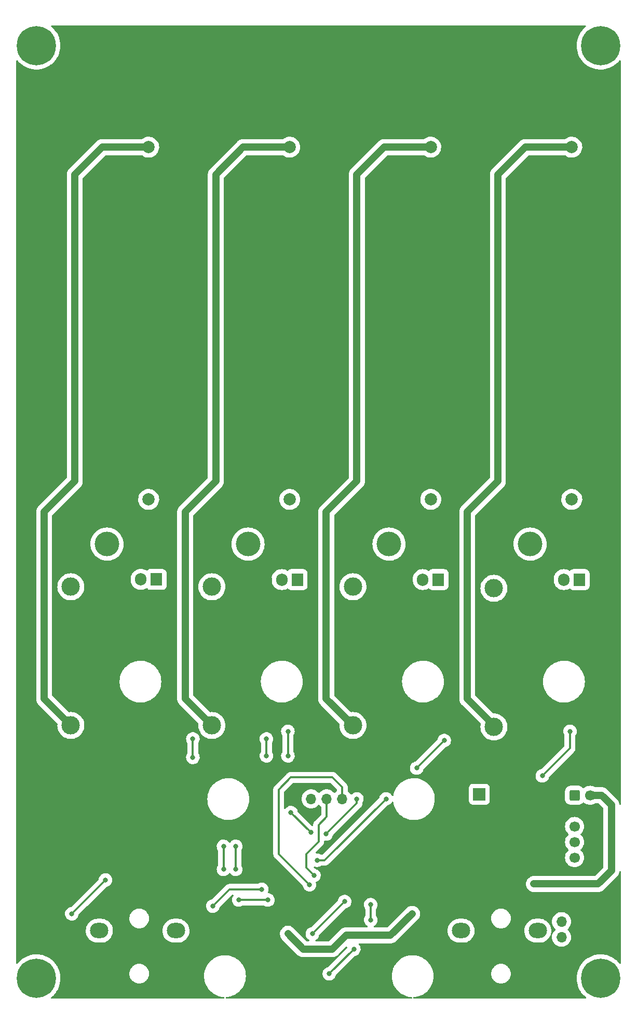
<source format=gbr>
%TF.GenerationSoftware,KiCad,Pcbnew,(6.0.10)*%
%TF.CreationDate,2023-01-09T13:30:39+01:00*%
%TF.ProjectId,BatteryDischargerV1,42617474-6572-4794-9469-736368617267,rev?*%
%TF.SameCoordinates,Original*%
%TF.FileFunction,Copper,L2,Bot*%
%TF.FilePolarity,Positive*%
%FSLAX46Y46*%
G04 Gerber Fmt 4.6, Leading zero omitted, Abs format (unit mm)*
G04 Created by KiCad (PCBNEW (6.0.10)) date 2023-01-09 13:30:39*
%MOMM*%
%LPD*%
G01*
G04 APERTURE LIST*
G04 Aperture macros list*
%AMRoundRect*
0 Rectangle with rounded corners*
0 $1 Rounding radius*
0 $2 $3 $4 $5 $6 $7 $8 $9 X,Y pos of 4 corners*
0 Add a 4 corners polygon primitive as box body*
4,1,4,$2,$3,$4,$5,$6,$7,$8,$9,$2,$3,0*
0 Add four circle primitives for the rounded corners*
1,1,$1+$1,$2,$3*
1,1,$1+$1,$4,$5*
1,1,$1+$1,$6,$7*
1,1,$1+$1,$8,$9*
0 Add four rect primitives between the rounded corners*
20,1,$1+$1,$2,$3,$4,$5,0*
20,1,$1+$1,$4,$5,$6,$7,0*
20,1,$1+$1,$6,$7,$8,$9,0*
20,1,$1+$1,$8,$9,$2,$3,0*%
G04 Aperture macros list end*
%TA.AperFunction,ComponentPad*%
%ADD10O,3.000000X2.500000*%
%TD*%
%TA.AperFunction,ComponentPad*%
%ADD11C,4.000000*%
%TD*%
%TA.AperFunction,ComponentPad*%
%ADD12C,3.000000*%
%TD*%
%TA.AperFunction,ComponentPad*%
%ADD13R,2.000000X2.000000*%
%TD*%
%TA.AperFunction,ComponentPad*%
%ADD14C,2.000000*%
%TD*%
%TA.AperFunction,ComponentPad*%
%ADD15R,1.905000X2.000000*%
%TD*%
%TA.AperFunction,ComponentPad*%
%ADD16O,1.905000X2.000000*%
%TD*%
%TA.AperFunction,ComponentPad*%
%ADD17C,0.800000*%
%TD*%
%TA.AperFunction,ComponentPad*%
%ADD18C,6.400000*%
%TD*%
%TA.AperFunction,ComponentPad*%
%ADD19RoundRect,0.250000X-0.600000X-0.600000X0.600000X-0.600000X0.600000X0.600000X-0.600000X0.600000X0*%
%TD*%
%TA.AperFunction,ComponentPad*%
%ADD20C,1.700000*%
%TD*%
%TA.AperFunction,ComponentPad*%
%ADD21R,1.700000X1.700000*%
%TD*%
%TA.AperFunction,ComponentPad*%
%ADD22O,1.700000X1.700000*%
%TD*%
%TA.AperFunction,ViaPad*%
%ADD23C,0.800000*%
%TD*%
%TA.AperFunction,Conductor*%
%ADD24C,0.355600*%
%TD*%
%TA.AperFunction,Conductor*%
%ADD25C,1.200000*%
%TD*%
G04 APERTURE END LIST*
D10*
%TO.P,SW2,1,1*%
%TO.N,Net-(R8-Pad1)*%
X70500000Y-167000000D03*
X83000000Y-167000000D03*
%TO.P,SW2,2,2*%
%TO.N,GND*%
X83000000Y-172000000D03*
X70500000Y-172000000D03*
%TD*%
D11*
%TO.P,BT1,1,+*%
%TO.N,VBAT1*%
X71750000Y-104000000D03*
%TO.P,BT1,2,-*%
%TO.N,GND*%
X71750000Y-32000000D03*
%TD*%
D12*
%TO.P,F2,1*%
%TO.N,Net-(F2-Pad1)*%
X111850000Y-133550000D03*
%TO.P,F2,2*%
%TO.N,VBAT3*%
X111850000Y-110950000D03*
%TD*%
D13*
%TO.P,LS1,1,1*%
%TO.N,/BUZZER*%
X132479216Y-144750000D03*
D14*
%TO.P,LS1,2,2*%
%TO.N,GND*%
X137479216Y-144750000D03*
%TD*%
D15*
%TO.P,Q2,1,G*%
%TO.N,Net-(Q2-Pad1)*%
X125790000Y-109770000D03*
D16*
%TO.P,Q2,2,D*%
%TO.N,Net-(Q2-Pad2)*%
X123250000Y-109770000D03*
%TO.P,Q2,3,S*%
%TO.N,GND*%
X120710000Y-109770000D03*
%TD*%
D12*
%TO.P,F3,1*%
%TO.N,Net-(F3-Pad1)*%
X88850000Y-133550000D03*
%TO.P,F3,2*%
%TO.N,VBAT2*%
X88850000Y-110950000D03*
%TD*%
D10*
%TO.P,SW1,1,1*%
%TO.N,Net-(R7-Pad1)*%
X129500000Y-167000000D03*
X142000000Y-167000000D03*
%TO.P,SW1,2,2*%
%TO.N,GND*%
X142000000Y-172000000D03*
X129500000Y-172000000D03*
%TD*%
D15*
%TO.P,Q3,1,G*%
%TO.N,Net-(Q3-Pad1)*%
X102790000Y-109770000D03*
D16*
%TO.P,Q3,2,D*%
%TO.N,Net-(Q3-Pad2)*%
X100250000Y-109770000D03*
%TO.P,Q3,3,S*%
%TO.N,GND*%
X97710000Y-109770000D03*
%TD*%
D17*
%TO.P,H4,1,1*%
%TO.N,unconnected-(H4-Pad1)*%
X153947056Y-173052944D03*
X152250000Y-172350000D03*
X150552944Y-173052944D03*
X154650000Y-174750000D03*
D18*
X152250000Y-174750000D03*
D17*
X149850000Y-174750000D03*
X150552944Y-176447056D03*
X152250000Y-177150000D03*
X153947056Y-176447056D03*
%TD*%
D15*
%TO.P,Q1,1,G*%
%TO.N,Net-(Q1-Pad1)*%
X79790000Y-109750000D03*
D16*
%TO.P,Q1,2,D*%
%TO.N,Net-(Q1-Pad2)*%
X77250000Y-109750000D03*
%TO.P,Q1,3,S*%
%TO.N,GND*%
X74710000Y-109750000D03*
%TD*%
D19*
%TO.P,J1,1,Pin_1*%
%TO.N,PB3*%
X147997500Y-144920000D03*
D20*
%TO.P,J1,2,Pin_2*%
%TO.N,+5V*%
X150537500Y-144920000D03*
%TO.P,J1,3,Pin_3*%
%TO.N,GND*%
X147997500Y-147460000D03*
%TO.P,J1,4,Pin_4*%
X150537500Y-147460000D03*
%TO.P,J1,5,Pin_5*%
%TO.N,RESET*%
X147997500Y-150000000D03*
%TO.P,J1,6,Pin_6*%
%TO.N,GND*%
X150537500Y-150000000D03*
%TO.P,J1,7,Pin_7*%
%TO.N,PB5*%
X147997500Y-152540000D03*
%TO.P,J1,8,Pin_8*%
%TO.N,GND*%
X150537500Y-152540000D03*
%TO.P,J1,9,Pin_9*%
%TO.N,PB4*%
X147997500Y-155080000D03*
%TO.P,J1,10,Pin_10*%
%TO.N,GND*%
X150537500Y-155080000D03*
%TD*%
D17*
%TO.P,H3,1,1*%
%TO.N,unconnected-(H3-Pad1)*%
X152250000Y-25150000D03*
X150552944Y-21052944D03*
X152250000Y-20350000D03*
X153947056Y-24447056D03*
X154650000Y-22750000D03*
X153947056Y-21052944D03*
X150552944Y-24447056D03*
D18*
X152250000Y-22750000D03*
D17*
X149850000Y-22750000D03*
%TD*%
D12*
%TO.P,F1,1*%
%TO.N,Net-(F1-Pad1)*%
X65850000Y-133550000D03*
%TO.P,F1,2*%
%TO.N,VBAT1*%
X65850000Y-110950000D03*
%TD*%
D11*
%TO.P,BT2,1,+*%
%TO.N,VBAT3*%
X117750000Y-104000000D03*
%TO.P,BT2,2,-*%
%TO.N,GND*%
X117750000Y-32000000D03*
%TD*%
%TO.P,BT3,1,+*%
%TO.N,VBAT2*%
X94750000Y-104000000D03*
%TO.P,BT3,2,-*%
%TO.N,GND*%
X94750000Y-32000000D03*
%TD*%
D15*
%TO.P,Q4,1,G*%
%TO.N,Net-(Q4-Pad1)*%
X148790000Y-109770000D03*
D16*
%TO.P,Q4,2,D*%
%TO.N,Net-(Q4-Pad2)*%
X146250000Y-109770000D03*
%TO.P,Q4,3,S*%
%TO.N,GND*%
X143710000Y-109770000D03*
%TD*%
D21*
%TO.P,J2,1,Pin_1*%
%TO.N,GND*%
X102500000Y-145500000D03*
D22*
%TO.P,J2,2,Pin_2*%
%TO.N,+3V3*%
X105040000Y-145500000D03*
%TO.P,J2,3,Pin_3*%
%TO.N,SCL*%
X107580000Y-145500000D03*
%TO.P,J2,4,Pin_4*%
%TO.N,SDA*%
X110120000Y-145500000D03*
%TD*%
D21*
%TO.P,J3,1,Pin_1*%
%TO.N,GND*%
X145875000Y-162975000D03*
D22*
%TO.P,J3,2,Pin_2*%
%TO.N,/TX*%
X145875000Y-165515000D03*
%TO.P,J3,3,Pin_3*%
%TO.N,/RX*%
X145875000Y-168055000D03*
%TD*%
D17*
%TO.P,H2,1,1*%
%TO.N,unconnected-(H2-Pad1)*%
X58552944Y-173052944D03*
X62650000Y-174750000D03*
X58552944Y-176447056D03*
X61947056Y-176447056D03*
D18*
X60250000Y-174750000D03*
D17*
X60250000Y-172350000D03*
X57850000Y-174750000D03*
X60250000Y-177150000D03*
X61947056Y-173052944D03*
%TD*%
D12*
%TO.P,F4,1*%
%TO.N,Net-(F4-Pad1)*%
X134850000Y-133800000D03*
%TO.P,F4,2*%
%TO.N,VBAT4*%
X134850000Y-111200000D03*
%TD*%
D11*
%TO.P,BT4,1,+*%
%TO.N,VBAT4*%
X140750000Y-104000000D03*
%TO.P,BT4,2,-*%
%TO.N,GND*%
X140750000Y-32000000D03*
%TD*%
D14*
%TO.P,R18,1*%
%TO.N,Net-(F4-Pad1)*%
X147550000Y-39298000D03*
%TO.P,R18,2*%
%TO.N,Net-(Q4-Pad2)*%
X147550000Y-96702000D03*
%TD*%
%TO.P,R17,1*%
%TO.N,Net-(F3-Pad1)*%
X101550000Y-39298000D03*
%TO.P,R17,2*%
%TO.N,Net-(Q3-Pad2)*%
X101550000Y-96702000D03*
%TD*%
%TO.P,R12,1*%
%TO.N,Net-(F2-Pad1)*%
X124550000Y-39298000D03*
%TO.P,R12,2*%
%TO.N,Net-(Q2-Pad2)*%
X124550000Y-96702000D03*
%TD*%
%TO.P,R11,1*%
%TO.N,Net-(F1-Pad1)*%
X78550000Y-39298000D03*
%TO.P,R11,2*%
%TO.N,Net-(Q1-Pad2)*%
X78550000Y-96702000D03*
%TD*%
D17*
%TO.P,H1,1,1*%
%TO.N,unconnected-(H1-Pad1)*%
X61947056Y-24447056D03*
X58552944Y-21052944D03*
D18*
X60250000Y-22750000D03*
D17*
X61947056Y-21052944D03*
X62650000Y-22750000D03*
X58552944Y-24447056D03*
X57850000Y-22750000D03*
X60250000Y-25150000D03*
X60250000Y-20350000D03*
%TD*%
D23*
%TO.N,VBAT1*%
X89000000Y-163000000D03*
X97000000Y-160250000D03*
%TO.N,GND*%
X79000000Y-153000000D03*
X66750000Y-143500000D03*
X78000000Y-140250000D03*
X76250000Y-134500000D03*
X68750000Y-143500000D03*
X78000000Y-154000000D03*
X127500000Y-169500000D03*
X67750000Y-143500000D03*
X79000000Y-156000000D03*
X79000000Y-154000000D03*
X94500000Y-151750000D03*
X66750000Y-140000000D03*
X114750000Y-155350000D03*
X145250000Y-134500000D03*
X65750000Y-137000000D03*
X79000000Y-140250000D03*
X99250000Y-134500000D03*
X78000000Y-155000000D03*
X79000000Y-139250000D03*
X60500000Y-156000000D03*
X78000000Y-157000000D03*
X66750000Y-139000000D03*
X64750000Y-138000000D03*
X85000000Y-169250000D03*
X97000000Y-158500000D03*
X72750000Y-138500000D03*
X67750000Y-144500000D03*
X68750000Y-144500000D03*
X64750000Y-137000000D03*
X61500000Y-158000000D03*
X78000000Y-153000000D03*
X108300000Y-157350000D03*
X65750000Y-138000000D03*
X60500000Y-157000000D03*
X61500000Y-157000000D03*
X122250000Y-134500000D03*
X79000000Y-157000000D03*
X66750000Y-137000000D03*
X66750000Y-138000000D03*
X78000000Y-141250000D03*
X103000000Y-140500000D03*
X115250000Y-159250000D03*
X61500000Y-156000000D03*
X78000000Y-156000000D03*
X69750000Y-144500000D03*
X78000000Y-139250000D03*
X79000000Y-141250000D03*
X66750000Y-144500000D03*
X66750000Y-141000000D03*
X69750000Y-143500000D03*
X60500000Y-158000000D03*
X79000000Y-155000000D03*
%TO.N,VBAT3*%
X92750000Y-157000000D03*
X97750000Y-135750000D03*
X92750000Y-153250000D03*
X97750000Y-138500000D03*
%TO.N,VBAT2*%
X85750000Y-138750000D03*
X90750000Y-157000000D03*
X93250000Y-162000000D03*
X98000000Y-162000000D03*
X85750000Y-135750000D03*
X90750000Y-153250000D03*
%TO.N,VBAT4*%
X122250000Y-140500000D03*
X126750000Y-136000000D03*
X117250000Y-145500000D03*
X106000000Y-155500000D03*
%TO.N,+5V*%
X101250000Y-167500000D03*
X121500000Y-164250000D03*
X141375000Y-159375000D03*
%TO.N,MOSFET1*%
X71500000Y-158750000D03*
X66000000Y-164250000D03*
X114750000Y-165250000D03*
X108000000Y-174000000D03*
X112000000Y-170000000D03*
X114750000Y-162750000D03*
%TO.N,MOSFET2*%
X105000000Y-151000000D03*
X101250000Y-138500000D03*
X101250000Y-134500000D03*
X101750000Y-147750000D03*
%TO.N,MOSFET3*%
X107500000Y-151250000D03*
X112500000Y-145500000D03*
%TO.N,MOSFET4*%
X147250000Y-134500000D03*
X142750000Y-141750000D03*
%TO.N,SDA*%
X104750000Y-159500000D03*
%TO.N,SCL*%
X105500000Y-158000000D03*
%TO.N,PD3{slash}INT1*%
X105250000Y-167500000D03*
X110500000Y-162250000D03*
%TD*%
D24*
%TO.N,VBAT1*%
X89000000Y-163000000D02*
X91750000Y-160250000D01*
X97000000Y-160250000D02*
X91750000Y-160250000D01*
%TO.N,VBAT3*%
X97750000Y-135750000D02*
X97750000Y-138500000D01*
X92750000Y-153250000D02*
X92750000Y-157000000D01*
%TO.N,VBAT2*%
X90750000Y-153250000D02*
X90750000Y-157000000D01*
X96250000Y-162000000D02*
X98000000Y-162000000D01*
X96250000Y-162000000D02*
X93250000Y-162000000D01*
X85750000Y-135750000D02*
X85750000Y-138750000D01*
%TO.N,VBAT4*%
X117250000Y-145500000D02*
X107500000Y-155250000D01*
X107250000Y-155500000D02*
X107500000Y-155250000D01*
X126750000Y-136000000D02*
X122250000Y-140500000D01*
X106000000Y-155500000D02*
X107250000Y-155500000D01*
D25*
%TO.N,+5V*%
X151875000Y-159375000D02*
X141375000Y-159375000D01*
X118000000Y-167750000D02*
X117000000Y-167750000D01*
X150537500Y-144920000D02*
X152420000Y-144920000D01*
X101250000Y-167500000D02*
X103750000Y-170000000D01*
X154000000Y-157250000D02*
X151875000Y-159375000D01*
X152420000Y-144920000D02*
X154000000Y-146500000D01*
X108500000Y-170000000D02*
X110750000Y-167750000D01*
X154000000Y-146500000D02*
X154000000Y-157250000D01*
X110750000Y-167750000D02*
X117000000Y-167750000D01*
X121500000Y-164250000D02*
X118000000Y-167750000D01*
X103750000Y-170000000D02*
X108500000Y-170000000D01*
%TO.N,Net-(F3-Pad1)*%
X93952000Y-39298000D02*
X89500000Y-43750000D01*
X89500000Y-43750000D02*
X89500000Y-93750000D01*
X84500000Y-129200000D02*
X88850000Y-133550000D01*
X101550000Y-39298000D02*
X93952000Y-39298000D01*
X84500000Y-98750000D02*
X84500000Y-129200000D01*
X89500000Y-93750000D02*
X84500000Y-98750000D01*
%TO.N,Net-(F1-Pad1)*%
X78549000Y-39298000D02*
X70951000Y-39298000D01*
X66499000Y-93750000D02*
X61499000Y-98750000D01*
X61499000Y-98750000D02*
X61499000Y-129200000D01*
X70951000Y-39298000D02*
X66499000Y-43750000D01*
X61499000Y-129200000D02*
X65849000Y-133550000D01*
X66499000Y-43750000D02*
X66499000Y-93750000D01*
%TO.N,Net-(F2-Pad1)*%
X107499000Y-129200000D02*
X111849000Y-133550000D01*
X112499000Y-93750000D02*
X107499000Y-98750000D01*
X116951000Y-39298000D02*
X112499000Y-43750000D01*
X107499000Y-98750000D02*
X107499000Y-129200000D01*
X112499000Y-43750000D02*
X112499000Y-93750000D01*
X124549000Y-39298000D02*
X116951000Y-39298000D01*
%TO.N,Net-(F4-Pad1)*%
X139951000Y-39298000D02*
X135499000Y-43750000D01*
X135499000Y-93750000D02*
X130499000Y-98750000D01*
X147549000Y-39298000D02*
X139951000Y-39298000D01*
X135499000Y-43750000D02*
X135499000Y-93750000D01*
X130499000Y-98750000D02*
X130499000Y-129200000D01*
X130499000Y-129200000D02*
X134849000Y-133550000D01*
D24*
%TO.N,MOSFET1*%
X112000000Y-170000000D02*
X108000000Y-174000000D01*
X71500000Y-158750000D02*
X66000000Y-164250000D01*
X114750000Y-162750000D02*
X114750000Y-165250000D01*
%TO.N,MOSFET2*%
X101750000Y-147750000D02*
X105000000Y-151000000D01*
X101250000Y-134500000D02*
X101250000Y-138500000D01*
%TO.N,MOSFET3*%
X107500000Y-151250000D02*
X112500000Y-146250000D01*
X112500000Y-146250000D02*
X112500000Y-145500000D01*
%TO.N,MOSFET4*%
X147250000Y-137250000D02*
X147250000Y-134500000D01*
X142750000Y-141750000D02*
X147250000Y-137250000D01*
%TO.N,SDA*%
X104750000Y-159500000D02*
X99750000Y-154500000D01*
X99750000Y-154500000D02*
X99750000Y-144000000D01*
X108500000Y-142000000D02*
X110120000Y-143620000D01*
X110120000Y-143620000D02*
X110120000Y-145500000D01*
X101750000Y-142000000D02*
X108500000Y-142000000D01*
X99750000Y-144000000D02*
X101750000Y-142000000D01*
%TO.N,SCL*%
X104750000Y-154000000D02*
X104250000Y-154500000D01*
X104250000Y-156750000D02*
X105500000Y-158000000D01*
X106250000Y-149750000D02*
X106250000Y-152500000D01*
X106250000Y-152500000D02*
X104750000Y-154000000D01*
X107580000Y-148420000D02*
X106250000Y-149750000D01*
X104250000Y-154500000D02*
X104250000Y-156750000D01*
X107580000Y-145500000D02*
X107580000Y-148420000D01*
%TO.N,PD3{slash}INT1*%
X105250000Y-167500000D02*
X110500000Y-162250000D01*
%TD*%
%TA.AperFunction,Conductor*%
%TO.N,GND*%
G36*
X149833913Y-19470502D02*
G01*
X149880406Y-19524158D01*
X149890510Y-19594432D01*
X149861016Y-19659012D01*
X149847623Y-19672311D01*
X149566571Y-19912353D01*
X149293546Y-20198057D01*
X149291589Y-20200570D01*
X149291588Y-20200572D01*
X149138276Y-20397511D01*
X149050791Y-20509890D01*
X148840791Y-20844658D01*
X148665697Y-21198934D01*
X148527301Y-21569090D01*
X148427021Y-21951338D01*
X148365882Y-22341763D01*
X148365711Y-22344925D01*
X148365710Y-22344932D01*
X148347083Y-22688880D01*
X148344511Y-22736367D01*
X148344661Y-22739548D01*
X148346360Y-22775566D01*
X148363126Y-23131111D01*
X148421538Y-23521953D01*
X148519148Y-23904892D01*
X148654956Y-24276006D01*
X148827573Y-24631495D01*
X149035230Y-24967721D01*
X149275802Y-25281241D01*
X149277984Y-25283557D01*
X149277993Y-25283567D01*
X149544635Y-25566519D01*
X149546826Y-25568844D01*
X149549231Y-25570928D01*
X149549237Y-25570933D01*
X149843119Y-25825501D01*
X149845526Y-25827586D01*
X150168845Y-26054818D01*
X150513472Y-26248214D01*
X150875878Y-26405793D01*
X151252353Y-26525941D01*
X151462256Y-26570175D01*
X151635924Y-26606773D01*
X151635929Y-26606774D01*
X151639043Y-26607430D01*
X152031988Y-26649423D01*
X152035176Y-26649440D01*
X152035181Y-26649440D01*
X152214213Y-26650378D01*
X152427166Y-26651493D01*
X152575671Y-26637193D01*
X152817364Y-26613921D01*
X152817369Y-26613920D01*
X152820529Y-26613616D01*
X152823648Y-26612993D01*
X152823653Y-26612992D01*
X153014643Y-26574828D01*
X153208051Y-26536181D01*
X153497161Y-26447240D01*
X153582722Y-26420918D01*
X153582725Y-26420917D01*
X153585764Y-26419982D01*
X153588692Y-26418745D01*
X153588698Y-26418743D01*
X153752433Y-26349578D01*
X153949801Y-26266207D01*
X153952604Y-26264673D01*
X153952609Y-26264670D01*
X154101943Y-26182912D01*
X154296434Y-26076431D01*
X154622114Y-25852597D01*
X154651606Y-25827586D01*
X154921078Y-25599057D01*
X154921080Y-25599055D01*
X154923508Y-25596996D01*
X154925713Y-25594704D01*
X154925719Y-25594699D01*
X155037472Y-25478570D01*
X155197528Y-25312247D01*
X155324346Y-25150510D01*
X155382119Y-25109246D01*
X155453031Y-25105766D01*
X155514566Y-25141177D01*
X155547189Y-25204235D01*
X155549500Y-25228257D01*
X155549500Y-146358177D01*
X155529498Y-146426298D01*
X155475842Y-146472791D01*
X155405568Y-146482895D01*
X155340988Y-146453401D01*
X155302604Y-146393675D01*
X155299414Y-146380056D01*
X155291558Y-146335501D01*
X155290124Y-146324604D01*
X155286116Y-146278798D01*
X155286115Y-146278790D01*
X155285635Y-146273308D01*
X155272306Y-146223564D01*
X155269928Y-146212836D01*
X155267594Y-146199600D01*
X155260985Y-146162120D01*
X155259105Y-146156955D01*
X155259103Y-146156947D01*
X155243374Y-146113733D01*
X155240068Y-146103248D01*
X155228164Y-146058820D01*
X155228162Y-146058814D01*
X155226739Y-146053504D01*
X155204973Y-146006826D01*
X155200768Y-145996673D01*
X155185039Y-145953456D01*
X155185035Y-145953447D01*
X155183156Y-145948285D01*
X155157405Y-145903683D01*
X155152330Y-145893934D01*
X155132893Y-145852252D01*
X155130568Y-145847266D01*
X155101023Y-145805069D01*
X155095127Y-145795814D01*
X155072129Y-145755981D01*
X155072125Y-145755976D01*
X155069376Y-145751214D01*
X155036266Y-145711755D01*
X155029599Y-145703066D01*
X155000047Y-145660861D01*
X154839139Y-145499953D01*
X154839133Y-145499948D01*
X153420050Y-144080865D01*
X153420047Y-144080861D01*
X153259139Y-143919953D01*
X153216947Y-143890411D01*
X153208230Y-143883721D01*
X153168786Y-143850623D01*
X153124170Y-143824864D01*
X153114924Y-143818973D01*
X153072734Y-143789432D01*
X153026054Y-143767664D01*
X153016323Y-143762598D01*
X152976484Y-143739597D01*
X152976481Y-143739596D01*
X152971715Y-143736844D01*
X152955851Y-143731070D01*
X152923327Y-143719232D01*
X152913171Y-143715026D01*
X152892650Y-143705457D01*
X152866496Y-143693261D01*
X152861186Y-143691838D01*
X152861180Y-143691836D01*
X152816752Y-143679932D01*
X152806267Y-143676626D01*
X152763053Y-143660897D01*
X152763045Y-143660895D01*
X152757880Y-143659015D01*
X152707165Y-143650072D01*
X152696433Y-143647693D01*
X152646692Y-143634365D01*
X152641210Y-143633885D01*
X152641202Y-143633884D01*
X152595396Y-143629876D01*
X152584499Y-143628442D01*
X152544594Y-143621406D01*
X152533779Y-143619499D01*
X152306221Y-143619499D01*
X152306217Y-143619500D01*
X151418285Y-143619500D01*
X151352450Y-143600933D01*
X151247809Y-143536809D01*
X151243589Y-143534223D01*
X151239019Y-143532330D01*
X151239015Y-143532328D01*
X151022681Y-143442720D01*
X151022675Y-143442718D01*
X151018112Y-143440828D01*
X151013312Y-143439676D01*
X151013307Y-143439674D01*
X150886628Y-143409261D01*
X150780802Y-143383854D01*
X150537500Y-143364706D01*
X150294198Y-143383854D01*
X150188372Y-143409261D01*
X150061693Y-143439674D01*
X150061688Y-143439676D01*
X150056888Y-143440828D01*
X150052325Y-143442718D01*
X150052319Y-143442720D01*
X149835985Y-143532328D01*
X149835981Y-143532330D01*
X149831411Y-143534223D01*
X149623321Y-143661741D01*
X149572306Y-143705312D01*
X149523207Y-143747246D01*
X149458417Y-143776277D01*
X149388217Y-143765672D01*
X149343734Y-143731070D01*
X149277104Y-143649373D01*
X149277100Y-143649369D01*
X149273071Y-143644429D01*
X149237021Y-143615027D01*
X149128373Y-143526416D01*
X149128370Y-143526414D01*
X149123430Y-143522385D01*
X149116365Y-143518691D01*
X149041416Y-143479509D01*
X148952306Y-143432923D01*
X148946178Y-143431166D01*
X148946176Y-143431165D01*
X148805181Y-143390736D01*
X148766687Y-143379698D01*
X148734404Y-143376817D01*
X148655217Y-143369749D01*
X148655211Y-143369749D01*
X148652424Y-143369500D01*
X147342576Y-143369500D01*
X147339789Y-143369749D01*
X147339783Y-143369749D01*
X147260596Y-143376817D01*
X147228313Y-143379698D01*
X147189819Y-143390736D01*
X147048824Y-143431165D01*
X147048822Y-143431166D01*
X147042694Y-143432923D01*
X146953584Y-143479509D01*
X146878636Y-143518691D01*
X146871570Y-143522385D01*
X146866630Y-143526414D01*
X146866627Y-143526416D01*
X146757979Y-143615027D01*
X146721929Y-143644429D01*
X146717900Y-143649369D01*
X146614397Y-143776277D01*
X146599885Y-143794070D01*
X146596932Y-143799718D01*
X146596931Y-143799720D01*
X146575213Y-143841263D01*
X146510423Y-143965194D01*
X146508666Y-143971322D01*
X146508665Y-143971324D01*
X146482082Y-144064033D01*
X146457198Y-144150813D01*
X146456665Y-144156786D01*
X146448451Y-144248822D01*
X146447000Y-144265076D01*
X146447000Y-145574924D01*
X146457198Y-145689187D01*
X146510423Y-145874806D01*
X146599885Y-146045930D01*
X146603914Y-146050870D01*
X146603916Y-146050873D01*
X146699065Y-146167537D01*
X146721929Y-146195571D01*
X146726869Y-146199600D01*
X146861294Y-146309234D01*
X146871570Y-146317615D01*
X146877218Y-146320568D01*
X146877220Y-146320569D01*
X146919421Y-146342631D01*
X147042694Y-146407077D01*
X147048822Y-146408834D01*
X147048824Y-146408835D01*
X147109726Y-146426298D01*
X147228313Y-146460302D01*
X147260596Y-146463183D01*
X147339783Y-146470251D01*
X147339789Y-146470251D01*
X147342576Y-146470500D01*
X148652424Y-146470500D01*
X148655211Y-146470251D01*
X148655217Y-146470251D01*
X148734404Y-146463183D01*
X148766687Y-146460302D01*
X148885274Y-146426298D01*
X148946176Y-146408835D01*
X148946178Y-146408834D01*
X148952306Y-146407077D01*
X149075579Y-146342631D01*
X149117780Y-146320569D01*
X149117782Y-146320568D01*
X149123430Y-146317615D01*
X149133707Y-146309234D01*
X149268131Y-146199600D01*
X149273071Y-146195571D01*
X149277100Y-146190631D01*
X149277104Y-146190627D01*
X149343734Y-146108930D01*
X149402288Y-146068782D01*
X149473253Y-146066664D01*
X149523207Y-146092754D01*
X149556237Y-146120964D01*
X149623321Y-146178259D01*
X149831411Y-146305777D01*
X149835981Y-146307670D01*
X149835985Y-146307672D01*
X150052319Y-146397280D01*
X150052325Y-146397282D01*
X150056888Y-146399172D01*
X150061688Y-146400324D01*
X150061693Y-146400326D01*
X150169874Y-146426298D01*
X150294198Y-146456146D01*
X150537500Y-146475294D01*
X150780802Y-146456146D01*
X150905126Y-146426298D01*
X151013307Y-146400326D01*
X151013312Y-146400324D01*
X151018112Y-146399172D01*
X151022675Y-146397282D01*
X151022681Y-146397280D01*
X151239015Y-146307672D01*
X151239019Y-146307670D01*
X151243589Y-146305777D01*
X151290430Y-146277073D01*
X151352450Y-146239067D01*
X151418285Y-146220500D01*
X151829124Y-146220500D01*
X151897245Y-146240502D01*
X151918219Y-146257404D01*
X152662595Y-147001779D01*
X152696620Y-147064092D01*
X152699500Y-147090875D01*
X152699500Y-156659125D01*
X152679498Y-156727246D01*
X152662595Y-156748220D01*
X151373220Y-158037595D01*
X151310908Y-158071621D01*
X151284125Y-158074500D01*
X141318216Y-158074500D01*
X141315499Y-158074738D01*
X141315492Y-158074738D01*
X141247302Y-158080704D01*
X141148308Y-158089365D01*
X141142995Y-158090789D01*
X141142993Y-158090789D01*
X140933814Y-158146838D01*
X140933812Y-158146839D01*
X140928504Y-158148261D01*
X140923524Y-158150583D01*
X140923522Y-158150584D01*
X140727247Y-158242109D01*
X140727244Y-158242111D01*
X140722266Y-158244432D01*
X140535861Y-158374953D01*
X140374953Y-158535861D01*
X140244432Y-158722266D01*
X140242111Y-158727244D01*
X140242109Y-158727247D01*
X140204527Y-158807842D01*
X140148261Y-158928504D01*
X140146839Y-158933812D01*
X140146838Y-158933814D01*
X140120683Y-159031426D01*
X140089365Y-159148308D01*
X140069532Y-159375000D01*
X140089365Y-159601692D01*
X140090789Y-159607005D01*
X140090789Y-159607007D01*
X140109397Y-159676451D01*
X140148261Y-159821496D01*
X140150583Y-159826476D01*
X140150584Y-159826478D01*
X140160967Y-159848743D01*
X140244432Y-160027734D01*
X140374953Y-160214139D01*
X140535861Y-160375047D01*
X140722266Y-160505568D01*
X140727244Y-160507889D01*
X140727247Y-160507891D01*
X140915682Y-160595760D01*
X140928504Y-160601739D01*
X140933812Y-160603161D01*
X140933814Y-160603162D01*
X141142993Y-160659211D01*
X141142995Y-160659211D01*
X141148308Y-160660635D01*
X141247302Y-160669296D01*
X141315492Y-160675262D01*
X141315499Y-160675262D01*
X141318216Y-160675500D01*
X151761217Y-160675500D01*
X151761221Y-160675501D01*
X151988779Y-160675501D01*
X152000280Y-160673473D01*
X152039499Y-160666558D01*
X152050396Y-160665124D01*
X152096202Y-160661116D01*
X152096210Y-160661115D01*
X152101692Y-160660635D01*
X152151436Y-160647306D01*
X152162164Y-160644928D01*
X152167454Y-160643995D01*
X152212880Y-160635985D01*
X152218045Y-160634105D01*
X152218053Y-160634103D01*
X152261267Y-160618374D01*
X152271752Y-160615068D01*
X152316180Y-160603164D01*
X152316186Y-160603162D01*
X152321496Y-160601739D01*
X152368174Y-160579973D01*
X152378327Y-160575768D01*
X152421539Y-160560040D01*
X152421540Y-160560040D01*
X152426715Y-160558156D01*
X152431481Y-160555404D01*
X152431484Y-160555403D01*
X152471323Y-160532402D01*
X152481054Y-160527336D01*
X152527734Y-160505568D01*
X152569924Y-160476027D01*
X152579170Y-160470136D01*
X152623786Y-160444377D01*
X152663235Y-160411275D01*
X152671952Y-160404586D01*
X152709636Y-160378200D01*
X152714139Y-160375047D01*
X152875047Y-160214139D01*
X152875049Y-160214136D01*
X154839136Y-158250049D01*
X154839139Y-158250047D01*
X155000047Y-158089139D01*
X155029589Y-158046947D01*
X155036279Y-158038230D01*
X155055695Y-158015091D01*
X155069377Y-157998786D01*
X155095136Y-157954170D01*
X155101027Y-157944924D01*
X155130568Y-157902734D01*
X155152336Y-157856054D01*
X155157402Y-157846323D01*
X155180403Y-157806484D01*
X155180404Y-157806481D01*
X155183156Y-157801715D01*
X155200768Y-157753327D01*
X155204974Y-157743171D01*
X155226739Y-157696496D01*
X155228162Y-157691186D01*
X155228164Y-157691180D01*
X155240068Y-157646752D01*
X155243374Y-157636267D01*
X155259103Y-157593053D01*
X155259105Y-157593045D01*
X155260985Y-157587880D01*
X155269928Y-157537164D01*
X155272307Y-157526433D01*
X155284211Y-157482005D01*
X155285635Y-157476692D01*
X155286115Y-157471210D01*
X155286116Y-157471202D01*
X155290124Y-157425396D01*
X155291558Y-157414499D01*
X155299414Y-157369944D01*
X155330941Y-157306331D01*
X155391855Y-157269862D01*
X155462816Y-157272114D01*
X155521294Y-157312373D01*
X155548724Y-157377857D01*
X155549500Y-157391823D01*
X155549500Y-172271674D01*
X155529498Y-172339795D01*
X155475842Y-172386288D01*
X155405568Y-172396392D01*
X155340988Y-172366898D01*
X155323806Y-172348727D01*
X155313536Y-172335439D01*
X155215344Y-172208393D01*
X155073434Y-172058851D01*
X154945517Y-171924054D01*
X154945514Y-171924052D01*
X154943318Y-171921737D01*
X154932408Y-171912353D01*
X154646131Y-171666116D01*
X154646128Y-171666114D01*
X154643716Y-171664039D01*
X154641108Y-171662219D01*
X154641102Y-171662215D01*
X154322220Y-171439760D01*
X154319607Y-171437937D01*
X154022028Y-171272307D01*
X153977092Y-171247296D01*
X153977090Y-171247295D01*
X153974307Y-171245746D01*
X153971387Y-171244488D01*
X153971382Y-171244486D01*
X153614287Y-171090696D01*
X153614277Y-171090692D01*
X153611353Y-171089433D01*
X153234460Y-170970599D01*
X152928057Y-170907146D01*
X152850613Y-170891108D01*
X152850610Y-170891108D01*
X152847488Y-170890461D01*
X152545259Y-170859228D01*
X152457555Y-170850165D01*
X152457552Y-170850165D01*
X152454399Y-170849839D01*
X152451233Y-170849833D01*
X152451224Y-170849833D01*
X152256076Y-170849493D01*
X152059217Y-170849150D01*
X151902678Y-170864774D01*
X151669161Y-170888082D01*
X151669155Y-170888083D01*
X151665988Y-170888399D01*
X151464871Y-170929317D01*
X151281863Y-170966550D01*
X151281859Y-170966551D01*
X151278738Y-170967186D01*
X151275696Y-170968133D01*
X151275690Y-170968135D01*
X151090085Y-171025945D01*
X150901433Y-171084703D01*
X150898493Y-171085957D01*
X150540873Y-171238495D01*
X150540869Y-171238497D01*
X150537936Y-171239748D01*
X150535149Y-171241287D01*
X150535148Y-171241287D01*
X150529353Y-171244486D01*
X150191967Y-171430733D01*
X150189346Y-171432548D01*
X150189341Y-171432551D01*
X150181563Y-171437937D01*
X149867070Y-171655702D01*
X149566571Y-171912353D01*
X149293546Y-172198057D01*
X149291589Y-172200570D01*
X149291588Y-172200572D01*
X149077936Y-172475021D01*
X149050791Y-172509890D01*
X149049095Y-172512594D01*
X149049092Y-172512598D01*
X148950565Y-172669664D01*
X148840791Y-172844658D01*
X148665697Y-173198934D01*
X148527301Y-173569090D01*
X148427021Y-173951338D01*
X148414236Y-174032984D01*
X148380845Y-174246214D01*
X148365882Y-174341763D01*
X148365711Y-174344925D01*
X148365710Y-174344932D01*
X148361304Y-174426289D01*
X148344511Y-174736367D01*
X148344661Y-174739548D01*
X148362457Y-175116915D01*
X148363126Y-175131111D01*
X148421538Y-175521953D01*
X148422324Y-175525035D01*
X148422324Y-175525037D01*
X148506051Y-175853509D01*
X148519148Y-175904892D01*
X148654956Y-176276006D01*
X148827573Y-176631495D01*
X149035230Y-176967721D01*
X149062890Y-177003768D01*
X149237993Y-177231967D01*
X149275802Y-177281241D01*
X149277984Y-177283557D01*
X149277993Y-177283567D01*
X149535034Y-177556331D01*
X149546826Y-177568844D01*
X149549231Y-177570928D01*
X149549237Y-177570933D01*
X149845526Y-177827586D01*
X149844632Y-177828618D01*
X149882838Y-177881928D01*
X149886432Y-177952833D01*
X149851121Y-178014426D01*
X149788115Y-178047150D01*
X149763894Y-178049500D01*
X121810769Y-178049500D01*
X121742648Y-178029498D01*
X121696155Y-177975842D01*
X121686051Y-177905568D01*
X121715545Y-177840988D01*
X121775271Y-177802604D01*
X121797817Y-177798167D01*
X122127046Y-177764145D01*
X122127055Y-177764144D01*
X122130438Y-177763794D01*
X122133771Y-177763080D01*
X122133774Y-177763079D01*
X122311161Y-177725050D01*
X122490533Y-177686596D01*
X122840183Y-177570960D01*
X123175300Y-177418239D01*
X123358040Y-177309736D01*
X123489018Y-177231967D01*
X123489023Y-177231964D01*
X123491963Y-177230218D01*
X123516225Y-177212002D01*
X123783736Y-177011150D01*
X123783745Y-177011143D01*
X123786468Y-177009098D01*
X124055369Y-176757464D01*
X124295521Y-176478262D01*
X124436582Y-176273017D01*
X124502185Y-176177565D01*
X124502190Y-176177558D01*
X124504115Y-176174756D01*
X124505727Y-176171762D01*
X124505732Y-176171754D01*
X124677089Y-175853509D01*
X124678711Y-175850497D01*
X124817265Y-175509279D01*
X124918158Y-175155092D01*
X124980208Y-174792081D01*
X124980630Y-174785191D01*
X125000852Y-174454564D01*
X125002691Y-174424492D01*
X125002774Y-174400721D01*
X124982858Y-174032984D01*
X124977457Y-174000000D01*
X134394551Y-174000000D01*
X134414317Y-174251148D01*
X134415471Y-174255955D01*
X134415472Y-174255961D01*
X134439327Y-174355323D01*
X134473127Y-174496111D01*
X134475020Y-174500682D01*
X134475021Y-174500684D01*
X134562990Y-174713060D01*
X134569534Y-174728859D01*
X134701164Y-174943659D01*
X134704376Y-174947419D01*
X134704379Y-174947424D01*
X134831264Y-175095987D01*
X134864776Y-175135224D01*
X134868538Y-175138437D01*
X135052576Y-175295621D01*
X135052581Y-175295624D01*
X135056341Y-175298836D01*
X135271141Y-175430466D01*
X135275711Y-175432359D01*
X135275715Y-175432361D01*
X135484411Y-175518805D01*
X135503889Y-175526873D01*
X135588289Y-175547135D01*
X135744039Y-175584528D01*
X135744045Y-175584529D01*
X135748852Y-175585683D01*
X135837149Y-175592632D01*
X135934661Y-175600307D01*
X135934670Y-175600307D01*
X135937118Y-175600500D01*
X136062882Y-175600500D01*
X136065330Y-175600307D01*
X136065339Y-175600307D01*
X136162851Y-175592632D01*
X136251148Y-175585683D01*
X136255955Y-175584529D01*
X136255961Y-175584528D01*
X136411711Y-175547135D01*
X136496111Y-175526873D01*
X136515589Y-175518805D01*
X136724285Y-175432361D01*
X136724289Y-175432359D01*
X136728859Y-175430466D01*
X136943659Y-175298836D01*
X136947419Y-175295624D01*
X136947424Y-175295621D01*
X137131462Y-175138437D01*
X137135224Y-175135224D01*
X137168736Y-175095987D01*
X137295621Y-174947424D01*
X137295624Y-174947419D01*
X137298836Y-174943659D01*
X137430466Y-174728859D01*
X137437011Y-174713060D01*
X137524979Y-174500684D01*
X137524980Y-174500682D01*
X137526873Y-174496111D01*
X137560673Y-174355323D01*
X137584528Y-174255961D01*
X137584529Y-174255955D01*
X137585683Y-174251148D01*
X137605449Y-174000000D01*
X137585683Y-173748852D01*
X137564665Y-173661303D01*
X137528028Y-173508701D01*
X137526873Y-173503889D01*
X137483036Y-173398057D01*
X137432361Y-173275715D01*
X137432359Y-173275711D01*
X137430466Y-173271141D01*
X137298836Y-173056341D01*
X137295624Y-173052581D01*
X137295621Y-173052576D01*
X137138437Y-172868538D01*
X137135224Y-172864776D01*
X137108502Y-172841953D01*
X136947424Y-172704379D01*
X136947419Y-172704376D01*
X136943659Y-172701164D01*
X136728859Y-172569534D01*
X136724289Y-172567641D01*
X136724285Y-172567639D01*
X136500684Y-172475021D01*
X136500682Y-172475020D01*
X136496111Y-172473127D01*
X136411711Y-172452865D01*
X136255961Y-172415472D01*
X136255955Y-172415471D01*
X136251148Y-172414317D01*
X136162851Y-172407368D01*
X136065339Y-172399693D01*
X136065330Y-172399693D01*
X136062882Y-172399500D01*
X135937118Y-172399500D01*
X135934670Y-172399693D01*
X135934661Y-172399693D01*
X135837149Y-172407368D01*
X135748852Y-172414317D01*
X135744045Y-172415471D01*
X135744039Y-172415472D01*
X135588289Y-172452865D01*
X135503889Y-172473127D01*
X135499318Y-172475020D01*
X135499316Y-172475021D01*
X135275715Y-172567639D01*
X135275711Y-172567641D01*
X135271141Y-172569534D01*
X135056341Y-172701164D01*
X135052581Y-172704376D01*
X135052576Y-172704379D01*
X134891498Y-172841953D01*
X134864776Y-172864776D01*
X134861563Y-172868538D01*
X134704379Y-173052576D01*
X134704376Y-173052581D01*
X134701164Y-173056341D01*
X134569534Y-173271141D01*
X134567641Y-173275711D01*
X134567639Y-173275715D01*
X134516964Y-173398057D01*
X134473127Y-173503889D01*
X134471972Y-173508701D01*
X134435336Y-173661303D01*
X134414317Y-173748852D01*
X134394551Y-174000000D01*
X124977457Y-174000000D01*
X124923343Y-173669548D01*
X124824926Y-173314666D01*
X124821750Y-173306683D01*
X124690017Y-172975654D01*
X124690013Y-172975646D01*
X124688757Y-172972489D01*
X124684731Y-172964884D01*
X124528474Y-172669767D01*
X124516430Y-172647019D01*
X124514530Y-172644213D01*
X124514526Y-172644206D01*
X124311866Y-172344880D01*
X124311865Y-172344879D01*
X124309960Y-172342065D01*
X124307764Y-172339475D01*
X124307759Y-172339469D01*
X124187832Y-172198057D01*
X124071762Y-172061192D01*
X123804624Y-171807688D01*
X123511671Y-171584517D01*
X123508759Y-171582760D01*
X123508754Y-171582757D01*
X123199243Y-171396048D01*
X123199237Y-171396045D01*
X123196328Y-171394290D01*
X122905093Y-171259103D01*
X122865381Y-171240669D01*
X122865379Y-171240668D01*
X122862285Y-171239232D01*
X122688482Y-171180403D01*
X122516686Y-171122253D01*
X122516681Y-171122251D01*
X122513450Y-171121158D01*
X122153904Y-171041449D01*
X122023860Y-171027092D01*
X121791233Y-171001409D01*
X121791228Y-171001409D01*
X121787852Y-171001036D01*
X121784453Y-171001030D01*
X121784452Y-171001030D01*
X121610851Y-171000727D01*
X121419576Y-171000393D01*
X121246868Y-171018850D01*
X121056770Y-171039166D01*
X121056764Y-171039167D01*
X121053386Y-171039528D01*
X121050063Y-171040252D01*
X121050060Y-171040253D01*
X120932717Y-171065838D01*
X120693563Y-171117982D01*
X120344318Y-171234838D01*
X120009736Y-171388728D01*
X120006802Y-171390484D01*
X120006800Y-171390485D01*
X119696660Y-171576100D01*
X119696652Y-171576106D01*
X119693732Y-171577853D01*
X119400000Y-171800000D01*
X119397518Y-171802339D01*
X119397512Y-171802344D01*
X119151850Y-172033845D01*
X119131979Y-172052571D01*
X119129767Y-172055161D01*
X119129766Y-172055162D01*
X118996738Y-172210918D01*
X118892803Y-172332610D01*
X118890875Y-172335437D01*
X118890873Y-172335439D01*
X118874702Y-172359145D01*
X118685270Y-172636842D01*
X118599747Y-172797011D01*
X118527433Y-172932444D01*
X118511807Y-172961708D01*
X118510532Y-172964880D01*
X118510530Y-172964884D01*
X118389113Y-173266921D01*
X118374445Y-173303408D01*
X118373527Y-173306676D01*
X118373524Y-173306683D01*
X118275710Y-173654667D01*
X118274789Y-173657945D01*
X118214006Y-174021170D01*
X118192807Y-174388835D01*
X118211439Y-174756640D01*
X118211976Y-174759995D01*
X118211977Y-174760001D01*
X118235546Y-174907146D01*
X118269685Y-175120281D01*
X118366863Y-175475504D01*
X118501837Y-175818155D01*
X118503420Y-175821170D01*
X118671443Y-176141208D01*
X118671448Y-176141216D01*
X118673027Y-176144224D01*
X118674921Y-176147042D01*
X118674926Y-176147051D01*
X118870243Y-176437713D01*
X118878431Y-176449898D01*
X119115646Y-176731600D01*
X119118106Y-176733951D01*
X119118109Y-176733954D01*
X119379435Y-176983682D01*
X119379442Y-176983688D01*
X119381898Y-176986035D01*
X119674071Y-177210228D01*
X119779099Y-177274086D01*
X119985832Y-177399782D01*
X119985837Y-177399785D01*
X119988747Y-177401554D01*
X120322247Y-177557776D01*
X120325465Y-177558878D01*
X120325468Y-177558879D01*
X120667444Y-177675964D01*
X120667452Y-177675966D01*
X120670667Y-177677067D01*
X121029933Y-177758032D01*
X121378538Y-177797750D01*
X121383449Y-177798310D01*
X121448867Y-177825895D01*
X121488987Y-177884469D01*
X121491071Y-177955435D01*
X121454457Y-178016262D01*
X121390769Y-178047637D01*
X121369185Y-178049500D01*
X91210769Y-178049500D01*
X91142648Y-178029498D01*
X91096155Y-177975842D01*
X91086051Y-177905568D01*
X91115545Y-177840988D01*
X91175271Y-177802604D01*
X91197817Y-177798167D01*
X91527046Y-177764145D01*
X91527055Y-177764144D01*
X91530438Y-177763794D01*
X91533771Y-177763080D01*
X91533774Y-177763079D01*
X91711161Y-177725050D01*
X91890533Y-177686596D01*
X92240183Y-177570960D01*
X92575300Y-177418239D01*
X92758040Y-177309736D01*
X92889018Y-177231967D01*
X92889023Y-177231964D01*
X92891963Y-177230218D01*
X92916225Y-177212002D01*
X93183736Y-177011150D01*
X93183745Y-177011143D01*
X93186468Y-177009098D01*
X93455369Y-176757464D01*
X93695521Y-176478262D01*
X93836582Y-176273017D01*
X93902185Y-176177565D01*
X93902190Y-176177558D01*
X93904115Y-176174756D01*
X93905727Y-176171762D01*
X93905732Y-176171754D01*
X94077089Y-175853509D01*
X94078711Y-175850497D01*
X94217265Y-175509279D01*
X94318158Y-175155092D01*
X94380208Y-174792081D01*
X94380630Y-174785191D01*
X94400852Y-174454564D01*
X94402691Y-174424492D01*
X94402774Y-174400721D01*
X94382858Y-174032984D01*
X94323343Y-173669548D01*
X94224926Y-173314666D01*
X94221750Y-173306683D01*
X94090017Y-172975654D01*
X94090013Y-172975646D01*
X94088757Y-172972489D01*
X94084731Y-172964884D01*
X93928474Y-172669767D01*
X93916430Y-172647019D01*
X93914530Y-172644213D01*
X93914526Y-172644206D01*
X93711866Y-172344880D01*
X93711865Y-172344879D01*
X93709960Y-172342065D01*
X93707764Y-172339475D01*
X93707759Y-172339469D01*
X93587832Y-172198057D01*
X93471762Y-172061192D01*
X93204624Y-171807688D01*
X92911671Y-171584517D01*
X92908759Y-171582760D01*
X92908754Y-171582757D01*
X92599243Y-171396048D01*
X92599237Y-171396045D01*
X92596328Y-171394290D01*
X92305093Y-171259103D01*
X92265381Y-171240669D01*
X92265379Y-171240668D01*
X92262285Y-171239232D01*
X92088482Y-171180403D01*
X91916686Y-171122253D01*
X91916681Y-171122251D01*
X91913450Y-171121158D01*
X91553904Y-171041449D01*
X91423860Y-171027092D01*
X91191233Y-171001409D01*
X91191228Y-171001409D01*
X91187852Y-171001036D01*
X91184453Y-171001030D01*
X91184452Y-171001030D01*
X91010851Y-171000727D01*
X90819576Y-171000393D01*
X90646868Y-171018850D01*
X90456770Y-171039166D01*
X90456764Y-171039167D01*
X90453386Y-171039528D01*
X90450063Y-171040252D01*
X90450060Y-171040253D01*
X90332717Y-171065838D01*
X90093563Y-171117982D01*
X89744318Y-171234838D01*
X89409736Y-171388728D01*
X89406802Y-171390484D01*
X89406800Y-171390485D01*
X89096660Y-171576100D01*
X89096652Y-171576106D01*
X89093732Y-171577853D01*
X88800000Y-171800000D01*
X88797518Y-171802339D01*
X88797512Y-171802344D01*
X88551850Y-172033845D01*
X88531979Y-172052571D01*
X88529767Y-172055161D01*
X88529766Y-172055162D01*
X88396738Y-172210918D01*
X88292803Y-172332610D01*
X88290875Y-172335437D01*
X88290873Y-172335439D01*
X88274702Y-172359145D01*
X88085270Y-172636842D01*
X87999747Y-172797011D01*
X87927433Y-172932444D01*
X87911807Y-172961708D01*
X87910532Y-172964880D01*
X87910530Y-172964884D01*
X87789113Y-173266921D01*
X87774445Y-173303408D01*
X87773527Y-173306676D01*
X87773524Y-173306683D01*
X87675710Y-173654667D01*
X87674789Y-173657945D01*
X87614006Y-174021170D01*
X87592807Y-174388835D01*
X87611439Y-174756640D01*
X87611976Y-174759995D01*
X87611977Y-174760001D01*
X87635546Y-174907146D01*
X87669685Y-175120281D01*
X87766863Y-175475504D01*
X87901837Y-175818155D01*
X87903420Y-175821170D01*
X88071443Y-176141208D01*
X88071448Y-176141216D01*
X88073027Y-176144224D01*
X88074921Y-176147042D01*
X88074926Y-176147051D01*
X88270243Y-176437713D01*
X88278431Y-176449898D01*
X88515646Y-176731600D01*
X88518106Y-176733951D01*
X88518109Y-176733954D01*
X88779435Y-176983682D01*
X88779442Y-176983688D01*
X88781898Y-176986035D01*
X89074071Y-177210228D01*
X89179099Y-177274086D01*
X89385832Y-177399782D01*
X89385837Y-177399785D01*
X89388747Y-177401554D01*
X89722247Y-177557776D01*
X89725465Y-177558878D01*
X89725468Y-177558879D01*
X90067444Y-177675964D01*
X90067452Y-177675966D01*
X90070667Y-177677067D01*
X90429933Y-177758032D01*
X90778538Y-177797750D01*
X90783449Y-177798310D01*
X90848867Y-177825895D01*
X90888987Y-177884469D01*
X90891071Y-177955435D01*
X90854457Y-178016262D01*
X90790769Y-178047637D01*
X90769185Y-178049500D01*
X62733317Y-178049500D01*
X62665196Y-178029498D01*
X62618703Y-177975842D01*
X62608599Y-177905568D01*
X62638093Y-177840988D01*
X62651821Y-177827404D01*
X62921078Y-177599057D01*
X62921080Y-177599055D01*
X62923508Y-177596996D01*
X62925713Y-177594704D01*
X62925719Y-177594699D01*
X63094165Y-177419657D01*
X63197528Y-177312247D01*
X63441370Y-177001264D01*
X63450998Y-176986035D01*
X63610356Y-176733954D01*
X63652537Y-176667231D01*
X63653957Y-176664382D01*
X63653962Y-176664374D01*
X63827447Y-176316416D01*
X63828867Y-176313568D01*
X63968554Y-175943897D01*
X63978933Y-175904892D01*
X64034486Y-175696105D01*
X64070168Y-175562002D01*
X64076099Y-175524979D01*
X64132165Y-175174944D01*
X64132670Y-175171793D01*
X64133444Y-175158380D01*
X64150943Y-174854880D01*
X64155418Y-174777265D01*
X64155513Y-174750000D01*
X64154823Y-174736367D01*
X64135681Y-174358496D01*
X64135680Y-174358491D01*
X64135520Y-174355323D01*
X64099888Y-174122470D01*
X64081148Y-174000000D01*
X75394551Y-174000000D01*
X75414317Y-174251148D01*
X75415471Y-174255955D01*
X75415472Y-174255961D01*
X75439327Y-174355323D01*
X75473127Y-174496111D01*
X75475020Y-174500682D01*
X75475021Y-174500684D01*
X75562990Y-174713060D01*
X75569534Y-174728859D01*
X75701164Y-174943659D01*
X75704376Y-174947419D01*
X75704379Y-174947424D01*
X75831264Y-175095987D01*
X75864776Y-175135224D01*
X75868538Y-175138437D01*
X76052576Y-175295621D01*
X76052581Y-175295624D01*
X76056341Y-175298836D01*
X76271141Y-175430466D01*
X76275711Y-175432359D01*
X76275715Y-175432361D01*
X76484411Y-175518805D01*
X76503889Y-175526873D01*
X76588289Y-175547135D01*
X76744039Y-175584528D01*
X76744045Y-175584529D01*
X76748852Y-175585683D01*
X76837149Y-175592632D01*
X76934661Y-175600307D01*
X76934670Y-175600307D01*
X76937118Y-175600500D01*
X77062882Y-175600500D01*
X77065330Y-175600307D01*
X77065339Y-175600307D01*
X77162851Y-175592632D01*
X77251148Y-175585683D01*
X77255955Y-175584529D01*
X77255961Y-175584528D01*
X77411711Y-175547135D01*
X77496111Y-175526873D01*
X77515589Y-175518805D01*
X77724285Y-175432361D01*
X77724289Y-175432359D01*
X77728859Y-175430466D01*
X77943659Y-175298836D01*
X77947419Y-175295624D01*
X77947424Y-175295621D01*
X78131462Y-175138437D01*
X78135224Y-175135224D01*
X78168736Y-175095987D01*
X78295621Y-174947424D01*
X78295624Y-174947419D01*
X78298836Y-174943659D01*
X78430466Y-174728859D01*
X78437011Y-174713060D01*
X78524979Y-174500684D01*
X78524980Y-174500682D01*
X78526873Y-174496111D01*
X78560673Y-174355323D01*
X78584528Y-174255961D01*
X78584529Y-174255955D01*
X78585683Y-174251148D01*
X78605449Y-174000000D01*
X78585683Y-173748852D01*
X78564665Y-173661303D01*
X78528028Y-173508701D01*
X78526873Y-173503889D01*
X78483036Y-173398057D01*
X78432361Y-173275715D01*
X78432359Y-173275711D01*
X78430466Y-173271141D01*
X78298836Y-173056341D01*
X78295624Y-173052581D01*
X78295621Y-173052576D01*
X78138437Y-172868538D01*
X78135224Y-172864776D01*
X78108502Y-172841953D01*
X77947424Y-172704379D01*
X77947419Y-172704376D01*
X77943659Y-172701164D01*
X77728859Y-172569534D01*
X77724289Y-172567641D01*
X77724285Y-172567639D01*
X77500684Y-172475021D01*
X77500682Y-172475020D01*
X77496111Y-172473127D01*
X77411711Y-172452865D01*
X77255961Y-172415472D01*
X77255955Y-172415471D01*
X77251148Y-172414317D01*
X77162851Y-172407368D01*
X77065339Y-172399693D01*
X77065330Y-172399693D01*
X77062882Y-172399500D01*
X76937118Y-172399500D01*
X76934670Y-172399693D01*
X76934661Y-172399693D01*
X76837149Y-172407368D01*
X76748852Y-172414317D01*
X76744045Y-172415471D01*
X76744039Y-172415472D01*
X76588289Y-172452865D01*
X76503889Y-172473127D01*
X76499318Y-172475020D01*
X76499316Y-172475021D01*
X76275715Y-172567639D01*
X76275711Y-172567641D01*
X76271141Y-172569534D01*
X76056341Y-172701164D01*
X76052581Y-172704376D01*
X76052576Y-172704379D01*
X75891498Y-172841953D01*
X75864776Y-172864776D01*
X75861563Y-172868538D01*
X75704379Y-173052576D01*
X75704376Y-173052581D01*
X75701164Y-173056341D01*
X75569534Y-173271141D01*
X75567641Y-173275711D01*
X75567639Y-173275715D01*
X75516964Y-173398057D01*
X75473127Y-173503889D01*
X75471972Y-173508701D01*
X75435336Y-173661303D01*
X75414317Y-173748852D01*
X75394551Y-174000000D01*
X64081148Y-174000000D01*
X64076228Y-173967848D01*
X64076226Y-173967839D01*
X64075744Y-173964688D01*
X64026933Y-173775950D01*
X63977595Y-173585172D01*
X63977592Y-173585164D01*
X63976798Y-173582092D01*
X63971989Y-173569090D01*
X63928816Y-173452380D01*
X63839695Y-173211455D01*
X63787966Y-173105862D01*
X63667240Y-172859429D01*
X63667237Y-172859423D01*
X63665839Y-172856570D01*
X63457009Y-172521071D01*
X63337851Y-172366898D01*
X63217296Y-172210918D01*
X63217291Y-172210913D01*
X63215344Y-172208393D01*
X63073434Y-172058851D01*
X62945517Y-171924054D01*
X62945514Y-171924052D01*
X62943318Y-171921737D01*
X62932408Y-171912353D01*
X62646131Y-171666116D01*
X62646128Y-171666114D01*
X62643716Y-171664039D01*
X62641108Y-171662219D01*
X62641102Y-171662215D01*
X62322220Y-171439760D01*
X62319607Y-171437937D01*
X62022028Y-171272307D01*
X61977092Y-171247296D01*
X61977090Y-171247295D01*
X61974307Y-171245746D01*
X61971387Y-171244488D01*
X61971382Y-171244486D01*
X61614287Y-171090696D01*
X61614277Y-171090692D01*
X61611353Y-171089433D01*
X61234460Y-170970599D01*
X60928057Y-170907146D01*
X60850613Y-170891108D01*
X60850610Y-170891108D01*
X60847488Y-170890461D01*
X60545259Y-170859228D01*
X60457555Y-170850165D01*
X60457552Y-170850165D01*
X60454399Y-170849839D01*
X60451233Y-170849833D01*
X60451224Y-170849833D01*
X60256076Y-170849493D01*
X60059217Y-170849150D01*
X59902678Y-170864774D01*
X59669161Y-170888082D01*
X59669155Y-170888083D01*
X59665988Y-170888399D01*
X59464871Y-170929317D01*
X59281863Y-170966550D01*
X59281859Y-170966551D01*
X59278738Y-170967186D01*
X59275696Y-170968133D01*
X59275690Y-170968135D01*
X59090085Y-171025945D01*
X58901433Y-171084703D01*
X58898493Y-171085957D01*
X58540873Y-171238495D01*
X58540869Y-171238497D01*
X58537936Y-171239748D01*
X58535149Y-171241287D01*
X58535148Y-171241287D01*
X58529353Y-171244486D01*
X58191967Y-171430733D01*
X58189346Y-171432548D01*
X58189341Y-171432551D01*
X58181563Y-171437937D01*
X57867070Y-171655702D01*
X57566571Y-171912353D01*
X57293546Y-172198057D01*
X57291589Y-172200570D01*
X57291588Y-172200572D01*
X57175925Y-172349148D01*
X57118296Y-172390614D01*
X57047397Y-172394341D01*
X56985738Y-172359145D01*
X56952896Y-172296202D01*
X56950500Y-172271748D01*
X56950500Y-166969285D01*
X68294759Y-166969285D01*
X68295003Y-166973720D01*
X68295003Y-166973724D01*
X68305372Y-167162120D01*
X68309938Y-167245087D01*
X68363825Y-167515999D01*
X68455347Y-167776616D01*
X68582678Y-168021737D01*
X68585261Y-168025352D01*
X68585265Y-168025358D01*
X68740687Y-168242850D01*
X68743275Y-168246471D01*
X68797307Y-168303111D01*
X68902764Y-168413658D01*
X68933936Y-168446335D01*
X68937431Y-168449091D01*
X68937433Y-168449092D01*
X69123481Y-168595760D01*
X69150856Y-168617341D01*
X69257867Y-168679498D01*
X69385853Y-168753839D01*
X69385859Y-168753842D01*
X69389707Y-168756077D01*
X69552779Y-168822128D01*
X69624150Y-168851036D01*
X69645723Y-168859774D01*
X69650036Y-168860845D01*
X69650041Y-168860847D01*
X69909475Y-168925291D01*
X69909480Y-168925292D01*
X69913796Y-168926364D01*
X69918224Y-168926818D01*
X69918226Y-168926818D01*
X69980088Y-168933156D01*
X70149370Y-168950500D01*
X70820362Y-168950500D01*
X71025530Y-168935973D01*
X71029885Y-168935035D01*
X71029888Y-168935035D01*
X71291215Y-168878773D01*
X71291217Y-168878773D01*
X71295562Y-168877837D01*
X71554709Y-168782233D01*
X71603185Y-168756077D01*
X71793884Y-168653181D01*
X71797800Y-168651068D01*
X72019984Y-168486960D01*
X72035911Y-168471282D01*
X72154155Y-168354880D01*
X72216829Y-168293183D01*
X72384406Y-168073604D01*
X72396165Y-168052607D01*
X72517197Y-167836490D01*
X72517198Y-167836487D01*
X72519373Y-167832604D01*
X72525554Y-167816629D01*
X72600668Y-167622470D01*
X72619036Y-167574991D01*
X72641788Y-167476835D01*
X72664047Y-167380802D01*
X72681407Y-167305905D01*
X72705241Y-167030715D01*
X72704997Y-167026276D01*
X72701860Y-166969285D01*
X80794759Y-166969285D01*
X80795003Y-166973720D01*
X80795003Y-166973724D01*
X80805372Y-167162120D01*
X80809938Y-167245087D01*
X80863825Y-167515999D01*
X80955347Y-167776616D01*
X81082678Y-168021737D01*
X81085261Y-168025352D01*
X81085265Y-168025358D01*
X81240687Y-168242850D01*
X81243275Y-168246471D01*
X81297307Y-168303111D01*
X81402764Y-168413658D01*
X81433936Y-168446335D01*
X81437431Y-168449091D01*
X81437433Y-168449092D01*
X81623481Y-168595760D01*
X81650856Y-168617341D01*
X81757867Y-168679498D01*
X81885853Y-168753839D01*
X81885859Y-168753842D01*
X81889707Y-168756077D01*
X82052779Y-168822128D01*
X82124150Y-168851036D01*
X82145723Y-168859774D01*
X82150036Y-168860845D01*
X82150041Y-168860847D01*
X82409475Y-168925291D01*
X82409480Y-168925292D01*
X82413796Y-168926364D01*
X82418224Y-168926818D01*
X82418226Y-168926818D01*
X82480088Y-168933156D01*
X82649370Y-168950500D01*
X83320362Y-168950500D01*
X83525530Y-168935973D01*
X83529885Y-168935035D01*
X83529888Y-168935035D01*
X83791215Y-168878773D01*
X83791217Y-168878773D01*
X83795562Y-168877837D01*
X84054709Y-168782233D01*
X84103185Y-168756077D01*
X84293884Y-168653181D01*
X84297800Y-168651068D01*
X84519984Y-168486960D01*
X84535911Y-168471282D01*
X84654155Y-168354880D01*
X84716829Y-168293183D01*
X84884406Y-168073604D01*
X84896165Y-168052607D01*
X85017197Y-167836490D01*
X85017198Y-167836487D01*
X85019373Y-167832604D01*
X85025554Y-167816629D01*
X85100668Y-167622470D01*
X85104030Y-167613779D01*
X99949499Y-167613779D01*
X99989015Y-167837880D01*
X100002225Y-167874175D01*
X100027664Y-167944067D01*
X100066844Y-168051715D01*
X100106138Y-168119774D01*
X100177196Y-168242850D01*
X100180623Y-168248786D01*
X100290255Y-168379440D01*
X102749951Y-170839136D01*
X102749953Y-170839139D01*
X102910861Y-171000047D01*
X102915364Y-171003200D01*
X102953048Y-171029586D01*
X102961765Y-171036275D01*
X103001214Y-171069377D01*
X103045830Y-171095136D01*
X103055076Y-171101027D01*
X103097266Y-171130568D01*
X103143946Y-171152336D01*
X103153677Y-171157402D01*
X103193516Y-171180403D01*
X103193519Y-171180404D01*
X103198285Y-171183156D01*
X103203460Y-171185040D01*
X103203461Y-171185040D01*
X103246673Y-171200768D01*
X103256826Y-171204973D01*
X103303504Y-171226739D01*
X103308814Y-171228162D01*
X103308820Y-171228164D01*
X103333729Y-171234838D01*
X103352054Y-171239748D01*
X103353248Y-171240068D01*
X103363733Y-171243374D01*
X103406947Y-171259103D01*
X103406955Y-171259105D01*
X103412120Y-171260985D01*
X103457546Y-171268995D01*
X103462836Y-171269928D01*
X103473564Y-171272306D01*
X103523308Y-171285635D01*
X103528790Y-171286115D01*
X103528798Y-171286116D01*
X103574604Y-171290124D01*
X103585501Y-171291558D01*
X103624720Y-171298473D01*
X103636221Y-171300501D01*
X103863779Y-171300501D01*
X103863783Y-171300500D01*
X108386217Y-171300500D01*
X108386221Y-171300501D01*
X108613779Y-171300501D01*
X108625280Y-171298473D01*
X108664499Y-171291558D01*
X108675396Y-171290124D01*
X108721202Y-171286116D01*
X108721210Y-171286115D01*
X108726692Y-171285635D01*
X108776436Y-171272306D01*
X108787164Y-171269928D01*
X108792454Y-171268995D01*
X108837880Y-171260985D01*
X108843045Y-171259105D01*
X108843053Y-171259103D01*
X108886267Y-171243374D01*
X108896752Y-171240068D01*
X108897947Y-171239748D01*
X108916271Y-171234838D01*
X108941180Y-171228164D01*
X108941186Y-171228162D01*
X108946496Y-171226739D01*
X108993174Y-171204973D01*
X109003327Y-171200768D01*
X109046539Y-171185040D01*
X109046540Y-171185040D01*
X109051715Y-171183156D01*
X109056481Y-171180404D01*
X109056484Y-171180403D01*
X109096323Y-171157402D01*
X109106054Y-171152336D01*
X109152734Y-171130568D01*
X109194924Y-171101027D01*
X109204170Y-171095136D01*
X109248786Y-171069377D01*
X109288235Y-171036275D01*
X109296952Y-171029586D01*
X109334636Y-171003200D01*
X109339139Y-171000047D01*
X109500047Y-170839139D01*
X109500049Y-170839136D01*
X110715849Y-169623336D01*
X110778161Y-169589310D01*
X110848976Y-169594375D01*
X110905812Y-169636922D01*
X110930623Y-169703442D01*
X110925276Y-169749795D01*
X110920652Y-169764686D01*
X110920649Y-169764698D01*
X110918937Y-169770213D01*
X110918258Y-169775952D01*
X110918256Y-169775960D01*
X110914842Y-169804801D01*
X110886972Y-169870098D01*
X110878811Y-169879085D01*
X107876893Y-172881003D01*
X107809136Y-172916088D01*
X107713949Y-172932444D01*
X107524193Y-173002449D01*
X107350371Y-173105862D01*
X107198305Y-173239220D01*
X107073089Y-173398057D01*
X106978914Y-173577053D01*
X106918937Y-173770213D01*
X106895164Y-173971069D01*
X106908392Y-174172894D01*
X106927013Y-174246214D01*
X106955529Y-174358496D01*
X106958178Y-174368928D01*
X107042856Y-174552607D01*
X107046189Y-174557323D01*
X107152312Y-174707484D01*
X107159588Y-174717780D01*
X107163730Y-174721815D01*
X107273965Y-174829201D01*
X107304466Y-174858913D01*
X107472637Y-174971282D01*
X107477940Y-174973560D01*
X107477943Y-174973562D01*
X107566291Y-175011519D01*
X107658470Y-175051122D01*
X107855740Y-175095760D01*
X107861509Y-175095987D01*
X107861512Y-175095987D01*
X107937683Y-175098979D01*
X108057842Y-175103700D01*
X108144132Y-175091189D01*
X108252286Y-175075508D01*
X108252291Y-175075507D01*
X108258007Y-175074678D01*
X108263479Y-175072820D01*
X108263481Y-175072820D01*
X108444067Y-175011519D01*
X108444069Y-175011518D01*
X108449531Y-175009664D01*
X108626001Y-174910837D01*
X108688433Y-174858913D01*
X108777073Y-174785191D01*
X108781505Y-174781505D01*
X108910837Y-174626001D01*
X109009664Y-174449531D01*
X109074678Y-174258007D01*
X109084033Y-174193485D01*
X109113603Y-174128939D01*
X109119634Y-174122470D01*
X112122470Y-171119634D01*
X112184782Y-171085608D01*
X112193485Y-171084033D01*
X112223933Y-171079618D01*
X112258007Y-171074678D01*
X112390843Y-171029586D01*
X112444067Y-171011519D01*
X112444069Y-171011518D01*
X112449531Y-171009664D01*
X112626001Y-170910837D01*
X112781505Y-170781505D01*
X112910837Y-170626001D01*
X113009664Y-170449531D01*
X113074678Y-170258007D01*
X113075507Y-170252291D01*
X113075508Y-170252286D01*
X113103167Y-170061516D01*
X113103700Y-170057842D01*
X113105215Y-170000000D01*
X113086708Y-169798591D01*
X113080326Y-169775960D01*
X113033603Y-169610294D01*
X113031807Y-169603926D01*
X112942351Y-169422527D01*
X112821335Y-169260467D01*
X112820318Y-169259527D01*
X112790216Y-169196806D01*
X112798979Y-169126352D01*
X112844440Y-169071820D01*
X112914569Y-169050500D01*
X117886217Y-169050500D01*
X117886221Y-169050501D01*
X118113779Y-169050501D01*
X118125280Y-169048473D01*
X118164499Y-169041558D01*
X118175396Y-169040124D01*
X118221202Y-169036116D01*
X118221210Y-169036115D01*
X118226692Y-169035635D01*
X118276436Y-169022306D01*
X118287164Y-169019928D01*
X118292454Y-169018995D01*
X118337880Y-169010985D01*
X118343045Y-169009105D01*
X118343053Y-169009103D01*
X118386267Y-168993374D01*
X118396752Y-168990068D01*
X118441180Y-168978164D01*
X118441186Y-168978162D01*
X118446496Y-168976739D01*
X118493174Y-168954973D01*
X118503327Y-168950768D01*
X118546539Y-168935040D01*
X118546540Y-168935040D01*
X118551715Y-168933156D01*
X118556481Y-168930404D01*
X118556484Y-168930403D01*
X118596323Y-168907402D01*
X118606054Y-168902336D01*
X118652734Y-168880568D01*
X118694924Y-168851027D01*
X118704170Y-168845136D01*
X118748786Y-168819377D01*
X118788235Y-168786275D01*
X118796952Y-168779586D01*
X118834636Y-168753200D01*
X118839139Y-168750047D01*
X119000047Y-168589139D01*
X119000049Y-168589136D01*
X120619900Y-166969285D01*
X127294759Y-166969285D01*
X127295003Y-166973720D01*
X127295003Y-166973724D01*
X127305372Y-167162120D01*
X127309938Y-167245087D01*
X127363825Y-167515999D01*
X127455347Y-167776616D01*
X127582678Y-168021737D01*
X127585261Y-168025352D01*
X127585265Y-168025358D01*
X127740687Y-168242850D01*
X127743275Y-168246471D01*
X127797307Y-168303111D01*
X127902764Y-168413658D01*
X127933936Y-168446335D01*
X127937431Y-168449091D01*
X127937433Y-168449092D01*
X128123481Y-168595760D01*
X128150856Y-168617341D01*
X128257867Y-168679498D01*
X128385853Y-168753839D01*
X128385859Y-168753842D01*
X128389707Y-168756077D01*
X128552779Y-168822128D01*
X128624150Y-168851036D01*
X128645723Y-168859774D01*
X128650036Y-168860845D01*
X128650041Y-168860847D01*
X128909475Y-168925291D01*
X128909480Y-168925292D01*
X128913796Y-168926364D01*
X128918224Y-168926818D01*
X128918226Y-168926818D01*
X128980088Y-168933156D01*
X129149370Y-168950500D01*
X129820362Y-168950500D01*
X130025530Y-168935973D01*
X130029885Y-168935035D01*
X130029888Y-168935035D01*
X130291215Y-168878773D01*
X130291217Y-168878773D01*
X130295562Y-168877837D01*
X130554709Y-168782233D01*
X130603185Y-168756077D01*
X130793884Y-168653181D01*
X130797800Y-168651068D01*
X131019984Y-168486960D01*
X131035911Y-168471282D01*
X131154155Y-168354880D01*
X131216829Y-168293183D01*
X131384406Y-168073604D01*
X131396165Y-168052607D01*
X131517197Y-167836490D01*
X131517198Y-167836487D01*
X131519373Y-167832604D01*
X131525554Y-167816629D01*
X131600668Y-167622470D01*
X131619036Y-167574991D01*
X131641788Y-167476835D01*
X131664047Y-167380802D01*
X131681407Y-167305905D01*
X131705241Y-167030715D01*
X131704997Y-167026276D01*
X131701860Y-166969285D01*
X139794759Y-166969285D01*
X139795003Y-166973720D01*
X139795003Y-166973724D01*
X139805372Y-167162120D01*
X139809938Y-167245087D01*
X139863825Y-167515999D01*
X139955347Y-167776616D01*
X140082678Y-168021737D01*
X140085261Y-168025352D01*
X140085265Y-168025358D01*
X140240687Y-168242850D01*
X140243275Y-168246471D01*
X140297307Y-168303111D01*
X140402764Y-168413658D01*
X140433936Y-168446335D01*
X140437431Y-168449091D01*
X140437433Y-168449092D01*
X140623481Y-168595760D01*
X140650856Y-168617341D01*
X140757867Y-168679498D01*
X140885853Y-168753839D01*
X140885859Y-168753842D01*
X140889707Y-168756077D01*
X141052779Y-168822128D01*
X141124150Y-168851036D01*
X141145723Y-168859774D01*
X141150036Y-168860845D01*
X141150041Y-168860847D01*
X141409475Y-168925291D01*
X141409480Y-168925292D01*
X141413796Y-168926364D01*
X141418224Y-168926818D01*
X141418226Y-168926818D01*
X141480088Y-168933156D01*
X141649370Y-168950500D01*
X142320362Y-168950500D01*
X142525530Y-168935973D01*
X142529885Y-168935035D01*
X142529888Y-168935035D01*
X142791215Y-168878773D01*
X142791217Y-168878773D01*
X142795562Y-168877837D01*
X143054709Y-168782233D01*
X143103185Y-168756077D01*
X143293884Y-168653181D01*
X143297800Y-168651068D01*
X143519984Y-168486960D01*
X143535911Y-168471282D01*
X143654155Y-168354880D01*
X143716829Y-168293183D01*
X143884406Y-168073604D01*
X143894825Y-168055000D01*
X144319706Y-168055000D01*
X144338854Y-168298302D01*
X144357824Y-168377315D01*
X144385115Y-168490988D01*
X144395828Y-168535612D01*
X144397718Y-168540175D01*
X144397720Y-168540181D01*
X144484649Y-168750047D01*
X144489223Y-168761089D01*
X144616741Y-168969179D01*
X144775241Y-169154759D01*
X144960821Y-169313259D01*
X145168911Y-169440777D01*
X145173481Y-169442670D01*
X145173485Y-169442672D01*
X145389819Y-169532280D01*
X145389825Y-169532282D01*
X145394388Y-169534172D01*
X145399188Y-169535324D01*
X145399193Y-169535326D01*
X145507702Y-169561377D01*
X145631698Y-169591146D01*
X145875000Y-169610294D01*
X146118302Y-169591146D01*
X146242298Y-169561377D01*
X146350807Y-169535326D01*
X146350812Y-169535324D01*
X146355612Y-169534172D01*
X146360175Y-169532282D01*
X146360181Y-169532280D01*
X146576515Y-169442672D01*
X146576519Y-169442670D01*
X146581089Y-169440777D01*
X146789179Y-169313259D01*
X146974759Y-169154759D01*
X147133259Y-168969179D01*
X147260777Y-168761089D01*
X147265351Y-168750047D01*
X147352280Y-168540181D01*
X147352282Y-168540175D01*
X147354172Y-168535612D01*
X147364886Y-168490988D01*
X147392176Y-168377315D01*
X147411146Y-168298302D01*
X147430294Y-168055000D01*
X147411146Y-167811698D01*
X147354172Y-167574388D01*
X147352282Y-167569825D01*
X147352280Y-167569819D01*
X147262672Y-167353485D01*
X147262670Y-167353481D01*
X147260777Y-167348911D01*
X147133259Y-167140821D01*
X146974759Y-166955241D01*
X146887611Y-166880810D01*
X146848803Y-166821360D01*
X146848297Y-166750366D01*
X146887611Y-166689190D01*
X146974759Y-166614759D01*
X147133259Y-166429179D01*
X147260777Y-166221089D01*
X147281299Y-166171544D01*
X147352280Y-166000181D01*
X147352282Y-166000175D01*
X147354172Y-165995612D01*
X147358338Y-165978263D01*
X147381823Y-165880439D01*
X147411146Y-165758302D01*
X147430294Y-165515000D01*
X147411146Y-165271698D01*
X147371096Y-165104880D01*
X147355326Y-165039193D01*
X147355324Y-165039188D01*
X147354172Y-165034388D01*
X147352282Y-165029825D01*
X147352280Y-165029819D01*
X147262672Y-164813485D01*
X147262670Y-164813481D01*
X147260777Y-164808911D01*
X147133259Y-164600821D01*
X146974759Y-164415241D01*
X146789179Y-164256741D01*
X146581089Y-164129223D01*
X146576519Y-164127330D01*
X146576515Y-164127328D01*
X146360181Y-164037720D01*
X146360175Y-164037718D01*
X146355612Y-164035828D01*
X146350812Y-164034676D01*
X146350807Y-164034674D01*
X146234891Y-164006845D01*
X146118302Y-163978854D01*
X145875000Y-163959706D01*
X145631698Y-163978854D01*
X145515109Y-164006845D01*
X145399193Y-164034674D01*
X145399188Y-164034676D01*
X145394388Y-164035828D01*
X145389825Y-164037718D01*
X145389819Y-164037720D01*
X145173485Y-164127328D01*
X145173481Y-164127330D01*
X145168911Y-164129223D01*
X144960821Y-164256741D01*
X144775241Y-164415241D01*
X144616741Y-164600821D01*
X144489223Y-164808911D01*
X144487330Y-164813481D01*
X144487328Y-164813485D01*
X144397720Y-165029819D01*
X144397718Y-165029825D01*
X144395828Y-165034388D01*
X144394676Y-165039188D01*
X144394674Y-165039193D01*
X144378904Y-165104880D01*
X144338854Y-165271698D01*
X144319706Y-165515000D01*
X144338854Y-165758302D01*
X144368177Y-165880439D01*
X144391663Y-165978263D01*
X144395828Y-165995612D01*
X144397718Y-166000175D01*
X144397720Y-166000181D01*
X144468701Y-166171544D01*
X144489223Y-166221089D01*
X144616741Y-166429179D01*
X144775241Y-166614759D01*
X144862389Y-166689190D01*
X144901197Y-166748640D01*
X144901703Y-166819634D01*
X144862389Y-166880810D01*
X144775241Y-166955241D01*
X144616741Y-167140821D01*
X144489223Y-167348911D01*
X144487330Y-167353481D01*
X144487328Y-167353485D01*
X144397720Y-167569819D01*
X144397718Y-167569825D01*
X144395828Y-167574388D01*
X144338854Y-167811698D01*
X144319706Y-168055000D01*
X143894825Y-168055000D01*
X143896165Y-168052607D01*
X144017197Y-167836490D01*
X144017198Y-167836487D01*
X144019373Y-167832604D01*
X144025554Y-167816629D01*
X144100668Y-167622470D01*
X144119036Y-167574991D01*
X144141788Y-167476835D01*
X144164047Y-167380802D01*
X144181407Y-167305905D01*
X144205241Y-167030715D01*
X144204997Y-167026276D01*
X144190307Y-166759356D01*
X144190306Y-166759349D01*
X144190062Y-166754913D01*
X144148776Y-166547349D01*
X144137043Y-166488364D01*
X144137042Y-166488362D01*
X144136175Y-166484001D01*
X144044653Y-166223384D01*
X143917322Y-165978263D01*
X143914739Y-165974648D01*
X143914735Y-165974642D01*
X143759313Y-165757150D01*
X143759310Y-165757146D01*
X143756725Y-165753529D01*
X143566064Y-165553665D01*
X143562567Y-165550908D01*
X143352639Y-165385414D01*
X143352637Y-165385413D01*
X143349144Y-165382659D01*
X143226663Y-165311516D01*
X143114147Y-165246161D01*
X143114141Y-165246158D01*
X143110293Y-165243923D01*
X142854277Y-165140226D01*
X142849964Y-165139155D01*
X142849959Y-165139153D01*
X142590525Y-165074709D01*
X142590520Y-165074708D01*
X142586204Y-165073636D01*
X142581776Y-165073182D01*
X142581774Y-165073182D01*
X142501573Y-165064965D01*
X142350630Y-165049500D01*
X141679638Y-165049500D01*
X141474470Y-165064027D01*
X141470115Y-165064965D01*
X141470112Y-165064965D01*
X141208785Y-165121227D01*
X141208783Y-165121227D01*
X141204438Y-165122163D01*
X140945291Y-165217767D01*
X140941373Y-165219881D01*
X140892401Y-165246305D01*
X140702200Y-165348932D01*
X140480016Y-165513040D01*
X140283171Y-165706817D01*
X140115594Y-165926396D01*
X140113416Y-165930285D01*
X140054666Y-166035191D01*
X139980627Y-166167396D01*
X139979023Y-166171541D01*
X139979022Y-166171544D01*
X139952920Y-166239015D01*
X139880964Y-166425009D01*
X139879961Y-166429334D01*
X139879960Y-166429339D01*
X139848524Y-166564963D01*
X139818593Y-166694095D01*
X139794759Y-166969285D01*
X131701860Y-166969285D01*
X131690307Y-166759356D01*
X131690306Y-166759349D01*
X131690062Y-166754913D01*
X131648776Y-166547349D01*
X131637043Y-166488364D01*
X131637042Y-166488362D01*
X131636175Y-166484001D01*
X131544653Y-166223384D01*
X131417322Y-165978263D01*
X131414739Y-165974648D01*
X131414735Y-165974642D01*
X131259313Y-165757150D01*
X131259310Y-165757146D01*
X131256725Y-165753529D01*
X131066064Y-165553665D01*
X131062567Y-165550908D01*
X130852639Y-165385414D01*
X130852637Y-165385413D01*
X130849144Y-165382659D01*
X130726663Y-165311516D01*
X130614147Y-165246161D01*
X130614141Y-165246158D01*
X130610293Y-165243923D01*
X130354277Y-165140226D01*
X130349964Y-165139155D01*
X130349959Y-165139153D01*
X130090525Y-165074709D01*
X130090520Y-165074708D01*
X130086204Y-165073636D01*
X130081776Y-165073182D01*
X130081774Y-165073182D01*
X130001573Y-165064965D01*
X129850630Y-165049500D01*
X129179638Y-165049500D01*
X128974470Y-165064027D01*
X128970115Y-165064965D01*
X128970112Y-165064965D01*
X128708785Y-165121227D01*
X128708783Y-165121227D01*
X128704438Y-165122163D01*
X128445291Y-165217767D01*
X128441373Y-165219881D01*
X128392401Y-165246305D01*
X128202200Y-165348932D01*
X127980016Y-165513040D01*
X127783171Y-165706817D01*
X127615594Y-165926396D01*
X127613416Y-165930285D01*
X127554666Y-166035191D01*
X127480627Y-166167396D01*
X127479023Y-166171541D01*
X127479022Y-166171544D01*
X127452920Y-166239015D01*
X127380964Y-166425009D01*
X127379961Y-166429334D01*
X127379960Y-166429339D01*
X127348524Y-166564963D01*
X127318593Y-166694095D01*
X127294759Y-166969285D01*
X120619900Y-166969285D01*
X122459744Y-165129440D01*
X122568357Y-165000000D01*
X134394551Y-165000000D01*
X134414317Y-165251148D01*
X134415471Y-165255955D01*
X134415472Y-165255961D01*
X134438428Y-165351578D01*
X134473127Y-165496111D01*
X134475020Y-165500682D01*
X134475021Y-165500684D01*
X134561873Y-165710363D01*
X134569534Y-165728859D01*
X134701164Y-165943659D01*
X134704376Y-165947419D01*
X134704379Y-165947424D01*
X134838860Y-166104880D01*
X134864776Y-166135224D01*
X134868538Y-166138437D01*
X135052576Y-166295621D01*
X135052581Y-166295624D01*
X135056341Y-166298836D01*
X135271141Y-166430466D01*
X135275711Y-166432359D01*
X135275715Y-166432361D01*
X135499316Y-166524979D01*
X135503889Y-166526873D01*
X135567802Y-166542217D01*
X135744039Y-166584528D01*
X135744045Y-166584529D01*
X135748852Y-166585683D01*
X135836676Y-166592595D01*
X135934661Y-166600307D01*
X135934670Y-166600307D01*
X135937118Y-166600500D01*
X136062882Y-166600500D01*
X136065330Y-166600307D01*
X136065339Y-166600307D01*
X136163324Y-166592595D01*
X136251148Y-166585683D01*
X136255955Y-166584529D01*
X136255961Y-166584528D01*
X136432198Y-166542217D01*
X136496111Y-166526873D01*
X136500684Y-166524979D01*
X136724285Y-166432361D01*
X136724289Y-166432359D01*
X136728859Y-166430466D01*
X136943659Y-166298836D01*
X136947419Y-166295624D01*
X136947424Y-166295621D01*
X137131462Y-166138437D01*
X137135224Y-166135224D01*
X137161140Y-166104880D01*
X137295621Y-165947424D01*
X137295624Y-165947419D01*
X137298836Y-165943659D01*
X137430466Y-165728859D01*
X137438128Y-165710363D01*
X137524979Y-165500684D01*
X137524980Y-165500682D01*
X137526873Y-165496111D01*
X137561572Y-165351578D01*
X137584528Y-165255961D01*
X137584529Y-165255955D01*
X137585683Y-165251148D01*
X137605449Y-165000000D01*
X137585683Y-164748852D01*
X137575051Y-164704564D01*
X137528028Y-164508701D01*
X137526873Y-164503889D01*
X137501853Y-164443485D01*
X137432361Y-164275715D01*
X137432359Y-164275711D01*
X137430466Y-164271141D01*
X137298836Y-164056341D01*
X137295624Y-164052581D01*
X137295621Y-164052576D01*
X137138437Y-163868538D01*
X137135224Y-163864776D01*
X137042042Y-163785191D01*
X136947424Y-163704379D01*
X136947419Y-163704376D01*
X136943659Y-163701164D01*
X136728859Y-163569534D01*
X136724289Y-163567641D01*
X136724285Y-163567639D01*
X136500684Y-163475021D01*
X136500682Y-163475020D01*
X136496111Y-163473127D01*
X136375067Y-163444067D01*
X136255961Y-163415472D01*
X136255955Y-163415471D01*
X136251148Y-163414317D01*
X136162851Y-163407368D01*
X136065339Y-163399693D01*
X136065330Y-163399693D01*
X136062882Y-163399500D01*
X135937118Y-163399500D01*
X135934670Y-163399693D01*
X135934661Y-163399693D01*
X135837149Y-163407368D01*
X135748852Y-163414317D01*
X135744045Y-163415471D01*
X135744039Y-163415472D01*
X135624933Y-163444067D01*
X135503889Y-163473127D01*
X135499318Y-163475020D01*
X135499316Y-163475021D01*
X135275715Y-163567639D01*
X135275711Y-163567641D01*
X135271141Y-163569534D01*
X135056341Y-163701164D01*
X135052581Y-163704376D01*
X135052576Y-163704379D01*
X134957958Y-163785191D01*
X134864776Y-163864776D01*
X134861563Y-163868538D01*
X134704379Y-164052576D01*
X134704376Y-164052581D01*
X134701164Y-164056341D01*
X134569534Y-164271141D01*
X134567641Y-164275711D01*
X134567639Y-164275715D01*
X134498147Y-164443485D01*
X134473127Y-164503889D01*
X134471972Y-164508701D01*
X134424950Y-164704564D01*
X134414317Y-164748852D01*
X134394551Y-165000000D01*
X122568357Y-165000000D01*
X122569376Y-164998786D01*
X122587278Y-164967780D01*
X122680405Y-164806478D01*
X122683155Y-164801715D01*
X122760985Y-164587880D01*
X122800501Y-164363779D01*
X122800501Y-164136221D01*
X122760985Y-163912121D01*
X122683155Y-163698285D01*
X122569376Y-163501215D01*
X122423105Y-163326895D01*
X122248785Y-163180624D01*
X122051715Y-163066845D01*
X122046547Y-163064964D01*
X121843050Y-162990897D01*
X121843049Y-162990897D01*
X121837879Y-162989015D01*
X121613779Y-162949499D01*
X121386221Y-162949499D01*
X121162120Y-162989015D01*
X121156950Y-162990897D01*
X121156949Y-162990897D01*
X121057557Y-163027073D01*
X120948285Y-163066845D01*
X120943521Y-163069595D01*
X120943522Y-163069595D01*
X120755985Y-163177869D01*
X120755981Y-163177872D01*
X120751214Y-163180624D01*
X120620560Y-163290256D01*
X120618598Y-163292218D01*
X117498220Y-166412595D01*
X117435908Y-166446621D01*
X117409125Y-166449500D01*
X115343413Y-166449500D01*
X115275292Y-166429498D01*
X115228799Y-166375842D01*
X115218695Y-166305568D01*
X115248189Y-166240988D01*
X115281847Y-166213565D01*
X115370964Y-166163658D01*
X115370965Y-166163657D01*
X115376001Y-166160837D01*
X115438433Y-166108913D01*
X115527073Y-166035191D01*
X115531505Y-166031505D01*
X115660837Y-165876001D01*
X115759664Y-165699531D01*
X115821907Y-165516172D01*
X115822820Y-165513481D01*
X115822820Y-165513479D01*
X115824678Y-165508007D01*
X115825507Y-165502291D01*
X115825508Y-165502286D01*
X115848387Y-165344485D01*
X115853700Y-165307842D01*
X115855215Y-165250000D01*
X115836708Y-165048591D01*
X115834058Y-165039193D01*
X115783376Y-164859490D01*
X115781807Y-164853926D01*
X115692351Y-164672527D01*
X115688895Y-164667899D01*
X115688892Y-164667894D01*
X115653342Y-164620286D01*
X115628610Y-164553736D01*
X115628300Y-164544898D01*
X115628300Y-163460672D01*
X115648302Y-163392551D01*
X115656636Y-163381181D01*
X115657146Y-163380439D01*
X115660837Y-163376001D01*
X115759664Y-163199531D01*
X115761717Y-163193485D01*
X115822820Y-163013481D01*
X115822820Y-163013479D01*
X115824678Y-163008007D01*
X115825507Y-163002291D01*
X115825508Y-163002286D01*
X115853167Y-162811516D01*
X115853700Y-162807842D01*
X115855215Y-162750000D01*
X115836708Y-162548591D01*
X115781807Y-162353926D01*
X115692351Y-162172527D01*
X115674079Y-162148057D01*
X115574788Y-162015091D01*
X115574787Y-162015090D01*
X115571335Y-162010467D01*
X115548350Y-161989220D01*
X115427053Y-161877094D01*
X115427051Y-161877092D01*
X115422812Y-161873174D01*
X115392306Y-161853926D01*
X115256637Y-161768325D01*
X115251757Y-161765246D01*
X115063898Y-161690298D01*
X114865526Y-161650839D01*
X114859752Y-161650763D01*
X114859748Y-161650763D01*
X114757257Y-161649422D01*
X114663286Y-161648192D01*
X114657589Y-161649171D01*
X114657588Y-161649171D01*
X114469646Y-161681465D01*
X114469645Y-161681465D01*
X114463949Y-161682444D01*
X114274193Y-161752449D01*
X114269232Y-161755401D01*
X114269231Y-161755401D01*
X114148795Y-161827053D01*
X114100371Y-161855862D01*
X113948305Y-161989220D01*
X113823089Y-162148057D01*
X113728914Y-162327053D01*
X113668937Y-162520213D01*
X113645164Y-162721069D01*
X113658392Y-162922894D01*
X113678555Y-163002286D01*
X113704311Y-163103700D01*
X113708178Y-163118928D01*
X113792856Y-163302607D01*
X113796189Y-163307323D01*
X113848597Y-163381479D01*
X113871700Y-163454199D01*
X113871700Y-164542701D01*
X113851698Y-164610822D01*
X113844651Y-164620706D01*
X113823089Y-164648057D01*
X113820400Y-164653168D01*
X113820398Y-164653171D01*
X113798882Y-164694067D01*
X113728914Y-164827053D01*
X113668937Y-165020213D01*
X113645164Y-165221069D01*
X113658392Y-165422894D01*
X113708178Y-165618928D01*
X113792856Y-165802607D01*
X113909588Y-165967780D01*
X113913730Y-165971815D01*
X113942849Y-166000181D01*
X114054466Y-166108913D01*
X114059270Y-166112123D01*
X114218825Y-166218735D01*
X114264353Y-166273212D01*
X114273201Y-166343655D01*
X114242559Y-166407699D01*
X114182157Y-166445011D01*
X114148823Y-166449500D01*
X110863783Y-166449500D01*
X110863779Y-166449499D01*
X110636221Y-166449499D01*
X110630805Y-166450454D01*
X110630794Y-166450455D01*
X110585503Y-166458442D01*
X110574608Y-166459877D01*
X110523308Y-166464365D01*
X110517996Y-166465788D01*
X110517987Y-166465790D01*
X110473561Y-166477694D01*
X110462828Y-166480074D01*
X110417540Y-166488059D01*
X110417535Y-166488060D01*
X110412121Y-166489015D01*
X110406948Y-166490898D01*
X110406947Y-166490898D01*
X110363726Y-166506628D01*
X110353247Y-166509932D01*
X110303504Y-166523261D01*
X110262853Y-166542217D01*
X110256829Y-166545026D01*
X110246673Y-166549232D01*
X110203451Y-166564963D01*
X110203444Y-166564966D01*
X110198285Y-166566844D01*
X110193527Y-166569591D01*
X110193523Y-166569593D01*
X110153682Y-166592595D01*
X110143932Y-166597671D01*
X110115355Y-166610997D01*
X110097266Y-166619432D01*
X110092758Y-166622589D01*
X110092752Y-166622592D01*
X110055080Y-166648970D01*
X110045810Y-166654876D01*
X110001215Y-166680623D01*
X109961758Y-166713731D01*
X109953058Y-166720407D01*
X109910861Y-166749953D01*
X109749953Y-166910861D01*
X109749951Y-166910864D01*
X107998220Y-168662595D01*
X107935908Y-168696621D01*
X107909125Y-168699500D01*
X105843413Y-168699500D01*
X105775292Y-168679498D01*
X105728799Y-168625842D01*
X105718695Y-168555568D01*
X105748189Y-168490988D01*
X105781847Y-168463565D01*
X105870964Y-168413658D01*
X105870965Y-168413657D01*
X105876001Y-168410837D01*
X105938433Y-168358913D01*
X106027073Y-168285191D01*
X106031505Y-168281505D01*
X106160837Y-168126001D01*
X106259664Y-167949531D01*
X106324678Y-167758007D01*
X106334033Y-167693485D01*
X106363603Y-167628939D01*
X106369634Y-167622470D01*
X110622470Y-163369634D01*
X110684782Y-163335608D01*
X110693485Y-163334033D01*
X110723933Y-163329618D01*
X110758007Y-163324678D01*
X110890062Y-163279851D01*
X110944067Y-163261519D01*
X110944069Y-163261518D01*
X110949531Y-163259664D01*
X111072017Y-163191069D01*
X111120964Y-163163658D01*
X111120965Y-163163657D01*
X111126001Y-163160837D01*
X111281505Y-163031505D01*
X111410837Y-162876001D01*
X111509664Y-162699531D01*
X111557938Y-162557323D01*
X111572820Y-162513481D01*
X111572820Y-162513479D01*
X111574678Y-162508007D01*
X111575507Y-162502291D01*
X111575508Y-162502286D01*
X111595655Y-162363326D01*
X111603700Y-162307842D01*
X111605215Y-162250000D01*
X111586708Y-162048591D01*
X111580326Y-162025960D01*
X111549338Y-161916088D01*
X111531807Y-161853926D01*
X111442351Y-161672527D01*
X111426998Y-161651966D01*
X111324788Y-161515091D01*
X111324787Y-161515090D01*
X111321335Y-161510467D01*
X111298350Y-161489220D01*
X111177053Y-161377094D01*
X111177051Y-161377092D01*
X111172812Y-161373174D01*
X111145374Y-161355862D01*
X111006637Y-161268325D01*
X111001757Y-161265246D01*
X110813898Y-161190298D01*
X110615526Y-161150839D01*
X110609752Y-161150763D01*
X110609748Y-161150763D01*
X110507257Y-161149422D01*
X110413286Y-161148192D01*
X110407589Y-161149171D01*
X110407588Y-161149171D01*
X110219646Y-161181465D01*
X110219645Y-161181465D01*
X110213949Y-161182444D01*
X110024193Y-161252449D01*
X109850371Y-161355862D01*
X109698305Y-161489220D01*
X109573089Y-161648057D01*
X109478914Y-161827053D01*
X109418937Y-162020213D01*
X109418258Y-162025952D01*
X109418256Y-162025960D01*
X109414842Y-162054801D01*
X109386972Y-162120098D01*
X109378811Y-162129085D01*
X105126893Y-166381003D01*
X105059136Y-166416088D01*
X105031329Y-166420866D01*
X104974547Y-166430623D01*
X104963949Y-166432444D01*
X104774193Y-166502449D01*
X104769232Y-166505401D01*
X104769231Y-166505401D01*
X104609384Y-166600500D01*
X104600371Y-166605862D01*
X104448305Y-166739220D01*
X104323089Y-166898057D01*
X104228914Y-167077053D01*
X104168937Y-167270213D01*
X104145164Y-167471069D01*
X104158392Y-167672894D01*
X104178555Y-167752288D01*
X104193644Y-167811698D01*
X104208178Y-167868928D01*
X104292856Y-168052607D01*
X104409588Y-168217780D01*
X104554466Y-168358913D01*
X104559270Y-168362123D01*
X104718825Y-168468735D01*
X104764353Y-168523212D01*
X104773201Y-168593655D01*
X104742559Y-168657699D01*
X104682157Y-168695011D01*
X104648823Y-168699500D01*
X104340875Y-168699500D01*
X104272754Y-168679498D01*
X104251780Y-168662595D01*
X102129440Y-166540255D01*
X101998786Y-166430623D01*
X101994018Y-166427870D01*
X101994015Y-166427868D01*
X101806476Y-166319593D01*
X101801715Y-166316844D01*
X101796552Y-166314965D01*
X101796548Y-166314963D01*
X101593056Y-166240899D01*
X101593057Y-166240899D01*
X101587880Y-166239015D01*
X101582460Y-166238059D01*
X101582459Y-166238059D01*
X101499234Y-166223384D01*
X101363779Y-166199499D01*
X101136221Y-166199499D01*
X101000766Y-166223384D01*
X100917541Y-166238059D01*
X100917540Y-166238059D01*
X100912120Y-166239015D01*
X100906943Y-166240899D01*
X100906944Y-166240899D01*
X100703452Y-166314963D01*
X100703448Y-166314965D01*
X100698285Y-166316844D01*
X100501214Y-166430623D01*
X100496998Y-166434160D01*
X100496996Y-166434162D01*
X100368222Y-166542217D01*
X100326895Y-166576895D01*
X100323364Y-166581103D01*
X100232193Y-166689756D01*
X100180623Y-166751214D01*
X100066844Y-166948285D01*
X100064965Y-166953448D01*
X100064963Y-166953452D01*
X100057585Y-166973724D01*
X99989015Y-167162120D01*
X99949499Y-167386221D01*
X99949499Y-167613779D01*
X85104030Y-167613779D01*
X85119036Y-167574991D01*
X85141788Y-167476835D01*
X85164047Y-167380802D01*
X85181407Y-167305905D01*
X85205241Y-167030715D01*
X85204997Y-167026276D01*
X85190307Y-166759356D01*
X85190306Y-166759349D01*
X85190062Y-166754913D01*
X85148776Y-166547349D01*
X85137043Y-166488364D01*
X85137042Y-166488362D01*
X85136175Y-166484001D01*
X85044653Y-166223384D01*
X84917322Y-165978263D01*
X84914739Y-165974648D01*
X84914735Y-165974642D01*
X84759313Y-165757150D01*
X84759310Y-165757146D01*
X84756725Y-165753529D01*
X84566064Y-165553665D01*
X84562567Y-165550908D01*
X84352639Y-165385414D01*
X84352637Y-165385413D01*
X84349144Y-165382659D01*
X84226663Y-165311516D01*
X84114147Y-165246161D01*
X84114141Y-165246158D01*
X84110293Y-165243923D01*
X83854277Y-165140226D01*
X83849964Y-165139155D01*
X83849959Y-165139153D01*
X83590525Y-165074709D01*
X83590520Y-165074708D01*
X83586204Y-165073636D01*
X83581776Y-165073182D01*
X83581774Y-165073182D01*
X83501573Y-165064965D01*
X83350630Y-165049500D01*
X82679638Y-165049500D01*
X82474470Y-165064027D01*
X82470115Y-165064965D01*
X82470112Y-165064965D01*
X82208785Y-165121227D01*
X82208783Y-165121227D01*
X82204438Y-165122163D01*
X81945291Y-165217767D01*
X81941373Y-165219881D01*
X81892401Y-165246305D01*
X81702200Y-165348932D01*
X81480016Y-165513040D01*
X81283171Y-165706817D01*
X81115594Y-165926396D01*
X81113416Y-165930285D01*
X81054666Y-166035191D01*
X80980627Y-166167396D01*
X80979023Y-166171541D01*
X80979022Y-166171544D01*
X80952920Y-166239015D01*
X80880964Y-166425009D01*
X80879961Y-166429334D01*
X80879960Y-166429339D01*
X80848524Y-166564963D01*
X80818593Y-166694095D01*
X80794759Y-166969285D01*
X72701860Y-166969285D01*
X72690307Y-166759356D01*
X72690306Y-166759349D01*
X72690062Y-166754913D01*
X72648776Y-166547349D01*
X72637043Y-166488364D01*
X72637042Y-166488362D01*
X72636175Y-166484001D01*
X72544653Y-166223384D01*
X72417322Y-165978263D01*
X72414739Y-165974648D01*
X72414735Y-165974642D01*
X72259313Y-165757150D01*
X72259310Y-165757146D01*
X72256725Y-165753529D01*
X72066064Y-165553665D01*
X72062567Y-165550908D01*
X71852639Y-165385414D01*
X71852637Y-165385413D01*
X71849144Y-165382659D01*
X71726663Y-165311516D01*
X71614147Y-165246161D01*
X71614141Y-165246158D01*
X71610293Y-165243923D01*
X71354277Y-165140226D01*
X71349964Y-165139155D01*
X71349959Y-165139153D01*
X71090525Y-165074709D01*
X71090520Y-165074708D01*
X71086204Y-165073636D01*
X71081776Y-165073182D01*
X71081774Y-165073182D01*
X71001573Y-165064965D01*
X70850630Y-165049500D01*
X70179638Y-165049500D01*
X69974470Y-165064027D01*
X69970115Y-165064965D01*
X69970112Y-165064965D01*
X69708785Y-165121227D01*
X69708783Y-165121227D01*
X69704438Y-165122163D01*
X69445291Y-165217767D01*
X69441373Y-165219881D01*
X69392401Y-165246305D01*
X69202200Y-165348932D01*
X68980016Y-165513040D01*
X68783171Y-165706817D01*
X68615594Y-165926396D01*
X68613416Y-165930285D01*
X68554666Y-166035191D01*
X68480627Y-166167396D01*
X68479023Y-166171541D01*
X68479022Y-166171544D01*
X68452920Y-166239015D01*
X68380964Y-166425009D01*
X68379961Y-166429334D01*
X68379960Y-166429339D01*
X68348524Y-166564963D01*
X68318593Y-166694095D01*
X68294759Y-166969285D01*
X56950500Y-166969285D01*
X56950500Y-164221069D01*
X64895164Y-164221069D01*
X64908392Y-164422894D01*
X64958178Y-164618928D01*
X65042856Y-164802607D01*
X65159588Y-164967780D01*
X65304466Y-165108913D01*
X65472637Y-165221282D01*
X65477940Y-165223560D01*
X65477943Y-165223562D01*
X65601461Y-165276629D01*
X65658470Y-165301122D01*
X65855740Y-165345760D01*
X65861509Y-165345987D01*
X65861512Y-165345987D01*
X65936479Y-165348932D01*
X66057842Y-165353700D01*
X66144132Y-165341189D01*
X66252286Y-165325508D01*
X66252291Y-165325507D01*
X66258007Y-165324678D01*
X66263479Y-165322820D01*
X66263481Y-165322820D01*
X66444067Y-165261519D01*
X66444069Y-165261518D01*
X66449531Y-165259664D01*
X66626001Y-165160837D01*
X66688433Y-165108913D01*
X66759474Y-165049828D01*
X66781505Y-165031505D01*
X66807708Y-165000000D01*
X75394551Y-165000000D01*
X75414317Y-165251148D01*
X75415471Y-165255955D01*
X75415472Y-165255961D01*
X75438428Y-165351578D01*
X75473127Y-165496111D01*
X75475020Y-165500682D01*
X75475021Y-165500684D01*
X75561873Y-165710363D01*
X75569534Y-165728859D01*
X75701164Y-165943659D01*
X75704376Y-165947419D01*
X75704379Y-165947424D01*
X75838860Y-166104880D01*
X75864776Y-166135224D01*
X75868538Y-166138437D01*
X76052576Y-166295621D01*
X76052581Y-166295624D01*
X76056341Y-166298836D01*
X76271141Y-166430466D01*
X76275711Y-166432359D01*
X76275715Y-166432361D01*
X76499316Y-166524979D01*
X76503889Y-166526873D01*
X76567802Y-166542217D01*
X76744039Y-166584528D01*
X76744045Y-166584529D01*
X76748852Y-166585683D01*
X76836676Y-166592595D01*
X76934661Y-166600307D01*
X76934670Y-166600307D01*
X76937118Y-166600500D01*
X77062882Y-166600500D01*
X77065330Y-166600307D01*
X77065339Y-166600307D01*
X77163324Y-166592595D01*
X77251148Y-166585683D01*
X77255955Y-166584529D01*
X77255961Y-166584528D01*
X77432198Y-166542217D01*
X77496111Y-166526873D01*
X77500684Y-166524979D01*
X77724285Y-166432361D01*
X77724289Y-166432359D01*
X77728859Y-166430466D01*
X77943659Y-166298836D01*
X77947419Y-166295624D01*
X77947424Y-166295621D01*
X78131462Y-166138437D01*
X78135224Y-166135224D01*
X78161140Y-166104880D01*
X78295621Y-165947424D01*
X78295624Y-165947419D01*
X78298836Y-165943659D01*
X78430466Y-165728859D01*
X78438128Y-165710363D01*
X78524979Y-165500684D01*
X78524980Y-165500682D01*
X78526873Y-165496111D01*
X78561572Y-165351578D01*
X78584528Y-165255961D01*
X78584529Y-165255955D01*
X78585683Y-165251148D01*
X78605449Y-165000000D01*
X78585683Y-164748852D01*
X78575051Y-164704564D01*
X78528028Y-164508701D01*
X78526873Y-164503889D01*
X78501853Y-164443485D01*
X78432361Y-164275715D01*
X78432359Y-164275711D01*
X78430466Y-164271141D01*
X78298836Y-164056341D01*
X78295624Y-164052581D01*
X78295621Y-164052576D01*
X78138437Y-163868538D01*
X78135224Y-163864776D01*
X78042042Y-163785191D01*
X77947424Y-163704379D01*
X77947419Y-163704376D01*
X77943659Y-163701164D01*
X77728859Y-163569534D01*
X77724289Y-163567641D01*
X77724285Y-163567639D01*
X77500684Y-163475021D01*
X77500682Y-163475020D01*
X77496111Y-163473127D01*
X77375067Y-163444067D01*
X77255961Y-163415472D01*
X77255955Y-163415471D01*
X77251148Y-163414317D01*
X77162851Y-163407368D01*
X77065339Y-163399693D01*
X77065330Y-163399693D01*
X77062882Y-163399500D01*
X76937118Y-163399500D01*
X76934670Y-163399693D01*
X76934661Y-163399693D01*
X76837149Y-163407368D01*
X76748852Y-163414317D01*
X76744045Y-163415471D01*
X76744039Y-163415472D01*
X76624933Y-163444067D01*
X76503889Y-163473127D01*
X76499318Y-163475020D01*
X76499316Y-163475021D01*
X76275715Y-163567639D01*
X76275711Y-163567641D01*
X76271141Y-163569534D01*
X76056341Y-163701164D01*
X76052581Y-163704376D01*
X76052576Y-163704379D01*
X75957958Y-163785191D01*
X75864776Y-163864776D01*
X75861563Y-163868538D01*
X75704379Y-164052576D01*
X75704376Y-164052581D01*
X75701164Y-164056341D01*
X75569534Y-164271141D01*
X75567641Y-164275711D01*
X75567639Y-164275715D01*
X75498147Y-164443485D01*
X75473127Y-164503889D01*
X75471972Y-164508701D01*
X75424950Y-164704564D01*
X75414317Y-164748852D01*
X75394551Y-165000000D01*
X66807708Y-165000000D01*
X66910837Y-164876001D01*
X66923200Y-164853926D01*
X66982043Y-164748852D01*
X67009664Y-164699531D01*
X67020404Y-164667894D01*
X67072820Y-164513481D01*
X67072820Y-164513479D01*
X67074678Y-164508007D01*
X67075939Y-164499316D01*
X67084033Y-164443485D01*
X67113603Y-164378940D01*
X67119634Y-164372470D01*
X68521035Y-162971069D01*
X87895164Y-162971069D01*
X87908392Y-163172894D01*
X87913769Y-163194067D01*
X87954860Y-163355862D01*
X87958178Y-163368928D01*
X88042856Y-163552607D01*
X88159588Y-163717780D01*
X88304466Y-163858913D01*
X88309270Y-163862123D01*
X88318871Y-163868538D01*
X88472637Y-163971282D01*
X88477940Y-163973560D01*
X88477943Y-163973562D01*
X88566291Y-164011519D01*
X88658470Y-164051122D01*
X88855740Y-164095760D01*
X88861509Y-164095987D01*
X88861512Y-164095987D01*
X88937683Y-164098979D01*
X89057842Y-164103700D01*
X89144132Y-164091189D01*
X89252286Y-164075508D01*
X89252291Y-164075507D01*
X89258007Y-164074678D01*
X89263479Y-164072820D01*
X89263481Y-164072820D01*
X89444067Y-164011519D01*
X89444069Y-164011518D01*
X89449531Y-164009664D01*
X89572017Y-163941069D01*
X89620964Y-163913658D01*
X89620965Y-163913657D01*
X89626001Y-163910837D01*
X89688433Y-163858913D01*
X89777073Y-163785191D01*
X89781505Y-163781505D01*
X89910837Y-163626001D01*
X90009664Y-163449531D01*
X90074678Y-163258007D01*
X90083156Y-163199531D01*
X90084033Y-163193485D01*
X90113603Y-163128939D01*
X90119634Y-163122470D01*
X92076899Y-161165205D01*
X92139211Y-161131179D01*
X92165994Y-161128300D01*
X92275973Y-161128300D01*
X92344094Y-161148302D01*
X92390587Y-161201958D01*
X92400691Y-161272232D01*
X92374923Y-161332305D01*
X92353349Y-161359672D01*
X92323089Y-161398057D01*
X92228914Y-161577053D01*
X92168937Y-161770213D01*
X92145164Y-161971069D01*
X92158392Y-162172894D01*
X92175237Y-162239220D01*
X92203052Y-162348743D01*
X92208178Y-162368928D01*
X92292856Y-162552607D01*
X92409588Y-162717780D01*
X92554466Y-162858913D01*
X92559270Y-162862123D01*
X92584896Y-162879246D01*
X92722637Y-162971282D01*
X92727940Y-162973560D01*
X92727943Y-162973562D01*
X92903163Y-163048842D01*
X92908470Y-163051122D01*
X93105740Y-163095760D01*
X93111509Y-163095987D01*
X93111512Y-163095987D01*
X93187683Y-163098979D01*
X93307842Y-163103700D01*
X93394132Y-163091189D01*
X93502286Y-163075508D01*
X93502291Y-163075507D01*
X93508007Y-163074678D01*
X93513479Y-163072820D01*
X93513481Y-163072820D01*
X93694067Y-163011519D01*
X93694069Y-163011518D01*
X93699531Y-163009664D01*
X93844468Y-162928496D01*
X93870964Y-162913658D01*
X93870965Y-162913657D01*
X93876001Y-162910837D01*
X93880439Y-162907146D01*
X93885204Y-162903871D01*
X93885919Y-162904912D01*
X93945263Y-162879246D01*
X93960672Y-162878300D01*
X97295259Y-162878300D01*
X97365261Y-162899535D01*
X97386397Y-162913658D01*
X97472637Y-162971282D01*
X97477940Y-162973560D01*
X97477943Y-162973562D01*
X97653163Y-163048842D01*
X97658470Y-163051122D01*
X97855740Y-163095760D01*
X97861509Y-163095987D01*
X97861512Y-163095987D01*
X97937683Y-163098979D01*
X98057842Y-163103700D01*
X98144132Y-163091189D01*
X98252286Y-163075508D01*
X98252291Y-163075507D01*
X98258007Y-163074678D01*
X98263479Y-163072820D01*
X98263481Y-163072820D01*
X98444067Y-163011519D01*
X98444069Y-163011518D01*
X98449531Y-163009664D01*
X98594468Y-162928496D01*
X98620964Y-162913658D01*
X98620965Y-162913657D01*
X98626001Y-162910837D01*
X98688433Y-162858913D01*
X98777073Y-162785191D01*
X98781505Y-162781505D01*
X98910837Y-162626001D01*
X99009664Y-162449531D01*
X99074678Y-162258007D01*
X99075507Y-162252291D01*
X99075508Y-162252286D01*
X99096185Y-162109672D01*
X99103700Y-162057842D01*
X99105215Y-162000000D01*
X99086708Y-161798591D01*
X99031807Y-161603926D01*
X98942351Y-161422527D01*
X98924079Y-161398057D01*
X98824788Y-161265091D01*
X98824787Y-161265090D01*
X98821335Y-161260467D01*
X98798350Y-161239220D01*
X98677053Y-161127094D01*
X98677051Y-161127092D01*
X98672812Y-161123174D01*
X98501757Y-161015246D01*
X98313898Y-160940298D01*
X98115526Y-160900839D01*
X98109748Y-160900763D01*
X98104006Y-160900160D01*
X98104140Y-160898880D01*
X98042425Y-160879873D01*
X97996642Y-160825610D01*
X97987464Y-160755209D01*
X98002003Y-160713211D01*
X98006843Y-160704569D01*
X98006845Y-160704566D01*
X98009664Y-160699531D01*
X98017822Y-160675500D01*
X98072820Y-160513481D01*
X98072820Y-160513479D01*
X98074678Y-160508007D01*
X98075507Y-160502291D01*
X98075508Y-160502286D01*
X98103167Y-160311516D01*
X98103700Y-160307842D01*
X98105215Y-160250000D01*
X98086708Y-160048591D01*
X98031807Y-159853926D01*
X97942351Y-159672527D01*
X97930866Y-159657146D01*
X97824788Y-159515091D01*
X97824787Y-159515090D01*
X97821335Y-159510467D01*
X97812905Y-159502674D01*
X97677053Y-159377094D01*
X97677051Y-159377092D01*
X97672812Y-159373174D01*
X97563730Y-159304348D01*
X97506637Y-159268325D01*
X97501757Y-159265246D01*
X97313898Y-159190298D01*
X97139261Y-159155560D01*
X97121192Y-159151966D01*
X97121191Y-159151966D01*
X97115526Y-159150839D01*
X97109752Y-159150763D01*
X97109748Y-159150763D01*
X97007257Y-159149422D01*
X96913286Y-159148192D01*
X96907589Y-159149171D01*
X96907588Y-159149171D01*
X96719646Y-159181465D01*
X96719645Y-159181465D01*
X96713949Y-159182444D01*
X96524193Y-159252449D01*
X96519232Y-159255401D01*
X96519231Y-159255401D01*
X96353526Y-159353985D01*
X96289103Y-159371700D01*
X91792223Y-159371700D01*
X91781679Y-159371258D01*
X91775919Y-159370774D01*
X91728414Y-159366785D01*
X91721654Y-159367687D01*
X91721652Y-159367687D01*
X91680530Y-159373174D01*
X91646012Y-159377780D01*
X91642970Y-159378148D01*
X91632550Y-159379280D01*
X91567065Y-159386394D01*
X91567060Y-159386395D01*
X91560286Y-159387131D01*
X91553823Y-159389306D01*
X91550017Y-159390143D01*
X91549913Y-159390161D01*
X91549787Y-159390198D01*
X91546029Y-159391121D01*
X91539261Y-159392024D01*
X91461097Y-159420473D01*
X91458246Y-159421471D01*
X91385885Y-159445823D01*
X91385883Y-159445824D01*
X91379423Y-159447998D01*
X91373579Y-159451509D01*
X91370052Y-159453139D01*
X91369938Y-159453186D01*
X91369848Y-159453235D01*
X91366344Y-159454959D01*
X91359938Y-159457291D01*
X91354178Y-159460947D01*
X91354175Y-159460948D01*
X91289723Y-159501851D01*
X91287152Y-159503440D01*
X91215849Y-159546283D01*
X91210890Y-159550972D01*
X91207790Y-159553325D01*
X91207172Y-159553755D01*
X91203183Y-159556771D01*
X91198815Y-159559544D01*
X91194448Y-159563448D01*
X91139154Y-159618742D01*
X91136632Y-159621195D01*
X91082156Y-159672710D01*
X91082154Y-159672713D01*
X91077197Y-159677400D01*
X91073362Y-159683043D01*
X91068939Y-159688240D01*
X91068560Y-159687918D01*
X91061776Y-159696120D01*
X88876893Y-161881003D01*
X88809136Y-161916088D01*
X88713949Y-161932444D01*
X88524193Y-162002449D01*
X88519232Y-162005401D01*
X88519231Y-162005401D01*
X88431086Y-162057842D01*
X88350371Y-162105862D01*
X88198305Y-162239220D01*
X88073089Y-162398057D01*
X87978914Y-162577053D01*
X87918937Y-162770213D01*
X87895164Y-162971069D01*
X68521035Y-162971069D01*
X71622469Y-159869634D01*
X71684781Y-159835608D01*
X71693478Y-159834034D01*
X71725361Y-159829411D01*
X71752284Y-159825508D01*
X71752286Y-159825507D01*
X71758007Y-159824678D01*
X71763479Y-159822820D01*
X71763481Y-159822820D01*
X71944067Y-159761519D01*
X71944069Y-159761518D01*
X71949531Y-159759664D01*
X72078039Y-159687697D01*
X72120964Y-159663658D01*
X72120965Y-159663657D01*
X72126001Y-159660837D01*
X72281505Y-159531505D01*
X72410837Y-159376001D01*
X72415679Y-159367356D01*
X72454188Y-159298591D01*
X72509664Y-159199531D01*
X72527092Y-159148192D01*
X72572820Y-159013481D01*
X72572820Y-159013479D01*
X72574678Y-159008007D01*
X72575507Y-159002291D01*
X72575508Y-159002286D01*
X72603167Y-158811516D01*
X72603700Y-158807842D01*
X72605215Y-158750000D01*
X72586708Y-158548591D01*
X72580326Y-158525960D01*
X72533376Y-158359490D01*
X72531807Y-158353926D01*
X72442351Y-158172527D01*
X72425966Y-158150584D01*
X72324788Y-158015091D01*
X72324787Y-158015090D01*
X72321335Y-158010467D01*
X72314019Y-158003704D01*
X72177053Y-157877094D01*
X72177051Y-157877092D01*
X72172812Y-157873174D01*
X72143818Y-157854880D01*
X72006637Y-157768325D01*
X72001757Y-157765246D01*
X71813898Y-157690298D01*
X71615526Y-157650839D01*
X71609752Y-157650763D01*
X71609748Y-157650763D01*
X71507257Y-157649422D01*
X71413286Y-157648192D01*
X71407589Y-157649171D01*
X71407588Y-157649171D01*
X71219646Y-157681465D01*
X71219645Y-157681465D01*
X71213949Y-157682444D01*
X71024193Y-157752449D01*
X71019232Y-157755401D01*
X71019231Y-157755401D01*
X70866405Y-157846323D01*
X70850371Y-157855862D01*
X70698305Y-157989220D01*
X70573089Y-158148057D01*
X70478914Y-158327053D01*
X70418937Y-158520213D01*
X70418258Y-158525952D01*
X70418256Y-158525960D01*
X70414842Y-158554801D01*
X70386972Y-158620098D01*
X70378811Y-158629085D01*
X65876893Y-163131003D01*
X65809136Y-163166088D01*
X65803095Y-163167126D01*
X65724541Y-163180624D01*
X65713949Y-163182444D01*
X65524193Y-163252449D01*
X65519232Y-163255401D01*
X65519231Y-163255401D01*
X65402787Y-163324678D01*
X65350371Y-163355862D01*
X65198305Y-163489220D01*
X65073089Y-163648057D01*
X64978914Y-163827053D01*
X64968025Y-163862123D01*
X64921637Y-164011519D01*
X64918937Y-164020213D01*
X64895164Y-164221069D01*
X56950500Y-164221069D01*
X56950500Y-156971069D01*
X89645164Y-156971069D01*
X89658392Y-157172894D01*
X89708178Y-157368928D01*
X89792856Y-157552607D01*
X89796189Y-157557323D01*
X89891680Y-157692440D01*
X89909588Y-157717780D01*
X89913730Y-157721815D01*
X89961474Y-157768325D01*
X90054466Y-157858913D01*
X90222637Y-157971282D01*
X90227940Y-157973560D01*
X90227943Y-157973562D01*
X90398764Y-158046952D01*
X90408470Y-158051122D01*
X90512572Y-158074678D01*
X90583772Y-158090789D01*
X90605740Y-158095760D01*
X90611509Y-158095987D01*
X90611512Y-158095987D01*
X90687683Y-158098979D01*
X90807842Y-158103700D01*
X90906711Y-158089365D01*
X91002286Y-158075508D01*
X91002291Y-158075507D01*
X91008007Y-158074678D01*
X91013479Y-158072820D01*
X91013481Y-158072820D01*
X91194067Y-158011519D01*
X91194069Y-158011518D01*
X91199531Y-158009664D01*
X91376001Y-157910837D01*
X91438433Y-157858913D01*
X91527073Y-157785191D01*
X91531505Y-157781505D01*
X91555671Y-157752449D01*
X91655250Y-157632719D01*
X91714188Y-157593136D01*
X91785170Y-157591700D01*
X91845660Y-157628868D01*
X91855021Y-157640569D01*
X91891680Y-157692440D01*
X91909588Y-157717780D01*
X91913730Y-157721815D01*
X91961474Y-157768325D01*
X92054466Y-157858913D01*
X92222637Y-157971282D01*
X92227940Y-157973560D01*
X92227943Y-157973562D01*
X92398764Y-158046952D01*
X92408470Y-158051122D01*
X92512572Y-158074678D01*
X92583772Y-158090789D01*
X92605740Y-158095760D01*
X92611509Y-158095987D01*
X92611512Y-158095987D01*
X92687683Y-158098979D01*
X92807842Y-158103700D01*
X92906711Y-158089365D01*
X93002286Y-158075508D01*
X93002291Y-158075507D01*
X93008007Y-158074678D01*
X93013479Y-158072820D01*
X93013481Y-158072820D01*
X93194067Y-158011519D01*
X93194069Y-158011518D01*
X93199531Y-158009664D01*
X93376001Y-157910837D01*
X93438433Y-157858913D01*
X93527073Y-157785191D01*
X93531505Y-157781505D01*
X93642381Y-157648192D01*
X93657146Y-157630439D01*
X93660837Y-157626001D01*
X93673200Y-157603926D01*
X93744453Y-157476692D01*
X93759664Y-157449531D01*
X93770402Y-157417900D01*
X93822820Y-157263481D01*
X93822820Y-157263479D01*
X93824678Y-157258007D01*
X93825507Y-157252291D01*
X93825508Y-157252286D01*
X93853167Y-157061516D01*
X93853700Y-157057842D01*
X93855215Y-157000000D01*
X93836708Y-156798591D01*
X93781807Y-156603926D01*
X93692351Y-156422527D01*
X93688895Y-156417899D01*
X93688892Y-156417894D01*
X93653342Y-156370286D01*
X93628610Y-156303736D01*
X93628300Y-156294898D01*
X93628300Y-154521586D01*
X98866785Y-154521586D01*
X98867687Y-154528346D01*
X98867687Y-154528348D01*
X98877779Y-154603982D01*
X98878149Y-154607037D01*
X98886394Y-154682935D01*
X98886395Y-154682940D01*
X98887131Y-154689714D01*
X98889306Y-154696177D01*
X98890143Y-154699983D01*
X98890161Y-154700087D01*
X98890198Y-154700213D01*
X98891121Y-154703971D01*
X98892024Y-154710739D01*
X98894358Y-154717151D01*
X98920452Y-154788845D01*
X98921469Y-154791749D01*
X98934978Y-154831889D01*
X98947998Y-154870577D01*
X98951513Y-154876427D01*
X98953140Y-154879948D01*
X98953185Y-154880057D01*
X98953246Y-154880169D01*
X98954955Y-154883642D01*
X98957291Y-154890061D01*
X99001894Y-154960344D01*
X99003419Y-154962813D01*
X99046283Y-155034151D01*
X99050973Y-155039111D01*
X99053324Y-155042208D01*
X99053756Y-155042829D01*
X99056766Y-155046809D01*
X99059543Y-155051185D01*
X99063448Y-155055552D01*
X99118742Y-155110846D01*
X99121194Y-155113367D01*
X99177400Y-155172803D01*
X99183043Y-155176638D01*
X99188240Y-155181061D01*
X99187918Y-155181440D01*
X99196120Y-155188224D01*
X103626267Y-159618371D01*
X103659295Y-159676451D01*
X103704368Y-159853926D01*
X103708178Y-159868928D01*
X103792856Y-160052607D01*
X103909588Y-160217780D01*
X104054466Y-160358913D01*
X104222637Y-160471282D01*
X104227940Y-160473560D01*
X104227943Y-160473562D01*
X104364898Y-160532402D01*
X104408470Y-160551122D01*
X104605740Y-160595760D01*
X104611509Y-160595987D01*
X104611512Y-160595987D01*
X104687683Y-160598979D01*
X104807842Y-160603700D01*
X104894132Y-160591189D01*
X105002286Y-160575508D01*
X105002291Y-160575507D01*
X105008007Y-160574678D01*
X105013479Y-160572820D01*
X105013481Y-160572820D01*
X105194067Y-160511519D01*
X105194069Y-160511518D01*
X105199531Y-160509664D01*
X105376001Y-160410837D01*
X105438433Y-160358913D01*
X105527073Y-160285191D01*
X105531505Y-160281505D01*
X105660837Y-160126001D01*
X105759664Y-159949531D01*
X105801765Y-159825508D01*
X105822820Y-159763481D01*
X105822820Y-159763479D01*
X105824678Y-159758007D01*
X105825507Y-159752291D01*
X105825508Y-159752286D01*
X105844924Y-159618371D01*
X105853700Y-159557842D01*
X105855215Y-159500000D01*
X105836708Y-159298591D01*
X105804655Y-159184939D01*
X105805415Y-159113948D01*
X105844436Y-159054636D01*
X105885423Y-159031426D01*
X105944064Y-159011520D01*
X105944066Y-159011519D01*
X105949531Y-159009664D01*
X106126001Y-158910837D01*
X106281505Y-158781505D01*
X106410837Y-158626001D01*
X106509664Y-158449531D01*
X106536053Y-158371794D01*
X106572820Y-158263481D01*
X106572820Y-158263479D01*
X106574678Y-158258007D01*
X106575507Y-158252291D01*
X106575508Y-158252286D01*
X106599815Y-158084636D01*
X106603700Y-158057842D01*
X106605215Y-158000000D01*
X106586708Y-157798591D01*
X106531807Y-157603926D01*
X106442351Y-157422527D01*
X106403086Y-157369944D01*
X106324788Y-157265091D01*
X106324787Y-157265090D01*
X106321335Y-157260467D01*
X106220359Y-157167126D01*
X106177053Y-157127094D01*
X106177051Y-157127092D01*
X106172812Y-157123174D01*
X106001757Y-157015246D01*
X105813898Y-156940298D01*
X105808238Y-156939172D01*
X105808234Y-156939171D01*
X105746541Y-156926900D01*
X105687237Y-156915103D01*
X105622724Y-156880620D01*
X105481858Y-156739754D01*
X105447832Y-156677442D01*
X105452897Y-156606627D01*
X105495444Y-156549791D01*
X105561964Y-156524980D01*
X105620690Y-156534891D01*
X105653159Y-156548841D01*
X105653166Y-156548843D01*
X105658470Y-156551122D01*
X105855740Y-156595760D01*
X105861509Y-156595987D01*
X105861512Y-156595987D01*
X105931668Y-156598743D01*
X106057842Y-156603700D01*
X106144132Y-156591189D01*
X106252286Y-156575508D01*
X106252291Y-156575507D01*
X106258007Y-156574678D01*
X106263479Y-156572820D01*
X106263481Y-156572820D01*
X106444067Y-156511519D01*
X106444069Y-156511518D01*
X106449531Y-156509664D01*
X106572017Y-156441069D01*
X106620964Y-156413658D01*
X106620965Y-156413657D01*
X106626001Y-156410837D01*
X106630439Y-156407146D01*
X106635204Y-156403871D01*
X106635919Y-156404912D01*
X106695263Y-156379246D01*
X106710672Y-156378300D01*
X107207775Y-156378300D01*
X107218317Y-156378742D01*
X107271586Y-156383215D01*
X107278346Y-156382313D01*
X107278348Y-156382313D01*
X107335271Y-156374718D01*
X107353988Y-156372220D01*
X107357030Y-156371852D01*
X107371443Y-156370286D01*
X107432935Y-156363606D01*
X107432940Y-156363605D01*
X107439714Y-156362869D01*
X107446177Y-156360694D01*
X107449983Y-156359857D01*
X107450087Y-156359839D01*
X107450213Y-156359802D01*
X107453971Y-156358879D01*
X107460739Y-156357976D01*
X107538847Y-156329547D01*
X107541749Y-156328531D01*
X107586081Y-156313611D01*
X107620577Y-156302002D01*
X107626427Y-156298487D01*
X107629948Y-156296860D01*
X107630057Y-156296815D01*
X107630169Y-156296754D01*
X107633642Y-156295045D01*
X107640061Y-156292709D01*
X107710344Y-156248106D01*
X107712813Y-156246581D01*
X107784151Y-156203717D01*
X107789111Y-156199027D01*
X107792208Y-156196676D01*
X107792829Y-156196244D01*
X107796809Y-156193234D01*
X107801185Y-156190457D01*
X107805552Y-156186552D01*
X107860846Y-156131258D01*
X107863368Y-156128805D01*
X107917844Y-156077290D01*
X107917846Y-156077287D01*
X107922803Y-156072600D01*
X107926638Y-156066957D01*
X107931061Y-156061760D01*
X107931440Y-156062082D01*
X107938224Y-156053880D01*
X108912104Y-155080000D01*
X146442206Y-155080000D01*
X146461354Y-155323302D01*
X146518328Y-155560612D01*
X146520218Y-155565175D01*
X146520220Y-155565181D01*
X146609828Y-155781515D01*
X146611723Y-155786089D01*
X146739241Y-155994179D01*
X146897741Y-156179759D01*
X147083321Y-156338259D01*
X147291411Y-156465777D01*
X147295981Y-156467670D01*
X147295985Y-156467672D01*
X147512319Y-156557280D01*
X147512325Y-156557282D01*
X147516888Y-156559172D01*
X147521688Y-156560324D01*
X147521693Y-156560326D01*
X147614350Y-156582571D01*
X147754198Y-156616146D01*
X147997500Y-156635294D01*
X148240802Y-156616146D01*
X148380650Y-156582571D01*
X148473307Y-156560326D01*
X148473312Y-156560324D01*
X148478112Y-156559172D01*
X148482675Y-156557282D01*
X148482681Y-156557280D01*
X148699015Y-156467672D01*
X148699019Y-156467670D01*
X148703589Y-156465777D01*
X148911679Y-156338259D01*
X149097259Y-156179759D01*
X149255759Y-155994179D01*
X149383277Y-155786089D01*
X149385172Y-155781515D01*
X149474780Y-155565181D01*
X149474782Y-155565175D01*
X149476672Y-155560612D01*
X149533646Y-155323302D01*
X149552794Y-155080000D01*
X149533646Y-154836698D01*
X149481338Y-154618821D01*
X149477826Y-154604193D01*
X149477824Y-154604188D01*
X149476672Y-154599388D01*
X149474782Y-154594825D01*
X149474780Y-154594819D01*
X149385172Y-154378485D01*
X149385170Y-154378481D01*
X149383277Y-154373911D01*
X149255759Y-154165821D01*
X149097259Y-153980241D01*
X149010111Y-153905810D01*
X148971303Y-153846360D01*
X148970797Y-153775366D01*
X149010111Y-153714190D01*
X149097259Y-153639759D01*
X149255759Y-153454179D01*
X149383277Y-153246089D01*
X149385172Y-153241515D01*
X149474780Y-153025181D01*
X149474782Y-153025175D01*
X149476672Y-153020612D01*
X149478093Y-153014696D01*
X149510547Y-152879516D01*
X149533646Y-152783302D01*
X149552794Y-152540000D01*
X149533646Y-152296698D01*
X149485459Y-152095987D01*
X149477826Y-152064193D01*
X149477824Y-152064188D01*
X149476672Y-152059388D01*
X149474782Y-152054825D01*
X149474780Y-152054819D01*
X149385172Y-151838485D01*
X149385170Y-151838481D01*
X149383277Y-151833911D01*
X149255759Y-151625821D01*
X149097259Y-151440241D01*
X149010111Y-151365810D01*
X148971303Y-151306360D01*
X148970797Y-151235366D01*
X149010111Y-151174190D01*
X149097259Y-151099759D01*
X149255759Y-150914179D01*
X149383277Y-150706089D01*
X149385172Y-150701515D01*
X149474780Y-150485181D01*
X149474782Y-150485175D01*
X149476672Y-150480612D01*
X149533646Y-150243302D01*
X149552794Y-150000000D01*
X149533646Y-149756698D01*
X149501661Y-149623474D01*
X149477826Y-149524193D01*
X149477824Y-149524188D01*
X149476672Y-149519388D01*
X149474782Y-149514825D01*
X149474780Y-149514819D01*
X149385172Y-149298485D01*
X149385170Y-149298481D01*
X149383277Y-149293911D01*
X149255759Y-149085821D01*
X149097259Y-148900241D01*
X148911679Y-148741741D01*
X148718809Y-148623550D01*
X148707809Y-148616809D01*
X148703589Y-148614223D01*
X148699019Y-148612330D01*
X148699015Y-148612328D01*
X148482681Y-148522720D01*
X148482675Y-148522718D01*
X148478112Y-148520828D01*
X148473312Y-148519676D01*
X148473307Y-148519674D01*
X148364798Y-148493623D01*
X148240802Y-148463854D01*
X147997500Y-148444706D01*
X147754198Y-148463854D01*
X147630202Y-148493623D01*
X147521693Y-148519674D01*
X147521688Y-148519676D01*
X147516888Y-148520828D01*
X147512325Y-148522718D01*
X147512319Y-148522720D01*
X147295985Y-148612328D01*
X147295981Y-148612330D01*
X147291411Y-148614223D01*
X147287191Y-148616809D01*
X147276191Y-148623550D01*
X147083321Y-148741741D01*
X146897741Y-148900241D01*
X146739241Y-149085821D01*
X146611723Y-149293911D01*
X146609830Y-149298481D01*
X146609828Y-149298485D01*
X146520220Y-149514819D01*
X146520218Y-149514825D01*
X146518328Y-149519388D01*
X146517176Y-149524188D01*
X146517174Y-149524193D01*
X146493339Y-149623474D01*
X146461354Y-149756698D01*
X146442206Y-150000000D01*
X146461354Y-150243302D01*
X146518328Y-150480612D01*
X146520218Y-150485175D01*
X146520220Y-150485181D01*
X146609828Y-150701515D01*
X146611723Y-150706089D01*
X146739241Y-150914179D01*
X146897741Y-151099759D01*
X146984889Y-151174190D01*
X147023697Y-151233640D01*
X147024203Y-151304634D01*
X146984889Y-151365810D01*
X146897741Y-151440241D01*
X146739241Y-151625821D01*
X146611723Y-151833911D01*
X146609830Y-151838481D01*
X146609828Y-151838485D01*
X146520220Y-152054819D01*
X146520218Y-152054825D01*
X146518328Y-152059388D01*
X146517176Y-152064188D01*
X146517174Y-152064193D01*
X146509541Y-152095987D01*
X146461354Y-152296698D01*
X146442206Y-152540000D01*
X146461354Y-152783302D01*
X146484453Y-152879516D01*
X146516908Y-153014696D01*
X146518328Y-153020612D01*
X146520218Y-153025175D01*
X146520220Y-153025181D01*
X146609828Y-153241515D01*
X146611723Y-153246089D01*
X146739241Y-153454179D01*
X146897741Y-153639759D01*
X146984889Y-153714190D01*
X147023697Y-153773640D01*
X147024203Y-153844634D01*
X146984889Y-153905810D01*
X146897741Y-153980241D01*
X146739241Y-154165821D01*
X146611723Y-154373911D01*
X146609830Y-154378481D01*
X146609828Y-154378485D01*
X146520220Y-154594819D01*
X146520218Y-154594825D01*
X146518328Y-154599388D01*
X146517176Y-154604188D01*
X146517174Y-154604193D01*
X146513662Y-154618821D01*
X146461354Y-154836698D01*
X146442206Y-155080000D01*
X108912104Y-155080000D01*
X117372470Y-146619634D01*
X117434782Y-146585608D01*
X117443485Y-146584033D01*
X117473933Y-146579618D01*
X117508007Y-146574678D01*
X117690847Y-146512612D01*
X117694067Y-146511519D01*
X117694069Y-146511518D01*
X117699531Y-146509664D01*
X117848393Y-146426298D01*
X117870964Y-146413658D01*
X117870965Y-146413657D01*
X117876001Y-146410837D01*
X117884073Y-146404124D01*
X118003742Y-146304595D01*
X118031505Y-146281505D01*
X118160837Y-146126001D01*
X118163658Y-146120964D01*
X118206045Y-146045276D01*
X118256782Y-145995614D01*
X118326314Y-145981266D01*
X118392565Y-146006788D01*
X118434500Y-146064076D01*
X118440394Y-146086913D01*
X118469685Y-146269784D01*
X118566863Y-146625007D01*
X118701837Y-146967658D01*
X118703420Y-146970673D01*
X118871443Y-147290711D01*
X118871448Y-147290719D01*
X118873027Y-147293727D01*
X118874921Y-147296545D01*
X118874926Y-147296554D01*
X119025219Y-147520213D01*
X119078431Y-147599401D01*
X119315646Y-147881103D01*
X119318106Y-147883454D01*
X119318109Y-147883457D01*
X119579435Y-148133185D01*
X119579442Y-148133191D01*
X119581898Y-148135538D01*
X119874071Y-148359731D01*
X119929855Y-148393648D01*
X120185832Y-148549285D01*
X120185837Y-148549288D01*
X120188747Y-148551057D01*
X120522247Y-148707279D01*
X120525465Y-148708381D01*
X120525468Y-148708382D01*
X120867444Y-148825467D01*
X120867452Y-148825469D01*
X120870667Y-148826570D01*
X121229933Y-148907535D01*
X121313348Y-148917039D01*
X121592459Y-148948840D01*
X121592467Y-148948840D01*
X121595842Y-148949225D01*
X121599246Y-148949243D01*
X121599249Y-148949243D01*
X121799191Y-148950290D01*
X121964113Y-148951153D01*
X121967499Y-148950803D01*
X121967501Y-148950803D01*
X122327046Y-148913648D01*
X122327055Y-148913647D01*
X122330438Y-148913297D01*
X122333771Y-148912583D01*
X122333774Y-148912582D01*
X122648309Y-148845151D01*
X122690533Y-148836099D01*
X123040183Y-148720463D01*
X123375300Y-148567742D01*
X123550921Y-148463466D01*
X123689018Y-148381470D01*
X123689023Y-148381467D01*
X123691963Y-148379721D01*
X123716225Y-148361505D01*
X123983736Y-148160653D01*
X123983745Y-148160646D01*
X123986468Y-148158601D01*
X124255369Y-147906967D01*
X124495521Y-147627765D01*
X124605059Y-147468387D01*
X124702185Y-147327068D01*
X124702190Y-147327061D01*
X124704115Y-147324259D01*
X124705727Y-147321265D01*
X124705732Y-147321257D01*
X124844201Y-147064092D01*
X124878711Y-147000000D01*
X125017265Y-146658782D01*
X125019550Y-146650763D01*
X125069533Y-146475294D01*
X125118158Y-146304595D01*
X125180208Y-145941584D01*
X125182584Y-145902748D01*
X125202581Y-145575792D01*
X125202691Y-145573995D01*
X125202735Y-145561516D01*
X125202768Y-145552044D01*
X125202768Y-145552032D01*
X125202774Y-145550224D01*
X125182858Y-145182487D01*
X125123343Y-144819051D01*
X125024926Y-144464169D01*
X125021750Y-144456186D01*
X124890017Y-144125157D01*
X124890013Y-144125149D01*
X124888757Y-144121992D01*
X124884731Y-144114387D01*
X124815590Y-143983804D01*
X124716430Y-143796522D01*
X124714530Y-143793716D01*
X124714526Y-143793709D01*
X124647022Y-143694007D01*
X130778716Y-143694007D01*
X130778717Y-145805992D01*
X130778980Y-145808850D01*
X130778980Y-145808859D01*
X130782096Y-145842767D01*
X130785387Y-145878594D01*
X130787386Y-145884972D01*
X130787386Y-145884973D01*
X130825574Y-146006829D01*
X130836089Y-146040383D01*
X130923919Y-146185408D01*
X131043808Y-146305297D01*
X131188833Y-146393127D01*
X131196080Y-146395398D01*
X131196082Y-146395399D01*
X131223924Y-146404124D01*
X131350622Y-146443829D01*
X131423223Y-146450500D01*
X131426121Y-146450500D01*
X132481956Y-146450499D01*
X133535208Y-146450499D01*
X133538066Y-146450236D01*
X133538075Y-146450236D01*
X133573459Y-146446985D01*
X133607810Y-146443829D01*
X133614195Y-146441828D01*
X133762350Y-146395399D01*
X133762352Y-146395398D01*
X133769599Y-146393127D01*
X133914624Y-146305297D01*
X134034513Y-146185408D01*
X134122343Y-146040383D01*
X134173045Y-145878594D01*
X134179716Y-145805993D01*
X134179715Y-143694008D01*
X134179450Y-143691116D01*
X134174366Y-143635789D01*
X134173045Y-143621406D01*
X134163721Y-143591652D01*
X134124615Y-143466866D01*
X134124614Y-143466864D01*
X134122343Y-143459617D01*
X134034513Y-143314592D01*
X133914624Y-143194703D01*
X133769599Y-143106873D01*
X133762352Y-143104602D01*
X133762350Y-143104601D01*
X133697110Y-143084156D01*
X133607810Y-143056171D01*
X133535209Y-143049500D01*
X133532311Y-143049500D01*
X132476477Y-143049501D01*
X131423224Y-143049501D01*
X131420366Y-143049764D01*
X131420357Y-143049764D01*
X131384973Y-143053015D01*
X131350622Y-143056171D01*
X131344244Y-143058170D01*
X131344243Y-143058170D01*
X131196082Y-143104601D01*
X131196080Y-143104602D01*
X131188833Y-143106873D01*
X131043808Y-143194703D01*
X130923919Y-143314592D01*
X130836089Y-143459617D01*
X130833818Y-143466864D01*
X130833817Y-143466866D01*
X130826076Y-143491568D01*
X130785387Y-143621406D01*
X130778716Y-143694007D01*
X124647022Y-143694007D01*
X124511866Y-143494383D01*
X124511865Y-143494382D01*
X124509960Y-143491568D01*
X124507764Y-143488978D01*
X124507759Y-143488972D01*
X124372656Y-143329665D01*
X124271762Y-143210695D01*
X124004624Y-142957191D01*
X123796762Y-142798842D01*
X123714378Y-142736082D01*
X123714376Y-142736080D01*
X123711671Y-142734020D01*
X123708759Y-142732263D01*
X123708754Y-142732260D01*
X123399243Y-142545551D01*
X123399237Y-142545548D01*
X123396328Y-142543793D01*
X123062285Y-142388735D01*
X122901039Y-142334156D01*
X122716686Y-142271756D01*
X122716681Y-142271754D01*
X122713450Y-142270661D01*
X122353904Y-142190952D01*
X122223860Y-142176595D01*
X121991233Y-142150912D01*
X121991228Y-142150912D01*
X121987852Y-142150539D01*
X121984453Y-142150533D01*
X121984452Y-142150533D01*
X121810851Y-142150230D01*
X121619576Y-142149896D01*
X121446868Y-142168353D01*
X121256770Y-142188669D01*
X121256764Y-142188670D01*
X121253386Y-142189031D01*
X121250063Y-142189755D01*
X121250060Y-142189756D01*
X121182145Y-142204564D01*
X120893563Y-142267485D01*
X120544318Y-142384341D01*
X120209736Y-142538231D01*
X120206802Y-142539987D01*
X120206800Y-142539988D01*
X119896660Y-142725603D01*
X119896652Y-142725609D01*
X119893732Y-142727356D01*
X119600000Y-142949503D01*
X119597518Y-142951842D01*
X119597512Y-142951847D01*
X119428828Y-143110808D01*
X119331979Y-143202074D01*
X119329767Y-143204664D01*
X119329766Y-143204665D01*
X119146022Y-143419801D01*
X119092803Y-143482113D01*
X119090875Y-143484940D01*
X119090873Y-143484942D01*
X119058549Y-143532328D01*
X118885270Y-143786345D01*
X118815613Y-143916800D01*
X118720467Y-144094993D01*
X118711807Y-144111211D01*
X118710532Y-144114383D01*
X118710530Y-144114387D01*
X118582673Y-144432444D01*
X118574445Y-144452911D01*
X118573527Y-144456179D01*
X118573524Y-144456186D01*
X118476044Y-144802982D01*
X118474789Y-144807448D01*
X118474227Y-144810805D01*
X118474227Y-144810806D01*
X118453333Y-144935663D01*
X118422362Y-144999548D01*
X118361769Y-145036548D01*
X118290791Y-145034914D01*
X118231963Y-144995167D01*
X118216055Y-144970594D01*
X118194908Y-144927711D01*
X118194905Y-144927707D01*
X118192351Y-144922527D01*
X118174079Y-144898057D01*
X118074788Y-144765091D01*
X118074787Y-144765090D01*
X118071335Y-144760467D01*
X118053264Y-144743762D01*
X117927053Y-144627094D01*
X117927051Y-144627092D01*
X117922812Y-144623174D01*
X117893978Y-144604981D01*
X117756637Y-144518325D01*
X117751757Y-144515246D01*
X117563898Y-144440298D01*
X117365526Y-144400839D01*
X117359752Y-144400763D01*
X117359748Y-144400763D01*
X117257257Y-144399422D01*
X117163286Y-144398192D01*
X117157589Y-144399171D01*
X117157588Y-144399171D01*
X116969646Y-144431465D01*
X116969645Y-144431465D01*
X116963949Y-144432444D01*
X116774193Y-144502449D01*
X116769232Y-144505401D01*
X116769231Y-144505401D01*
X116626954Y-144590047D01*
X116600371Y-144605862D01*
X116448305Y-144739220D01*
X116323089Y-144898057D01*
X116228914Y-145077053D01*
X116168937Y-145270213D01*
X116168258Y-145275952D01*
X116168256Y-145275960D01*
X116164842Y-145304801D01*
X116136972Y-145370098D01*
X116128811Y-145379085D01*
X106923101Y-154584795D01*
X106860789Y-154618821D01*
X106834006Y-154621700D01*
X106706905Y-154621700D01*
X106639670Y-154602262D01*
X106506642Y-154518328D01*
X106506640Y-154518327D01*
X106501757Y-154515246D01*
X106313898Y-154440298D01*
X106115526Y-154400839D01*
X106109752Y-154400763D01*
X106109748Y-154400763D01*
X106003264Y-154399370D01*
X105913286Y-154398192D01*
X105907584Y-154399172D01*
X105906539Y-154399254D01*
X105837058Y-154384658D01*
X105786499Y-154334816D01*
X105770912Y-154265551D01*
X105795247Y-154198856D01*
X105807557Y-154184547D01*
X106841194Y-153150910D01*
X106848948Y-153143779D01*
X106889791Y-153109264D01*
X106936180Y-153048591D01*
X106940309Y-153043190D01*
X106942159Y-153040830D01*
X106994288Y-152975993D01*
X106997324Y-152969878D01*
X106999417Y-152966605D01*
X106999488Y-152966504D01*
X106999534Y-152966420D01*
X107001556Y-152963081D01*
X107005696Y-152957666D01*
X107008576Y-152951489D01*
X107008580Y-152951483D01*
X107040846Y-152882289D01*
X107042180Y-152879516D01*
X107076106Y-152811172D01*
X107079138Y-152805064D01*
X107080787Y-152798448D01*
X107082126Y-152794810D01*
X107082176Y-152794689D01*
X107082207Y-152794585D01*
X107083463Y-152790894D01*
X107086345Y-152784715D01*
X107104490Y-152703539D01*
X107105199Y-152700543D01*
X107123654Y-152626527D01*
X107123655Y-152626520D01*
X107125305Y-152619902D01*
X107125496Y-152613083D01*
X107126024Y-152609225D01*
X107126159Y-152608473D01*
X107126846Y-152603524D01*
X107127973Y-152598480D01*
X107128300Y-152592631D01*
X107128300Y-152514437D01*
X107128349Y-152510919D01*
X107128955Y-152489220D01*
X107130082Y-152448865D01*
X107151978Y-152381331D01*
X107206911Y-152336354D01*
X107283841Y-152329491D01*
X107350104Y-152344485D01*
X107350107Y-152344485D01*
X107355740Y-152345760D01*
X107361509Y-152345987D01*
X107361512Y-152345987D01*
X107437683Y-152348979D01*
X107557842Y-152353700D01*
X107644132Y-152341189D01*
X107752286Y-152325508D01*
X107752291Y-152325507D01*
X107758007Y-152324678D01*
X107763479Y-152322820D01*
X107763481Y-152322820D01*
X107944067Y-152261519D01*
X107944069Y-152261518D01*
X107949531Y-152259664D01*
X108075407Y-152189171D01*
X108120964Y-152163658D01*
X108120965Y-152163657D01*
X108126001Y-152160837D01*
X108141114Y-152148268D01*
X108242202Y-152064193D01*
X108281505Y-152031505D01*
X108410837Y-151876001D01*
X108509664Y-151699531D01*
X108574678Y-151508007D01*
X108584033Y-151443485D01*
X108613603Y-151378939D01*
X108619634Y-151372470D01*
X113091194Y-146900910D01*
X113098948Y-146893779D01*
X113139791Y-146859264D01*
X113190281Y-146793225D01*
X113192175Y-146790809D01*
X113220932Y-146755043D01*
X113244289Y-146725992D01*
X113247324Y-146719878D01*
X113249410Y-146716616D01*
X113249481Y-146716514D01*
X113249538Y-146716411D01*
X113251551Y-146713088D01*
X113255696Y-146707666D01*
X113258582Y-146701478D01*
X113290838Y-146632306D01*
X113292172Y-146629533D01*
X113326105Y-146561176D01*
X113326107Y-146561172D01*
X113329139Y-146555063D01*
X113330790Y-146548442D01*
X113332131Y-146544797D01*
X113332177Y-146544687D01*
X113332207Y-146544584D01*
X113333462Y-146540899D01*
X113336345Y-146534715D01*
X113337833Y-146528059D01*
X113354486Y-146453555D01*
X113355195Y-146450558D01*
X113373654Y-146376525D01*
X113373655Y-146376520D01*
X113375305Y-146369901D01*
X113375496Y-146363081D01*
X113376025Y-146359217D01*
X113376156Y-146358486D01*
X113376844Y-146353533D01*
X113377973Y-146348480D01*
X113378300Y-146342631D01*
X113378300Y-146264437D01*
X113378349Y-146260919D01*
X113379903Y-146205286D01*
X113401799Y-146137750D01*
X113405410Y-146132964D01*
X113407146Y-146130439D01*
X113410837Y-146126001D01*
X113509664Y-145949531D01*
X113513515Y-145938188D01*
X113572820Y-145763481D01*
X113572820Y-145763479D01*
X113574678Y-145758007D01*
X113575507Y-145752291D01*
X113575508Y-145752286D01*
X113601358Y-145573995D01*
X113603700Y-145557842D01*
X113605215Y-145500000D01*
X113586708Y-145298591D01*
X113580326Y-145275960D01*
X113551592Y-145174080D01*
X113531807Y-145103926D01*
X113442351Y-144922527D01*
X113424079Y-144898057D01*
X113324788Y-144765091D01*
X113324787Y-144765090D01*
X113321335Y-144760467D01*
X113303264Y-144743762D01*
X113177053Y-144627094D01*
X113177051Y-144627092D01*
X113172812Y-144623174D01*
X113143978Y-144604981D01*
X113006637Y-144518325D01*
X113001757Y-144515246D01*
X112813898Y-144440298D01*
X112615526Y-144400839D01*
X112609752Y-144400763D01*
X112609748Y-144400763D01*
X112507257Y-144399422D01*
X112413286Y-144398192D01*
X112407589Y-144399171D01*
X112407588Y-144399171D01*
X112219646Y-144431465D01*
X112219645Y-144431465D01*
X112213949Y-144432444D01*
X112024193Y-144502449D01*
X112019232Y-144505401D01*
X112019231Y-144505401D01*
X111876954Y-144590047D01*
X111850371Y-144605862D01*
X111698305Y-144739220D01*
X111683048Y-144758574D01*
X111625169Y-144799687D01*
X111554248Y-144802982D01*
X111492805Y-144767412D01*
X111476666Y-144746404D01*
X111380850Y-144590047D01*
X111380842Y-144590036D01*
X111378259Y-144585821D01*
X111219759Y-144400241D01*
X111042470Y-144248822D01*
X111003660Y-144189372D01*
X110998300Y-144153011D01*
X110998300Y-143662225D01*
X110998742Y-143651682D01*
X111000196Y-143634365D01*
X111003215Y-143598414D01*
X110992217Y-143515984D01*
X110991849Y-143512945D01*
X110989833Y-143494383D01*
X110982869Y-143430286D01*
X110980692Y-143423817D01*
X110979863Y-143420049D01*
X110979840Y-143419917D01*
X110979806Y-143419801D01*
X110978880Y-143416029D01*
X110977977Y-143409261D01*
X110975642Y-143402845D01*
X110949533Y-143331112D01*
X110948515Y-143328206D01*
X110924178Y-143255890D01*
X110922002Y-143249423D01*
X110918487Y-143243573D01*
X110916859Y-143240050D01*
X110916814Y-143239941D01*
X110916754Y-143239831D01*
X110915045Y-143236358D01*
X110912709Y-143229939D01*
X110868106Y-143159656D01*
X110866581Y-143157187D01*
X110823717Y-143085849D01*
X110819027Y-143080889D01*
X110816676Y-143077792D01*
X110816244Y-143077171D01*
X110813234Y-143073191D01*
X110810457Y-143068815D01*
X110806552Y-143064448D01*
X110751258Y-143009154D01*
X110748805Y-143006632D01*
X110697290Y-142952156D01*
X110697287Y-142952154D01*
X110692600Y-142947197D01*
X110686957Y-142943362D01*
X110681760Y-142938939D01*
X110682082Y-142938560D01*
X110673880Y-142931776D01*
X109463173Y-141721069D01*
X141645164Y-141721069D01*
X141658392Y-141922894D01*
X141708178Y-142118928D01*
X141792856Y-142302607D01*
X141796189Y-142307323D01*
X141850620Y-142384341D01*
X141909588Y-142467780D01*
X141913730Y-142471815D01*
X141981908Y-142538231D01*
X142054466Y-142608913D01*
X142222637Y-142721282D01*
X142227940Y-142723560D01*
X142227943Y-142723562D01*
X142316291Y-142761519D01*
X142408470Y-142801122D01*
X142605740Y-142845760D01*
X142611509Y-142845987D01*
X142611512Y-142845987D01*
X142687683Y-142848979D01*
X142807842Y-142853700D01*
X142894132Y-142841189D01*
X143002286Y-142825508D01*
X143002291Y-142825507D01*
X143008007Y-142824678D01*
X143013479Y-142822820D01*
X143013481Y-142822820D01*
X143194067Y-142761519D01*
X143194069Y-142761518D01*
X143199531Y-142759664D01*
X143376001Y-142660837D01*
X143438433Y-142608913D01*
X143527073Y-142535191D01*
X143531505Y-142531505D01*
X143660837Y-142376001D01*
X143759664Y-142199531D01*
X143762704Y-142190577D01*
X143822820Y-142013479D01*
X143824678Y-142008007D01*
X143834033Y-141943485D01*
X143863603Y-141878939D01*
X143869634Y-141872470D01*
X147841194Y-137900910D01*
X147848948Y-137893779D01*
X147889791Y-137859264D01*
X147940281Y-137793225D01*
X147942175Y-137790809D01*
X147990014Y-137731309D01*
X147994289Y-137725992D01*
X147997324Y-137719878D01*
X147999410Y-137716616D01*
X147999481Y-137716514D01*
X147999538Y-137716411D01*
X148001551Y-137713088D01*
X148005696Y-137707666D01*
X148008582Y-137701478D01*
X148040834Y-137632315D01*
X148042168Y-137629542D01*
X148076106Y-137561175D01*
X148076108Y-137561171D01*
X148079139Y-137555064D01*
X148080790Y-137548443D01*
X148082131Y-137544797D01*
X148082177Y-137544688D01*
X148082212Y-137544567D01*
X148083460Y-137540901D01*
X148086345Y-137534715D01*
X148104487Y-137453550D01*
X148105196Y-137450554D01*
X148123653Y-137376526D01*
X148125305Y-137369901D01*
X148125496Y-137363078D01*
X148126025Y-137359216D01*
X148126158Y-137358478D01*
X148126845Y-137353526D01*
X148127973Y-137348480D01*
X148128300Y-137342631D01*
X148128300Y-137264437D01*
X148128349Y-137260919D01*
X148130442Y-137185967D01*
X148130633Y-137179146D01*
X148129354Y-137172440D01*
X148128807Y-137165643D01*
X148129303Y-137165603D01*
X148128300Y-137155007D01*
X148128300Y-135210672D01*
X148148302Y-135142551D01*
X148156636Y-135131181D01*
X148157146Y-135130439D01*
X148160837Y-135126001D01*
X148259664Y-134949531D01*
X148277092Y-134898192D01*
X148322820Y-134763481D01*
X148322820Y-134763479D01*
X148324678Y-134758007D01*
X148325507Y-134752291D01*
X148325508Y-134752286D01*
X148353167Y-134561516D01*
X148353700Y-134557842D01*
X148355215Y-134500000D01*
X148336708Y-134298591D01*
X148281807Y-134103926D01*
X148192351Y-133922527D01*
X148174079Y-133898057D01*
X148074788Y-133765091D01*
X148074787Y-133765090D01*
X148071335Y-133760467D01*
X148048350Y-133739220D01*
X147927053Y-133627094D01*
X147927051Y-133627092D01*
X147922812Y-133623174D01*
X147895374Y-133605862D01*
X147756637Y-133518325D01*
X147751757Y-133515246D01*
X147563898Y-133440298D01*
X147365526Y-133400839D01*
X147359752Y-133400763D01*
X147359748Y-133400763D01*
X147257257Y-133399422D01*
X147163286Y-133398192D01*
X147157589Y-133399171D01*
X147157588Y-133399171D01*
X146969646Y-133431465D01*
X146969645Y-133431465D01*
X146963949Y-133432444D01*
X146774193Y-133502449D01*
X146769232Y-133505401D01*
X146769231Y-133505401D01*
X146757869Y-133512161D01*
X146600371Y-133605862D01*
X146448305Y-133739220D01*
X146323089Y-133898057D01*
X146228914Y-134077053D01*
X146168937Y-134270213D01*
X146145164Y-134471069D01*
X146158392Y-134672894D01*
X146161326Y-134684445D01*
X146204860Y-134855862D01*
X146208178Y-134868928D01*
X146292856Y-135052607D01*
X146296189Y-135057323D01*
X146348597Y-135131479D01*
X146371700Y-135204199D01*
X146371700Y-136834006D01*
X146351698Y-136902127D01*
X146334795Y-136923101D01*
X142626893Y-140631003D01*
X142559136Y-140666088D01*
X142463949Y-140682444D01*
X142274193Y-140752449D01*
X142100371Y-140855862D01*
X141948305Y-140989220D01*
X141823089Y-141148057D01*
X141728914Y-141327053D01*
X141702899Y-141410837D01*
X141671637Y-141511519D01*
X141668937Y-141520213D01*
X141645164Y-141721069D01*
X109463173Y-141721069D01*
X109150910Y-141408806D01*
X109143779Y-141401052D01*
X109109264Y-141360209D01*
X109043225Y-141309719D01*
X109040809Y-141307825D01*
X108981309Y-141259986D01*
X108975992Y-141255711D01*
X108969878Y-141252676D01*
X108966616Y-141250590D01*
X108966514Y-141250519D01*
X108966411Y-141250462D01*
X108963088Y-141248449D01*
X108957666Y-141244304D01*
X108951481Y-141241420D01*
X108951478Y-141241418D01*
X108882315Y-141209166D01*
X108879542Y-141207832D01*
X108811175Y-141173894D01*
X108811171Y-141173892D01*
X108805064Y-141170861D01*
X108798443Y-141169210D01*
X108794797Y-141167869D01*
X108794688Y-141167823D01*
X108794567Y-141167788D01*
X108790901Y-141166540D01*
X108784715Y-141163655D01*
X108778061Y-141162168D01*
X108778059Y-141162167D01*
X108703550Y-141145513D01*
X108700554Y-141144804D01*
X108656975Y-141133939D01*
X108619901Y-141124695D01*
X108613078Y-141124504D01*
X108609216Y-141123975D01*
X108608478Y-141123842D01*
X108603526Y-141123155D01*
X108598480Y-141122027D01*
X108592631Y-141121700D01*
X108514437Y-141121700D01*
X108510919Y-141121651D01*
X108509565Y-141121613D01*
X108429146Y-141119367D01*
X108422440Y-141120646D01*
X108415643Y-141121193D01*
X108415603Y-141120697D01*
X108405007Y-141121700D01*
X101792225Y-141121700D01*
X101781682Y-141121258D01*
X101775001Y-141120697D01*
X101728414Y-141116785D01*
X101721654Y-141117687D01*
X101721652Y-141117687D01*
X101675524Y-141123842D01*
X101646012Y-141127780D01*
X101642970Y-141128148D01*
X101632550Y-141129280D01*
X101567065Y-141136394D01*
X101567060Y-141136395D01*
X101560286Y-141137131D01*
X101553823Y-141139306D01*
X101550017Y-141140143D01*
X101549913Y-141140161D01*
X101549787Y-141140198D01*
X101546029Y-141141121D01*
X101539261Y-141142024D01*
X101508646Y-141153167D01*
X101461155Y-141170452D01*
X101458251Y-141171469D01*
X101413919Y-141186389D01*
X101379423Y-141197998D01*
X101373573Y-141201513D01*
X101370052Y-141203140D01*
X101369937Y-141203187D01*
X101369833Y-141203244D01*
X101366351Y-141204958D01*
X101359939Y-141207291D01*
X101289705Y-141251863D01*
X101287163Y-141253433D01*
X101215849Y-141296283D01*
X101210890Y-141300972D01*
X101207790Y-141303325D01*
X101207172Y-141303755D01*
X101203183Y-141306771D01*
X101198815Y-141309544D01*
X101194448Y-141313448D01*
X101139154Y-141368742D01*
X101136632Y-141371195D01*
X101082156Y-141422710D01*
X101082154Y-141422713D01*
X101077197Y-141427400D01*
X101073362Y-141433043D01*
X101068939Y-141438240D01*
X101068560Y-141437918D01*
X101061776Y-141446120D01*
X99158806Y-143349090D01*
X99151052Y-143356221D01*
X99110209Y-143390736D01*
X99062513Y-143453120D01*
X99059724Y-143456768D01*
X99057830Y-143459185D01*
X99005711Y-143524008D01*
X99002676Y-143530122D01*
X99000590Y-143533384D01*
X99000519Y-143533486D01*
X99000462Y-143533589D01*
X98998449Y-143536912D01*
X98994304Y-143542334D01*
X98991420Y-143548519D01*
X98991418Y-143548522D01*
X98959166Y-143617685D01*
X98957832Y-143620458D01*
X98923894Y-143688825D01*
X98923892Y-143688829D01*
X98920861Y-143694936D01*
X98919210Y-143701557D01*
X98917869Y-143705203D01*
X98917823Y-143705312D01*
X98917788Y-143705433D01*
X98916540Y-143709099D01*
X98913655Y-143715285D01*
X98912168Y-143721939D01*
X98912167Y-143721941D01*
X98895513Y-143796450D01*
X98894804Y-143799446D01*
X98874695Y-143880099D01*
X98874504Y-143886922D01*
X98873975Y-143890784D01*
X98873842Y-143891522D01*
X98873155Y-143896474D01*
X98872027Y-143901520D01*
X98871700Y-143907369D01*
X98871700Y-143985563D01*
X98871651Y-143989081D01*
X98869367Y-144070854D01*
X98870646Y-144077560D01*
X98871193Y-144084357D01*
X98870697Y-144084397D01*
X98871700Y-144094993D01*
X98871700Y-154457775D01*
X98871258Y-154468317D01*
X98866785Y-154521586D01*
X93628300Y-154521586D01*
X93628300Y-153960672D01*
X93648302Y-153892551D01*
X93656636Y-153881181D01*
X93657146Y-153880439D01*
X93660837Y-153876001D01*
X93759664Y-153699531D01*
X93824678Y-153508007D01*
X93825507Y-153502291D01*
X93825508Y-153502286D01*
X93853167Y-153311516D01*
X93853700Y-153307842D01*
X93855215Y-153250000D01*
X93836708Y-153048591D01*
X93834502Y-153040767D01*
X93783376Y-152859490D01*
X93781807Y-152853926D01*
X93692351Y-152672527D01*
X93683431Y-152660581D01*
X93574788Y-152515091D01*
X93574787Y-152515090D01*
X93571335Y-152510467D01*
X93553264Y-152493762D01*
X93427053Y-152377094D01*
X93427051Y-152377092D01*
X93422812Y-152373174D01*
X93391588Y-152353473D01*
X93256637Y-152268325D01*
X93251757Y-152265246D01*
X93063898Y-152190298D01*
X92865526Y-152150839D01*
X92859752Y-152150763D01*
X92859748Y-152150763D01*
X92757257Y-152149422D01*
X92663286Y-152148192D01*
X92657589Y-152149171D01*
X92657588Y-152149171D01*
X92469646Y-152181465D01*
X92469645Y-152181465D01*
X92463949Y-152182444D01*
X92274193Y-152252449D01*
X92269232Y-152255401D01*
X92269231Y-152255401D01*
X92151392Y-152325508D01*
X92100371Y-152355862D01*
X91948305Y-152489220D01*
X91848222Y-152616175D01*
X91790343Y-152657287D01*
X91719423Y-152660581D01*
X91657980Y-152625010D01*
X91648316Y-152613557D01*
X91574788Y-152515091D01*
X91574787Y-152515090D01*
X91571335Y-152510467D01*
X91553264Y-152493762D01*
X91427053Y-152377094D01*
X91427051Y-152377092D01*
X91422812Y-152373174D01*
X91391588Y-152353473D01*
X91256637Y-152268325D01*
X91251757Y-152265246D01*
X91063898Y-152190298D01*
X90865526Y-152150839D01*
X90859752Y-152150763D01*
X90859748Y-152150763D01*
X90757257Y-152149422D01*
X90663286Y-152148192D01*
X90657589Y-152149171D01*
X90657588Y-152149171D01*
X90469646Y-152181465D01*
X90469645Y-152181465D01*
X90463949Y-152182444D01*
X90274193Y-152252449D01*
X90269232Y-152255401D01*
X90269231Y-152255401D01*
X90151392Y-152325508D01*
X90100371Y-152355862D01*
X89948305Y-152489220D01*
X89823089Y-152648057D01*
X89728914Y-152827053D01*
X89668937Y-153020213D01*
X89645164Y-153221069D01*
X89658392Y-153422894D01*
X89708178Y-153618928D01*
X89792856Y-153802607D01*
X89796189Y-153807323D01*
X89848597Y-153881479D01*
X89871700Y-153954199D01*
X89871700Y-156292701D01*
X89851698Y-156360822D01*
X89844651Y-156370706D01*
X89823089Y-156398057D01*
X89820400Y-156403168D01*
X89820398Y-156403171D01*
X89784563Y-156471282D01*
X89728914Y-156577053D01*
X89668937Y-156770213D01*
X89645164Y-156971069D01*
X56950500Y-156971069D01*
X56950500Y-145538338D01*
X88114096Y-145538338D01*
X88132728Y-145906143D01*
X88133265Y-145909498D01*
X88133266Y-145909504D01*
X88172900Y-146156947D01*
X88190974Y-146269784D01*
X88288152Y-146625007D01*
X88423126Y-146967658D01*
X88424709Y-146970673D01*
X88592732Y-147290711D01*
X88592737Y-147290719D01*
X88594316Y-147293727D01*
X88596210Y-147296545D01*
X88596215Y-147296554D01*
X88746508Y-147520213D01*
X88799720Y-147599401D01*
X89036935Y-147881103D01*
X89039395Y-147883454D01*
X89039398Y-147883457D01*
X89300724Y-148133185D01*
X89300731Y-148133191D01*
X89303187Y-148135538D01*
X89595360Y-148359731D01*
X89651144Y-148393648D01*
X89907121Y-148549285D01*
X89907126Y-148549288D01*
X89910036Y-148551057D01*
X90243536Y-148707279D01*
X90246754Y-148708381D01*
X90246757Y-148708382D01*
X90588733Y-148825467D01*
X90588741Y-148825469D01*
X90591956Y-148826570D01*
X90951222Y-148907535D01*
X91034637Y-148917039D01*
X91313748Y-148948840D01*
X91313756Y-148948840D01*
X91317131Y-148949225D01*
X91320535Y-148949243D01*
X91320538Y-148949243D01*
X91520480Y-148950290D01*
X91685402Y-148951153D01*
X91688788Y-148950803D01*
X91688790Y-148950803D01*
X92048335Y-148913648D01*
X92048344Y-148913647D01*
X92051727Y-148913297D01*
X92055060Y-148912583D01*
X92055063Y-148912582D01*
X92369598Y-148845151D01*
X92411822Y-148836099D01*
X92761472Y-148720463D01*
X93096589Y-148567742D01*
X93272210Y-148463466D01*
X93410307Y-148381470D01*
X93410312Y-148381467D01*
X93413252Y-148379721D01*
X93437514Y-148361505D01*
X93705025Y-148160653D01*
X93705034Y-148160646D01*
X93707757Y-148158601D01*
X93976658Y-147906967D01*
X94216810Y-147627765D01*
X94326348Y-147468387D01*
X94423474Y-147327068D01*
X94423479Y-147327061D01*
X94425404Y-147324259D01*
X94427016Y-147321265D01*
X94427021Y-147321257D01*
X94565490Y-147064092D01*
X94600000Y-147000000D01*
X94738554Y-146658782D01*
X94740839Y-146650763D01*
X94790822Y-146475294D01*
X94839447Y-146304595D01*
X94901497Y-145941584D01*
X94903873Y-145902748D01*
X94923870Y-145575792D01*
X94923980Y-145573995D01*
X94924024Y-145561516D01*
X94924057Y-145552044D01*
X94924057Y-145552032D01*
X94924063Y-145550224D01*
X94904147Y-145182487D01*
X94844632Y-144819051D01*
X94746215Y-144464169D01*
X94743039Y-144456186D01*
X94611306Y-144125157D01*
X94611302Y-144125149D01*
X94610046Y-144121992D01*
X94606020Y-144114387D01*
X94536879Y-143983804D01*
X94437719Y-143796522D01*
X94435819Y-143793716D01*
X94435815Y-143793709D01*
X94233155Y-143494383D01*
X94233154Y-143494382D01*
X94231249Y-143491568D01*
X94229053Y-143488978D01*
X94229048Y-143488972D01*
X94093945Y-143329665D01*
X93993051Y-143210695D01*
X93725913Y-142957191D01*
X93518051Y-142798842D01*
X93435667Y-142736082D01*
X93435665Y-142736080D01*
X93432960Y-142734020D01*
X93430048Y-142732263D01*
X93430043Y-142732260D01*
X93120532Y-142545551D01*
X93120526Y-142545548D01*
X93117617Y-142543793D01*
X92783574Y-142388735D01*
X92622328Y-142334156D01*
X92437975Y-142271756D01*
X92437970Y-142271754D01*
X92434739Y-142270661D01*
X92075193Y-142190952D01*
X91945149Y-142176595D01*
X91712522Y-142150912D01*
X91712517Y-142150912D01*
X91709141Y-142150539D01*
X91705742Y-142150533D01*
X91705741Y-142150533D01*
X91532140Y-142150230D01*
X91340865Y-142149896D01*
X91168157Y-142168353D01*
X90978059Y-142188669D01*
X90978053Y-142188670D01*
X90974675Y-142189031D01*
X90971352Y-142189755D01*
X90971349Y-142189756D01*
X90903434Y-142204564D01*
X90614852Y-142267485D01*
X90265607Y-142384341D01*
X89931025Y-142538231D01*
X89928091Y-142539987D01*
X89928089Y-142539988D01*
X89617949Y-142725603D01*
X89617941Y-142725609D01*
X89615021Y-142727356D01*
X89321289Y-142949503D01*
X89318807Y-142951842D01*
X89318801Y-142951847D01*
X89150117Y-143110808D01*
X89053268Y-143202074D01*
X89051056Y-143204664D01*
X89051055Y-143204665D01*
X88867311Y-143419801D01*
X88814092Y-143482113D01*
X88812164Y-143484940D01*
X88812162Y-143484942D01*
X88779838Y-143532328D01*
X88606559Y-143786345D01*
X88536902Y-143916800D01*
X88441756Y-144094993D01*
X88433096Y-144111211D01*
X88431821Y-144114383D01*
X88431819Y-144114387D01*
X88303962Y-144432444D01*
X88295734Y-144452911D01*
X88294816Y-144456179D01*
X88294813Y-144456186D01*
X88197333Y-144802982D01*
X88196078Y-144807448D01*
X88195516Y-144810805D01*
X88195516Y-144810806D01*
X88145534Y-145109490D01*
X88135295Y-145170673D01*
X88114096Y-145538338D01*
X56950500Y-145538338D01*
X56950500Y-140471069D01*
X121145164Y-140471069D01*
X121158392Y-140672894D01*
X121178089Y-140750451D01*
X121204860Y-140855862D01*
X121208178Y-140868928D01*
X121292856Y-141052607D01*
X121296189Y-141057323D01*
X121399242Y-141203140D01*
X121409588Y-141217780D01*
X121413730Y-141221815D01*
X121452914Y-141259986D01*
X121554466Y-141358913D01*
X121722637Y-141471282D01*
X121727940Y-141473560D01*
X121727943Y-141473562D01*
X121816291Y-141511519D01*
X121908470Y-141551122D01*
X122105740Y-141595760D01*
X122111509Y-141595987D01*
X122111512Y-141595987D01*
X122187683Y-141598979D01*
X122307842Y-141603700D01*
X122394132Y-141591189D01*
X122502286Y-141575508D01*
X122502291Y-141575507D01*
X122508007Y-141574678D01*
X122513479Y-141572820D01*
X122513481Y-141572820D01*
X122694067Y-141511519D01*
X122694069Y-141511518D01*
X122699531Y-141509664D01*
X122828039Y-141437697D01*
X122870964Y-141413658D01*
X122870965Y-141413657D01*
X122876001Y-141410837D01*
X122938433Y-141358913D01*
X122993848Y-141312824D01*
X123031505Y-141281505D01*
X123160837Y-141126001D01*
X123163808Y-141120697D01*
X123204875Y-141047364D01*
X123259664Y-140949531D01*
X123324678Y-140758007D01*
X123334033Y-140693485D01*
X123363603Y-140628939D01*
X123369634Y-140622470D01*
X126872470Y-137119634D01*
X126934782Y-137085608D01*
X126943485Y-137084033D01*
X126973933Y-137079618D01*
X127008007Y-137074678D01*
X127140062Y-137029851D01*
X127194067Y-137011519D01*
X127194069Y-137011518D01*
X127199531Y-137009664D01*
X127376001Y-136910837D01*
X127531505Y-136781505D01*
X127660837Y-136626001D01*
X127759664Y-136449531D01*
X127771345Y-136415122D01*
X127822820Y-136263481D01*
X127822820Y-136263479D01*
X127824678Y-136258007D01*
X127825507Y-136252291D01*
X127825508Y-136252286D01*
X127853167Y-136061516D01*
X127853700Y-136057842D01*
X127855215Y-136000000D01*
X127836708Y-135798591D01*
X127830326Y-135775960D01*
X127783376Y-135609490D01*
X127781807Y-135603926D01*
X127692351Y-135422527D01*
X127674079Y-135398057D01*
X127574788Y-135265091D01*
X127574787Y-135265090D01*
X127571335Y-135260467D01*
X127548350Y-135239220D01*
X127427053Y-135127094D01*
X127427051Y-135127092D01*
X127422812Y-135123174D01*
X127395374Y-135105862D01*
X127256637Y-135018325D01*
X127251757Y-135015246D01*
X127063898Y-134940298D01*
X126889261Y-134905560D01*
X126871192Y-134901966D01*
X126871191Y-134901966D01*
X126865526Y-134900839D01*
X126859752Y-134900763D01*
X126859748Y-134900763D01*
X126757257Y-134899422D01*
X126663286Y-134898192D01*
X126657589Y-134899171D01*
X126657588Y-134899171D01*
X126469646Y-134931465D01*
X126469645Y-134931465D01*
X126463949Y-134932444D01*
X126274193Y-135002449D01*
X126269232Y-135005401D01*
X126269231Y-135005401D01*
X126198698Y-135047364D01*
X126100371Y-135105862D01*
X125948305Y-135239220D01*
X125823089Y-135398057D01*
X125728914Y-135577053D01*
X125668937Y-135770213D01*
X125668258Y-135775952D01*
X125668256Y-135775960D01*
X125664842Y-135804801D01*
X125636972Y-135870098D01*
X125628811Y-135879085D01*
X122126893Y-139381003D01*
X122059136Y-139416088D01*
X121963949Y-139432444D01*
X121774193Y-139502449D01*
X121769232Y-139505401D01*
X121769231Y-139505401D01*
X121651392Y-139575508D01*
X121600371Y-139605862D01*
X121448305Y-139739220D01*
X121323089Y-139898057D01*
X121228914Y-140077053D01*
X121168937Y-140270213D01*
X121145164Y-140471069D01*
X56950500Y-140471069D01*
X56950500Y-138721069D01*
X84645164Y-138721069D01*
X84658392Y-138922894D01*
X84708178Y-139118928D01*
X84792856Y-139302607D01*
X84796189Y-139307323D01*
X84871339Y-139413658D01*
X84909588Y-139467780D01*
X84913730Y-139471815D01*
X84996450Y-139552397D01*
X85054466Y-139608913D01*
X85222637Y-139721282D01*
X85227940Y-139723560D01*
X85227943Y-139723562D01*
X85316291Y-139761519D01*
X85408470Y-139801122D01*
X85605740Y-139845760D01*
X85611509Y-139845987D01*
X85611512Y-139845987D01*
X85687683Y-139848979D01*
X85807842Y-139853700D01*
X85894132Y-139841189D01*
X86002286Y-139825508D01*
X86002291Y-139825507D01*
X86008007Y-139824678D01*
X86013479Y-139822820D01*
X86013481Y-139822820D01*
X86194067Y-139761519D01*
X86194069Y-139761518D01*
X86199531Y-139759664D01*
X86376001Y-139660837D01*
X86438433Y-139608913D01*
X86527073Y-139535191D01*
X86531505Y-139531505D01*
X86660837Y-139376001D01*
X86759664Y-139199531D01*
X86807938Y-139057323D01*
X86822820Y-139013481D01*
X86822820Y-139013479D01*
X86824678Y-139008007D01*
X86825507Y-139002291D01*
X86825508Y-139002286D01*
X86853167Y-138811516D01*
X86853700Y-138807842D01*
X86855215Y-138750000D01*
X86836708Y-138548591D01*
X86814845Y-138471069D01*
X96645164Y-138471069D01*
X96658392Y-138672894D01*
X96708178Y-138868928D01*
X96792856Y-139052607D01*
X96909588Y-139217780D01*
X97054466Y-139358913D01*
X97222637Y-139471282D01*
X97227940Y-139473560D01*
X97227943Y-139473562D01*
X97403163Y-139548842D01*
X97408470Y-139551122D01*
X97605740Y-139595760D01*
X97611509Y-139595987D01*
X97611512Y-139595987D01*
X97687683Y-139598979D01*
X97807842Y-139603700D01*
X97894132Y-139591189D01*
X98002286Y-139575508D01*
X98002291Y-139575507D01*
X98008007Y-139574678D01*
X98013479Y-139572820D01*
X98013481Y-139572820D01*
X98194067Y-139511519D01*
X98194069Y-139511518D01*
X98199531Y-139509664D01*
X98322017Y-139441069D01*
X98370964Y-139413658D01*
X98370965Y-139413657D01*
X98376001Y-139410837D01*
X98438433Y-139358913D01*
X98527073Y-139285191D01*
X98531505Y-139281505D01*
X98660837Y-139126001D01*
X98759664Y-138949531D01*
X98766805Y-138928496D01*
X98822820Y-138763481D01*
X98822820Y-138763479D01*
X98824678Y-138758007D01*
X98825507Y-138752291D01*
X98825508Y-138752286D01*
X98853167Y-138561516D01*
X98853700Y-138557842D01*
X98855215Y-138500000D01*
X98852557Y-138471069D01*
X100145164Y-138471069D01*
X100158392Y-138672894D01*
X100208178Y-138868928D01*
X100292856Y-139052607D01*
X100409588Y-139217780D01*
X100554466Y-139358913D01*
X100722637Y-139471282D01*
X100727940Y-139473560D01*
X100727943Y-139473562D01*
X100903163Y-139548842D01*
X100908470Y-139551122D01*
X101105740Y-139595760D01*
X101111509Y-139595987D01*
X101111512Y-139595987D01*
X101187683Y-139598979D01*
X101307842Y-139603700D01*
X101394132Y-139591189D01*
X101502286Y-139575508D01*
X101502291Y-139575507D01*
X101508007Y-139574678D01*
X101513479Y-139572820D01*
X101513481Y-139572820D01*
X101694067Y-139511519D01*
X101694069Y-139511518D01*
X101699531Y-139509664D01*
X101822017Y-139441069D01*
X101870964Y-139413658D01*
X101870965Y-139413657D01*
X101876001Y-139410837D01*
X101938433Y-139358913D01*
X102027073Y-139285191D01*
X102031505Y-139281505D01*
X102160837Y-139126001D01*
X102259664Y-138949531D01*
X102266805Y-138928496D01*
X102322820Y-138763481D01*
X102322820Y-138763479D01*
X102324678Y-138758007D01*
X102325507Y-138752291D01*
X102325508Y-138752286D01*
X102353167Y-138561516D01*
X102353700Y-138557842D01*
X102355215Y-138500000D01*
X102336708Y-138298591D01*
X102281807Y-138103926D01*
X102192351Y-137922527D01*
X102188895Y-137917899D01*
X102188892Y-137917894D01*
X102153342Y-137870286D01*
X102128610Y-137803736D01*
X102128300Y-137794898D01*
X102128300Y-135210672D01*
X102148302Y-135142551D01*
X102156636Y-135131181D01*
X102157146Y-135130439D01*
X102160837Y-135126001D01*
X102259664Y-134949531D01*
X102277092Y-134898192D01*
X102322820Y-134763481D01*
X102322820Y-134763479D01*
X102324678Y-134758007D01*
X102325507Y-134752291D01*
X102325508Y-134752286D01*
X102353167Y-134561516D01*
X102353700Y-134557842D01*
X102355215Y-134500000D01*
X102336708Y-134298591D01*
X102281807Y-134103926D01*
X102192351Y-133922527D01*
X102174079Y-133898057D01*
X102074788Y-133765091D01*
X102074787Y-133765090D01*
X102071335Y-133760467D01*
X102048350Y-133739220D01*
X101927053Y-133627094D01*
X101927051Y-133627092D01*
X101922812Y-133623174D01*
X101895374Y-133605862D01*
X101756637Y-133518325D01*
X101751757Y-133515246D01*
X101563898Y-133440298D01*
X101365526Y-133400839D01*
X101359752Y-133400763D01*
X101359748Y-133400763D01*
X101257257Y-133399422D01*
X101163286Y-133398192D01*
X101157589Y-133399171D01*
X101157588Y-133399171D01*
X100969646Y-133431465D01*
X100969645Y-133431465D01*
X100963949Y-133432444D01*
X100774193Y-133502449D01*
X100769232Y-133505401D01*
X100769231Y-133505401D01*
X100757869Y-133512161D01*
X100600371Y-133605862D01*
X100448305Y-133739220D01*
X100323089Y-133898057D01*
X100228914Y-134077053D01*
X100168937Y-134270213D01*
X100145164Y-134471069D01*
X100158392Y-134672894D01*
X100161326Y-134684445D01*
X100204860Y-134855862D01*
X100208178Y-134868928D01*
X100292856Y-135052607D01*
X100296189Y-135057323D01*
X100348597Y-135131479D01*
X100371700Y-135204199D01*
X100371700Y-137792701D01*
X100351698Y-137860822D01*
X100344651Y-137870706D01*
X100323089Y-137898057D01*
X100320400Y-137903168D01*
X100320398Y-137903171D01*
X100272686Y-137993858D01*
X100228914Y-138077053D01*
X100168937Y-138270213D01*
X100145164Y-138471069D01*
X98852557Y-138471069D01*
X98836708Y-138298591D01*
X98781807Y-138103926D01*
X98692351Y-137922527D01*
X98688895Y-137917899D01*
X98688892Y-137917894D01*
X98653342Y-137870286D01*
X98628610Y-137803736D01*
X98628300Y-137794898D01*
X98628300Y-136460672D01*
X98648302Y-136392551D01*
X98656636Y-136381181D01*
X98657146Y-136380439D01*
X98660837Y-136376001D01*
X98759664Y-136199531D01*
X98824678Y-136008007D01*
X98825507Y-136002291D01*
X98825508Y-136002286D01*
X98853167Y-135811516D01*
X98853700Y-135807842D01*
X98855215Y-135750000D01*
X98836708Y-135548591D01*
X98781807Y-135353926D01*
X98692351Y-135172527D01*
X98686822Y-135165122D01*
X98574788Y-135015091D01*
X98574787Y-135015090D01*
X98571335Y-135010467D01*
X98548350Y-134989220D01*
X98427053Y-134877094D01*
X98427051Y-134877092D01*
X98422812Y-134873174D01*
X98395374Y-134855862D01*
X98256637Y-134768325D01*
X98251757Y-134765246D01*
X98063898Y-134690298D01*
X97889261Y-134655560D01*
X97871192Y-134651966D01*
X97871191Y-134651966D01*
X97865526Y-134650839D01*
X97859752Y-134650763D01*
X97859748Y-134650763D01*
X97757257Y-134649422D01*
X97663286Y-134648192D01*
X97657589Y-134649171D01*
X97657588Y-134649171D01*
X97469646Y-134681465D01*
X97469645Y-134681465D01*
X97463949Y-134682444D01*
X97274193Y-134752449D01*
X97100371Y-134855862D01*
X96948305Y-134989220D01*
X96823089Y-135148057D01*
X96728914Y-135327053D01*
X96668937Y-135520213D01*
X96645164Y-135721069D01*
X96658392Y-135922894D01*
X96708178Y-136118928D01*
X96792856Y-136302607D01*
X96796189Y-136307323D01*
X96848597Y-136381479D01*
X96871700Y-136454199D01*
X96871700Y-137792701D01*
X96851698Y-137860822D01*
X96844651Y-137870706D01*
X96823089Y-137898057D01*
X96820400Y-137903168D01*
X96820398Y-137903171D01*
X96772686Y-137993858D01*
X96728914Y-138077053D01*
X96668937Y-138270213D01*
X96645164Y-138471069D01*
X86814845Y-138471069D01*
X86781807Y-138353926D01*
X86692351Y-138172527D01*
X86688895Y-138167899D01*
X86688892Y-138167894D01*
X86653342Y-138120286D01*
X86628610Y-138053736D01*
X86628300Y-138044898D01*
X86628300Y-136460672D01*
X86648302Y-136392551D01*
X86656636Y-136381181D01*
X86657146Y-136380439D01*
X86660837Y-136376001D01*
X86759664Y-136199531D01*
X86824678Y-136008007D01*
X86825507Y-136002291D01*
X86825508Y-136002286D01*
X86853167Y-135811516D01*
X86853700Y-135807842D01*
X86855215Y-135750000D01*
X86836708Y-135548591D01*
X86781807Y-135353926D01*
X86692351Y-135172527D01*
X86686822Y-135165122D01*
X86574788Y-135015091D01*
X86574787Y-135015090D01*
X86571335Y-135010467D01*
X86548350Y-134989220D01*
X86427053Y-134877094D01*
X86427051Y-134877092D01*
X86422812Y-134873174D01*
X86395374Y-134855862D01*
X86256637Y-134768325D01*
X86251757Y-134765246D01*
X86063898Y-134690298D01*
X85889261Y-134655560D01*
X85871192Y-134651966D01*
X85871191Y-134651966D01*
X85865526Y-134650839D01*
X85859752Y-134650763D01*
X85859748Y-134650763D01*
X85757257Y-134649422D01*
X85663286Y-134648192D01*
X85657589Y-134649171D01*
X85657588Y-134649171D01*
X85469646Y-134681465D01*
X85469645Y-134681465D01*
X85463949Y-134682444D01*
X85274193Y-134752449D01*
X85100371Y-134855862D01*
X84948305Y-134989220D01*
X84823089Y-135148057D01*
X84728914Y-135327053D01*
X84668937Y-135520213D01*
X84645164Y-135721069D01*
X84658392Y-135922894D01*
X84708178Y-136118928D01*
X84792856Y-136302607D01*
X84796189Y-136307323D01*
X84848597Y-136381479D01*
X84871700Y-136454199D01*
X84871700Y-138042701D01*
X84851698Y-138110822D01*
X84844651Y-138120706D01*
X84823089Y-138148057D01*
X84820400Y-138153168D01*
X84820398Y-138153171D01*
X84772686Y-138243858D01*
X84728914Y-138327053D01*
X84668937Y-138520213D01*
X84645164Y-138721069D01*
X56950500Y-138721069D01*
X56950500Y-129313779D01*
X60198499Y-129313779D01*
X60199455Y-129319200D01*
X60207442Y-129364499D01*
X60208876Y-129375396D01*
X60212884Y-129421202D01*
X60212885Y-129421210D01*
X60213365Y-129426692D01*
X60214789Y-129432005D01*
X60226693Y-129476433D01*
X60229072Y-129487164D01*
X60238015Y-129537880D01*
X60239895Y-129543045D01*
X60239897Y-129543053D01*
X60255626Y-129586267D01*
X60258932Y-129596752D01*
X60270836Y-129641180D01*
X60270838Y-129641186D01*
X60272261Y-129646496D01*
X60286530Y-129677096D01*
X60294026Y-129693171D01*
X60298232Y-129703327D01*
X60315844Y-129751715D01*
X60318596Y-129756481D01*
X60318597Y-129756484D01*
X60341598Y-129796323D01*
X60346664Y-129806054D01*
X60368432Y-129852734D01*
X60397973Y-129894924D01*
X60403864Y-129904170D01*
X60429623Y-129948786D01*
X60433162Y-129953003D01*
X60462721Y-129988230D01*
X60469411Y-129996947D01*
X60498953Y-130039139D01*
X60659861Y-130200047D01*
X60659863Y-130200048D01*
X63626863Y-133167048D01*
X63660889Y-133229360D01*
X63663498Y-133264384D01*
X63654481Y-133401966D01*
X63644778Y-133550000D01*
X63663644Y-133837839D01*
X63664448Y-133841879D01*
X63664448Y-133841882D01*
X63717679Y-134109490D01*
X63719919Y-134120753D01*
X63721245Y-134124659D01*
X63721246Y-134124663D01*
X63778398Y-134293027D01*
X63812641Y-134393902D01*
X63814462Y-134397595D01*
X63814463Y-134397597D01*
X63938043Y-134648192D01*
X63940222Y-134652611D01*
X63942516Y-134656044D01*
X64090217Y-134877094D01*
X64100480Y-134892454D01*
X64103194Y-134895548D01*
X64103198Y-134895554D01*
X64285044Y-135102908D01*
X64290673Y-135109327D01*
X64293762Y-135112036D01*
X64504446Y-135296802D01*
X64504452Y-135296806D01*
X64507546Y-135299520D01*
X64510972Y-135301809D01*
X64510977Y-135301813D01*
X64648228Y-135393521D01*
X64747389Y-135459778D01*
X64751088Y-135461602D01*
X64751093Y-135461605D01*
X64939158Y-135554348D01*
X65006098Y-135587359D01*
X65009996Y-135588682D01*
X65009998Y-135588683D01*
X65275337Y-135678754D01*
X65275341Y-135678755D01*
X65279247Y-135680081D01*
X65283291Y-135680885D01*
X65283297Y-135680887D01*
X65558118Y-135735552D01*
X65558121Y-135735552D01*
X65562161Y-135736356D01*
X65566272Y-135736625D01*
X65566276Y-135736626D01*
X65845881Y-135754952D01*
X65850000Y-135755222D01*
X65854119Y-135754952D01*
X66133724Y-135736626D01*
X66133728Y-135736625D01*
X66137839Y-135736356D01*
X66141879Y-135735552D01*
X66141882Y-135735552D01*
X66416703Y-135680887D01*
X66416709Y-135680885D01*
X66420753Y-135680081D01*
X66424659Y-135678755D01*
X66424663Y-135678754D01*
X66690002Y-135588683D01*
X66690004Y-135588682D01*
X66693902Y-135587359D01*
X66760842Y-135554348D01*
X66948907Y-135461605D01*
X66948912Y-135461602D01*
X66952611Y-135459778D01*
X67051772Y-135393521D01*
X67189023Y-135301813D01*
X67189028Y-135301809D01*
X67192454Y-135299520D01*
X67195548Y-135296806D01*
X67195554Y-135296802D01*
X67406238Y-135112036D01*
X67409327Y-135109327D01*
X67414956Y-135102908D01*
X67596802Y-134895554D01*
X67596806Y-134895548D01*
X67599520Y-134892454D01*
X67609784Y-134877094D01*
X67757484Y-134656044D01*
X67759778Y-134652611D01*
X67761958Y-134648192D01*
X67885537Y-134397597D01*
X67885538Y-134397595D01*
X67887359Y-134393902D01*
X67921602Y-134293027D01*
X67978754Y-134124663D01*
X67978755Y-134124659D01*
X67980081Y-134120753D01*
X67982322Y-134109490D01*
X68035552Y-133841882D01*
X68035552Y-133841879D01*
X68036356Y-133837839D01*
X68055222Y-133550000D01*
X68045519Y-133401966D01*
X68036626Y-133266276D01*
X68036625Y-133266272D01*
X68036356Y-133262161D01*
X68030615Y-133233297D01*
X67980887Y-132983297D01*
X67980885Y-132983291D01*
X67980081Y-132979247D01*
X67887359Y-132706098D01*
X67764787Y-132457546D01*
X67761605Y-132451093D01*
X67761602Y-132451088D01*
X67759778Y-132447389D01*
X67599520Y-132207546D01*
X67596806Y-132204452D01*
X67596802Y-132204446D01*
X67412036Y-131993762D01*
X67409327Y-131990673D01*
X67292702Y-131888395D01*
X67195554Y-131803198D01*
X67195548Y-131803194D01*
X67192454Y-131800480D01*
X67189028Y-131798191D01*
X67189023Y-131798187D01*
X66956044Y-131642516D01*
X66952611Y-131640222D01*
X66948912Y-131638398D01*
X66948907Y-131638395D01*
X66697597Y-131514463D01*
X66697595Y-131514462D01*
X66693902Y-131512641D01*
X66690002Y-131511317D01*
X66424663Y-131421246D01*
X66424659Y-131421245D01*
X66420753Y-131419919D01*
X66416709Y-131419115D01*
X66416703Y-131419113D01*
X66141882Y-131364448D01*
X66141879Y-131364448D01*
X66137839Y-131363644D01*
X66133728Y-131363375D01*
X66133724Y-131363374D01*
X65854119Y-131345048D01*
X65850000Y-131344778D01*
X65845881Y-131345048D01*
X65562507Y-131363621D01*
X65493224Y-131348117D01*
X65465171Y-131326986D01*
X62836405Y-128698220D01*
X62802379Y-128635908D01*
X62799500Y-128609125D01*
X62799500Y-126388114D01*
X73795027Y-126388114D01*
X73813659Y-126755919D01*
X73814196Y-126759274D01*
X73814197Y-126759280D01*
X73819872Y-126794711D01*
X73871905Y-127119560D01*
X73969083Y-127474783D01*
X74104057Y-127817434D01*
X74105640Y-127820449D01*
X74273663Y-128140487D01*
X74273668Y-128140495D01*
X74275247Y-128143503D01*
X74277141Y-128146321D01*
X74277146Y-128146330D01*
X74297651Y-128176844D01*
X74480651Y-128449177D01*
X74717866Y-128730879D01*
X74720326Y-128733230D01*
X74720329Y-128733233D01*
X74981655Y-128982961D01*
X74981662Y-128982967D01*
X74984118Y-128985314D01*
X75276291Y-129209507D01*
X75381319Y-129273365D01*
X75588052Y-129399061D01*
X75588057Y-129399064D01*
X75590967Y-129400833D01*
X75924467Y-129557055D01*
X75927685Y-129558157D01*
X75927688Y-129558158D01*
X76269664Y-129675243D01*
X76269672Y-129675245D01*
X76272887Y-129676346D01*
X76632153Y-129757311D01*
X76715568Y-129766815D01*
X76994679Y-129798616D01*
X76994687Y-129798616D01*
X76998062Y-129799001D01*
X77001466Y-129799019D01*
X77001469Y-129799019D01*
X77201411Y-129800066D01*
X77366333Y-129800929D01*
X77369719Y-129800579D01*
X77369721Y-129800579D01*
X77729266Y-129763424D01*
X77729275Y-129763423D01*
X77732658Y-129763073D01*
X77735991Y-129762359D01*
X77735994Y-129762358D01*
X78058720Y-129693171D01*
X78092753Y-129685875D01*
X78442403Y-129570239D01*
X78777520Y-129417518D01*
X78952236Y-129313779D01*
X83199499Y-129313779D01*
X83200455Y-129319200D01*
X83208442Y-129364499D01*
X83209876Y-129375396D01*
X83213884Y-129421202D01*
X83213885Y-129421210D01*
X83214365Y-129426692D01*
X83215789Y-129432005D01*
X83227693Y-129476433D01*
X83230072Y-129487164D01*
X83239015Y-129537880D01*
X83240895Y-129543045D01*
X83240897Y-129543053D01*
X83256626Y-129586267D01*
X83259932Y-129596752D01*
X83271836Y-129641180D01*
X83271838Y-129641186D01*
X83273261Y-129646496D01*
X83287530Y-129677096D01*
X83295026Y-129693171D01*
X83299232Y-129703327D01*
X83316844Y-129751715D01*
X83319596Y-129756481D01*
X83319597Y-129756484D01*
X83342598Y-129796323D01*
X83347664Y-129806054D01*
X83369432Y-129852734D01*
X83398973Y-129894924D01*
X83404864Y-129904170D01*
X83430623Y-129948786D01*
X83434162Y-129953003D01*
X83463721Y-129988230D01*
X83470411Y-129996947D01*
X83499953Y-130039139D01*
X83660861Y-130200047D01*
X83660863Y-130200048D01*
X86626925Y-133166110D01*
X86660951Y-133228422D01*
X86663560Y-133263444D01*
X86644778Y-133550000D01*
X86663644Y-133837839D01*
X86664448Y-133841879D01*
X86664448Y-133841882D01*
X86717679Y-134109490D01*
X86719919Y-134120753D01*
X86721245Y-134124659D01*
X86721246Y-134124663D01*
X86778398Y-134293027D01*
X86812641Y-134393902D01*
X86814462Y-134397595D01*
X86814463Y-134397597D01*
X86938043Y-134648192D01*
X86940222Y-134652611D01*
X86942516Y-134656044D01*
X87090217Y-134877094D01*
X87100480Y-134892454D01*
X87103194Y-134895548D01*
X87103198Y-134895554D01*
X87285044Y-135102908D01*
X87290673Y-135109327D01*
X87293762Y-135112036D01*
X87504446Y-135296802D01*
X87504452Y-135296806D01*
X87507546Y-135299520D01*
X87510972Y-135301809D01*
X87510977Y-135301813D01*
X87648228Y-135393521D01*
X87747389Y-135459778D01*
X87751088Y-135461602D01*
X87751093Y-135461605D01*
X87939158Y-135554348D01*
X88006098Y-135587359D01*
X88009996Y-135588682D01*
X88009998Y-135588683D01*
X88275337Y-135678754D01*
X88275341Y-135678755D01*
X88279247Y-135680081D01*
X88283291Y-135680885D01*
X88283297Y-135680887D01*
X88558118Y-135735552D01*
X88558121Y-135735552D01*
X88562161Y-135736356D01*
X88566272Y-135736625D01*
X88566276Y-135736626D01*
X88845881Y-135754952D01*
X88850000Y-135755222D01*
X88854119Y-135754952D01*
X89133724Y-135736626D01*
X89133728Y-135736625D01*
X89137839Y-135736356D01*
X89141879Y-135735552D01*
X89141882Y-135735552D01*
X89416703Y-135680887D01*
X89416709Y-135680885D01*
X89420753Y-135680081D01*
X89424659Y-135678755D01*
X89424663Y-135678754D01*
X89690002Y-135588683D01*
X89690004Y-135588682D01*
X89693902Y-135587359D01*
X89760842Y-135554348D01*
X89948907Y-135461605D01*
X89948912Y-135461602D01*
X89952611Y-135459778D01*
X90051772Y-135393521D01*
X90189023Y-135301813D01*
X90189028Y-135301809D01*
X90192454Y-135299520D01*
X90195548Y-135296806D01*
X90195554Y-135296802D01*
X90406238Y-135112036D01*
X90409327Y-135109327D01*
X90414956Y-135102908D01*
X90596802Y-134895554D01*
X90596806Y-134895548D01*
X90599520Y-134892454D01*
X90609784Y-134877094D01*
X90757484Y-134656044D01*
X90759778Y-134652611D01*
X90761958Y-134648192D01*
X90885537Y-134397597D01*
X90885538Y-134397595D01*
X90887359Y-134393902D01*
X90921602Y-134293027D01*
X90978754Y-134124663D01*
X90978755Y-134124659D01*
X90980081Y-134120753D01*
X90982322Y-134109490D01*
X91035552Y-133841882D01*
X91035552Y-133841879D01*
X91036356Y-133837839D01*
X91055222Y-133550000D01*
X91045519Y-133401966D01*
X91036626Y-133266276D01*
X91036625Y-133266272D01*
X91036356Y-133262161D01*
X91030615Y-133233297D01*
X90980887Y-132983297D01*
X90980885Y-132983291D01*
X90980081Y-132979247D01*
X90887359Y-132706098D01*
X90764787Y-132457546D01*
X90761605Y-132451093D01*
X90761602Y-132451088D01*
X90759778Y-132447389D01*
X90599520Y-132207546D01*
X90596806Y-132204452D01*
X90596802Y-132204446D01*
X90412036Y-131993762D01*
X90409327Y-131990673D01*
X90292702Y-131888395D01*
X90195554Y-131803198D01*
X90195548Y-131803194D01*
X90192454Y-131800480D01*
X90189028Y-131798191D01*
X90189023Y-131798187D01*
X89956044Y-131642516D01*
X89952611Y-131640222D01*
X89948912Y-131638398D01*
X89948907Y-131638395D01*
X89697597Y-131514463D01*
X89697595Y-131514462D01*
X89693902Y-131512641D01*
X89690002Y-131511317D01*
X89424663Y-131421246D01*
X89424659Y-131421245D01*
X89420753Y-131419919D01*
X89416709Y-131419115D01*
X89416703Y-131419113D01*
X89141882Y-131364448D01*
X89141879Y-131364448D01*
X89137839Y-131363644D01*
X89133728Y-131363375D01*
X89133724Y-131363374D01*
X88854119Y-131345048D01*
X88850000Y-131344778D01*
X88563445Y-131363560D01*
X88494163Y-131348056D01*
X88466110Y-131326925D01*
X85837405Y-128698220D01*
X85803379Y-128635908D01*
X85800500Y-128609125D01*
X85800500Y-126388114D01*
X96839707Y-126388114D01*
X96858339Y-126755919D01*
X96858876Y-126759274D01*
X96858877Y-126759280D01*
X96864552Y-126794711D01*
X96916585Y-127119560D01*
X97013763Y-127474783D01*
X97148737Y-127817434D01*
X97150320Y-127820449D01*
X97318343Y-128140487D01*
X97318348Y-128140495D01*
X97319927Y-128143503D01*
X97321821Y-128146321D01*
X97321826Y-128146330D01*
X97342331Y-128176844D01*
X97525331Y-128449177D01*
X97762546Y-128730879D01*
X97765006Y-128733230D01*
X97765009Y-128733233D01*
X98026335Y-128982961D01*
X98026342Y-128982967D01*
X98028798Y-128985314D01*
X98320971Y-129209507D01*
X98425999Y-129273365D01*
X98632732Y-129399061D01*
X98632737Y-129399064D01*
X98635647Y-129400833D01*
X98969147Y-129557055D01*
X98972365Y-129558157D01*
X98972368Y-129558158D01*
X99314344Y-129675243D01*
X99314352Y-129675245D01*
X99317567Y-129676346D01*
X99676833Y-129757311D01*
X99760248Y-129766815D01*
X100039359Y-129798616D01*
X100039367Y-129798616D01*
X100042742Y-129799001D01*
X100046146Y-129799019D01*
X100046149Y-129799019D01*
X100246091Y-129800066D01*
X100411013Y-129800929D01*
X100414399Y-129800579D01*
X100414401Y-129800579D01*
X100773946Y-129763424D01*
X100773955Y-129763423D01*
X100777338Y-129763073D01*
X100780671Y-129762359D01*
X100780674Y-129762358D01*
X101103400Y-129693171D01*
X101137433Y-129685875D01*
X101487083Y-129570239D01*
X101822200Y-129417518D01*
X101996916Y-129313779D01*
X106198499Y-129313779D01*
X106199455Y-129319200D01*
X106207442Y-129364499D01*
X106208876Y-129375396D01*
X106212884Y-129421202D01*
X106212885Y-129421210D01*
X106213365Y-129426692D01*
X106214789Y-129432005D01*
X106226693Y-129476433D01*
X106229072Y-129487164D01*
X106238015Y-129537880D01*
X106239895Y-129543045D01*
X106239897Y-129543053D01*
X106255626Y-129586267D01*
X106258932Y-129596752D01*
X106270836Y-129641180D01*
X106270838Y-129641186D01*
X106272261Y-129646496D01*
X106286530Y-129677096D01*
X106294026Y-129693171D01*
X106298232Y-129703327D01*
X106315844Y-129751715D01*
X106318596Y-129756481D01*
X106318597Y-129756484D01*
X106341598Y-129796323D01*
X106346664Y-129806054D01*
X106368432Y-129852734D01*
X106397973Y-129894924D01*
X106403864Y-129904170D01*
X106429623Y-129948786D01*
X106433162Y-129953003D01*
X106462721Y-129988230D01*
X106469411Y-129996947D01*
X106498953Y-130039139D01*
X106659861Y-130200047D01*
X106659863Y-130200048D01*
X109626863Y-133167048D01*
X109660889Y-133229360D01*
X109663498Y-133264384D01*
X109654481Y-133401966D01*
X109644778Y-133550000D01*
X109663644Y-133837839D01*
X109664448Y-133841879D01*
X109664448Y-133841882D01*
X109717679Y-134109490D01*
X109719919Y-134120753D01*
X109721245Y-134124659D01*
X109721246Y-134124663D01*
X109778398Y-134293027D01*
X109812641Y-134393902D01*
X109814462Y-134397595D01*
X109814463Y-134397597D01*
X109938043Y-134648192D01*
X109940222Y-134652611D01*
X109942516Y-134656044D01*
X110090217Y-134877094D01*
X110100480Y-134892454D01*
X110103194Y-134895548D01*
X110103198Y-134895554D01*
X110285044Y-135102908D01*
X110290673Y-135109327D01*
X110293762Y-135112036D01*
X110504446Y-135296802D01*
X110504452Y-135296806D01*
X110507546Y-135299520D01*
X110510972Y-135301809D01*
X110510977Y-135301813D01*
X110648228Y-135393521D01*
X110747389Y-135459778D01*
X110751088Y-135461602D01*
X110751093Y-135461605D01*
X110939158Y-135554348D01*
X111006098Y-135587359D01*
X111009996Y-135588682D01*
X111009998Y-135588683D01*
X111275337Y-135678754D01*
X111275341Y-135678755D01*
X111279247Y-135680081D01*
X111283291Y-135680885D01*
X111283297Y-135680887D01*
X111558118Y-135735552D01*
X111558121Y-135735552D01*
X111562161Y-135736356D01*
X111566272Y-135736625D01*
X111566276Y-135736626D01*
X111845881Y-135754952D01*
X111850000Y-135755222D01*
X111854119Y-135754952D01*
X112133724Y-135736626D01*
X112133728Y-135736625D01*
X112137839Y-135736356D01*
X112141879Y-135735552D01*
X112141882Y-135735552D01*
X112416703Y-135680887D01*
X112416709Y-135680885D01*
X112420753Y-135680081D01*
X112424659Y-135678755D01*
X112424663Y-135678754D01*
X112690002Y-135588683D01*
X112690004Y-135588682D01*
X112693902Y-135587359D01*
X112760842Y-135554348D01*
X112948907Y-135461605D01*
X112948912Y-135461602D01*
X112952611Y-135459778D01*
X113051772Y-135393521D01*
X113189023Y-135301813D01*
X113189028Y-135301809D01*
X113192454Y-135299520D01*
X113195548Y-135296806D01*
X113195554Y-135296802D01*
X113406238Y-135112036D01*
X113409327Y-135109327D01*
X113414956Y-135102908D01*
X113596802Y-134895554D01*
X113596806Y-134895548D01*
X113599520Y-134892454D01*
X113609784Y-134877094D01*
X113757484Y-134656044D01*
X113759778Y-134652611D01*
X113761958Y-134648192D01*
X113885537Y-134397597D01*
X113885538Y-134397595D01*
X113887359Y-134393902D01*
X113921602Y-134293027D01*
X113978754Y-134124663D01*
X113978755Y-134124659D01*
X113980081Y-134120753D01*
X113982322Y-134109490D01*
X114035552Y-133841882D01*
X114035552Y-133841879D01*
X114036356Y-133837839D01*
X114055222Y-133550000D01*
X114045519Y-133401966D01*
X114036626Y-133266276D01*
X114036625Y-133266272D01*
X114036356Y-133262161D01*
X114030615Y-133233297D01*
X113980887Y-132983297D01*
X113980885Y-132983291D01*
X113980081Y-132979247D01*
X113887359Y-132706098D01*
X113764787Y-132457546D01*
X113761605Y-132451093D01*
X113761602Y-132451088D01*
X113759778Y-132447389D01*
X113599520Y-132207546D01*
X113596806Y-132204452D01*
X113596802Y-132204446D01*
X113412036Y-131993762D01*
X113409327Y-131990673D01*
X113292702Y-131888395D01*
X113195554Y-131803198D01*
X113195548Y-131803194D01*
X113192454Y-131800480D01*
X113189028Y-131798191D01*
X113189023Y-131798187D01*
X112956044Y-131642516D01*
X112952611Y-131640222D01*
X112948912Y-131638398D01*
X112948907Y-131638395D01*
X112697597Y-131514463D01*
X112697595Y-131514462D01*
X112693902Y-131512641D01*
X112690002Y-131511317D01*
X112424663Y-131421246D01*
X112424659Y-131421245D01*
X112420753Y-131419919D01*
X112416709Y-131419115D01*
X112416703Y-131419113D01*
X112141882Y-131364448D01*
X112141879Y-131364448D01*
X112137839Y-131363644D01*
X112133728Y-131363375D01*
X112133724Y-131363374D01*
X111854119Y-131345048D01*
X111850000Y-131344778D01*
X111845881Y-131345048D01*
X111562507Y-131363621D01*
X111493224Y-131348117D01*
X111465171Y-131326986D01*
X108836405Y-128698220D01*
X108802379Y-128635908D01*
X108799500Y-128609125D01*
X108799500Y-126388114D01*
X119869464Y-126388114D01*
X119888096Y-126755919D01*
X119888633Y-126759274D01*
X119888634Y-126759280D01*
X119894309Y-126794711D01*
X119946342Y-127119560D01*
X120043520Y-127474783D01*
X120178494Y-127817434D01*
X120180077Y-127820449D01*
X120348100Y-128140487D01*
X120348105Y-128140495D01*
X120349684Y-128143503D01*
X120351578Y-128146321D01*
X120351583Y-128146330D01*
X120372088Y-128176844D01*
X120555088Y-128449177D01*
X120792303Y-128730879D01*
X120794763Y-128733230D01*
X120794766Y-128733233D01*
X121056092Y-128982961D01*
X121056099Y-128982967D01*
X121058555Y-128985314D01*
X121350728Y-129209507D01*
X121455756Y-129273365D01*
X121662489Y-129399061D01*
X121662494Y-129399064D01*
X121665404Y-129400833D01*
X121998904Y-129557055D01*
X122002122Y-129558157D01*
X122002125Y-129558158D01*
X122344101Y-129675243D01*
X122344109Y-129675245D01*
X122347324Y-129676346D01*
X122706590Y-129757311D01*
X122790005Y-129766815D01*
X123069116Y-129798616D01*
X123069124Y-129798616D01*
X123072499Y-129799001D01*
X123075903Y-129799019D01*
X123075906Y-129799019D01*
X123275848Y-129800066D01*
X123440770Y-129800929D01*
X123444156Y-129800579D01*
X123444158Y-129800579D01*
X123803703Y-129763424D01*
X123803712Y-129763423D01*
X123807095Y-129763073D01*
X123810428Y-129762359D01*
X123810431Y-129762358D01*
X124133157Y-129693171D01*
X124167190Y-129685875D01*
X124516840Y-129570239D01*
X124851957Y-129417518D01*
X125026673Y-129313779D01*
X129198499Y-129313779D01*
X129199455Y-129319200D01*
X129207442Y-129364499D01*
X129208876Y-129375396D01*
X129212884Y-129421202D01*
X129212885Y-129421210D01*
X129213365Y-129426692D01*
X129214789Y-129432005D01*
X129226693Y-129476433D01*
X129229072Y-129487164D01*
X129238015Y-129537880D01*
X129239895Y-129543045D01*
X129239897Y-129543053D01*
X129255626Y-129586267D01*
X129258932Y-129596752D01*
X129270836Y-129641180D01*
X129270838Y-129641186D01*
X129272261Y-129646496D01*
X129286530Y-129677096D01*
X129294026Y-129693171D01*
X129298232Y-129703327D01*
X129315844Y-129751715D01*
X129318596Y-129756481D01*
X129318597Y-129756484D01*
X129341598Y-129796323D01*
X129346664Y-129806054D01*
X129368432Y-129852734D01*
X129397973Y-129894924D01*
X129403864Y-129904170D01*
X129429623Y-129948786D01*
X129433162Y-129953003D01*
X129462721Y-129988230D01*
X129469411Y-129996947D01*
X129498953Y-130039139D01*
X129659861Y-130200047D01*
X129659863Y-130200048D01*
X132667177Y-133207362D01*
X132701203Y-133269674D01*
X132701661Y-133321039D01*
X132664989Y-133505401D01*
X132663644Y-133512161D01*
X132663375Y-133516266D01*
X132663374Y-133516273D01*
X132656368Y-133623174D01*
X132644778Y-133800000D01*
X132645048Y-133804119D01*
X132663299Y-134082571D01*
X132663644Y-134087839D01*
X132664448Y-134091879D01*
X132664448Y-134091882D01*
X132701062Y-134275950D01*
X132719919Y-134370753D01*
X132721245Y-134374659D01*
X132721246Y-134374663D01*
X132811317Y-134640002D01*
X132812641Y-134643902D01*
X132814462Y-134647595D01*
X132814463Y-134647597D01*
X132938043Y-134898192D01*
X132940222Y-134902611D01*
X132942516Y-134906044D01*
X133093147Y-135131479D01*
X133100480Y-135142454D01*
X133103194Y-135145548D01*
X133103198Y-135145554D01*
X133281391Y-135348743D01*
X133290673Y-135359327D01*
X133293762Y-135362036D01*
X133504446Y-135546802D01*
X133504452Y-135546806D01*
X133507546Y-135549520D01*
X133510972Y-135551809D01*
X133510977Y-135551813D01*
X133581213Y-135598743D01*
X133747389Y-135709778D01*
X133751088Y-135711602D01*
X133751093Y-135711605D01*
X134002403Y-135835537D01*
X134006098Y-135837359D01*
X134009996Y-135838682D01*
X134009998Y-135838683D01*
X134275337Y-135928754D01*
X134275341Y-135928755D01*
X134279247Y-135930081D01*
X134283291Y-135930885D01*
X134283297Y-135930887D01*
X134558118Y-135985552D01*
X134558121Y-135985552D01*
X134562161Y-135986356D01*
X134566272Y-135986625D01*
X134566276Y-135986626D01*
X134845881Y-136004952D01*
X134850000Y-136005222D01*
X134854119Y-136004952D01*
X135133724Y-135986626D01*
X135133728Y-135986625D01*
X135137839Y-135986356D01*
X135141879Y-135985552D01*
X135141882Y-135985552D01*
X135416703Y-135930887D01*
X135416709Y-135930885D01*
X135420753Y-135930081D01*
X135424659Y-135928755D01*
X135424663Y-135928754D01*
X135690002Y-135838683D01*
X135690004Y-135838682D01*
X135693902Y-135837359D01*
X135697597Y-135835537D01*
X135948907Y-135711605D01*
X135948912Y-135711602D01*
X135952611Y-135709778D01*
X136118787Y-135598743D01*
X136189023Y-135551813D01*
X136189028Y-135551809D01*
X136192454Y-135549520D01*
X136195548Y-135546806D01*
X136195554Y-135546802D01*
X136406238Y-135362036D01*
X136409327Y-135359327D01*
X136418609Y-135348743D01*
X136596802Y-135145554D01*
X136596806Y-135145548D01*
X136599520Y-135142454D01*
X136606854Y-135131479D01*
X136757484Y-134906044D01*
X136759778Y-134902611D01*
X136761958Y-134898192D01*
X136885537Y-134647597D01*
X136885538Y-134647595D01*
X136887359Y-134643902D01*
X136888683Y-134640002D01*
X136978754Y-134374663D01*
X136978755Y-134374659D01*
X136980081Y-134370753D01*
X136998939Y-134275950D01*
X137035552Y-134091882D01*
X137035552Y-134091879D01*
X137036356Y-134087839D01*
X137036702Y-134082571D01*
X137054952Y-133804119D01*
X137055222Y-133800000D01*
X137042747Y-133609672D01*
X137036626Y-133516276D01*
X137036625Y-133516272D01*
X137036356Y-133512161D01*
X137035552Y-133508118D01*
X136980887Y-133233297D01*
X136980885Y-133233291D01*
X136980081Y-133229247D01*
X136887359Y-132956098D01*
X136759778Y-132697389D01*
X136599520Y-132457546D01*
X136596806Y-132454452D01*
X136596802Y-132454446D01*
X136412036Y-132243762D01*
X136409327Y-132240673D01*
X136368018Y-132204446D01*
X136195554Y-132053198D01*
X136195548Y-132053194D01*
X136192454Y-132050480D01*
X136189028Y-132048191D01*
X136189023Y-132048187D01*
X135956044Y-131892516D01*
X135952611Y-131890222D01*
X135948912Y-131888398D01*
X135948907Y-131888395D01*
X135697597Y-131764463D01*
X135697595Y-131764462D01*
X135693902Y-131762641D01*
X135690002Y-131761317D01*
X135424663Y-131671246D01*
X135424659Y-131671245D01*
X135420753Y-131669919D01*
X135416709Y-131669115D01*
X135416703Y-131669113D01*
X135141882Y-131614448D01*
X135141879Y-131614448D01*
X135137839Y-131613644D01*
X135133728Y-131613375D01*
X135133724Y-131613374D01*
X134854119Y-131595048D01*
X134850000Y-131594778D01*
X134845881Y-131595048D01*
X134845879Y-131595048D01*
X134797128Y-131598243D01*
X134727845Y-131582739D01*
X134699793Y-131561608D01*
X131836405Y-128698220D01*
X131802379Y-128635908D01*
X131799500Y-128609125D01*
X131799500Y-126388114D01*
X142869464Y-126388114D01*
X142888096Y-126755919D01*
X142888633Y-126759274D01*
X142888634Y-126759280D01*
X142894309Y-126794711D01*
X142946342Y-127119560D01*
X143043520Y-127474783D01*
X143178494Y-127817434D01*
X143180077Y-127820449D01*
X143348100Y-128140487D01*
X143348105Y-128140495D01*
X143349684Y-128143503D01*
X143351578Y-128146321D01*
X143351583Y-128146330D01*
X143372088Y-128176844D01*
X143555088Y-128449177D01*
X143792303Y-128730879D01*
X143794763Y-128733230D01*
X143794766Y-128733233D01*
X144056092Y-128982961D01*
X144056099Y-128982967D01*
X144058555Y-128985314D01*
X144350728Y-129209507D01*
X144455756Y-129273365D01*
X144662489Y-129399061D01*
X144662494Y-129399064D01*
X144665404Y-129400833D01*
X144998904Y-129557055D01*
X145002122Y-129558157D01*
X145002125Y-129558158D01*
X145344101Y-129675243D01*
X145344109Y-129675245D01*
X145347324Y-129676346D01*
X145706590Y-129757311D01*
X145790005Y-129766815D01*
X146069116Y-129798616D01*
X146069124Y-129798616D01*
X146072499Y-129799001D01*
X146075903Y-129799019D01*
X146075906Y-129799019D01*
X146275848Y-129800066D01*
X146440770Y-129800929D01*
X146444156Y-129800579D01*
X146444158Y-129800579D01*
X146803703Y-129763424D01*
X146803712Y-129763423D01*
X146807095Y-129763073D01*
X146810428Y-129762359D01*
X146810431Y-129762358D01*
X147133157Y-129693171D01*
X147167190Y-129685875D01*
X147516840Y-129570239D01*
X147851957Y-129417518D01*
X148035943Y-129308275D01*
X148165675Y-129231246D01*
X148165680Y-129231243D01*
X148168620Y-129229497D01*
X148192882Y-129211281D01*
X148460393Y-129010429D01*
X148460402Y-129010422D01*
X148463125Y-129008377D01*
X148732026Y-128756743D01*
X148972178Y-128477541D01*
X149081716Y-128318163D01*
X149178842Y-128176844D01*
X149178847Y-128176837D01*
X149180772Y-128174035D01*
X149182384Y-128171041D01*
X149182389Y-128171033D01*
X149353746Y-127852788D01*
X149355368Y-127849776D01*
X149493922Y-127508558D01*
X149594815Y-127154371D01*
X149656865Y-126791360D01*
X149659241Y-126752524D01*
X149679238Y-126425568D01*
X149679348Y-126423771D01*
X149679431Y-126400000D01*
X149659515Y-126032263D01*
X149600000Y-125668827D01*
X149501583Y-125313945D01*
X149498407Y-125305962D01*
X149366674Y-124974933D01*
X149366670Y-124974925D01*
X149365414Y-124971768D01*
X149361388Y-124964163D01*
X149321226Y-124888311D01*
X149193087Y-124646298D01*
X149191187Y-124643492D01*
X149191183Y-124643485D01*
X148988523Y-124344159D01*
X148988522Y-124344158D01*
X148986617Y-124341344D01*
X148984421Y-124338754D01*
X148984416Y-124338748D01*
X148892066Y-124229854D01*
X148748419Y-124060471D01*
X148481281Y-123806967D01*
X148188328Y-123583796D01*
X148185416Y-123582039D01*
X148185411Y-123582036D01*
X147875900Y-123395327D01*
X147875894Y-123395324D01*
X147872985Y-123393569D01*
X147538942Y-123238511D01*
X147377696Y-123183932D01*
X147193343Y-123121532D01*
X147193338Y-123121530D01*
X147190107Y-123120437D01*
X146830561Y-123040728D01*
X146700517Y-123026371D01*
X146467890Y-123000688D01*
X146467885Y-123000688D01*
X146464509Y-123000315D01*
X146461110Y-123000309D01*
X146461109Y-123000309D01*
X146287508Y-123000006D01*
X146096233Y-122999672D01*
X145923525Y-123018129D01*
X145733427Y-123038445D01*
X145733421Y-123038446D01*
X145730043Y-123038807D01*
X145726720Y-123039531D01*
X145726717Y-123039532D01*
X145608142Y-123065386D01*
X145370220Y-123117261D01*
X145020975Y-123234117D01*
X144686393Y-123388007D01*
X144683459Y-123389763D01*
X144683457Y-123389764D01*
X144373317Y-123575379D01*
X144373309Y-123575385D01*
X144370389Y-123577132D01*
X144076657Y-123799279D01*
X144074175Y-123801618D01*
X144074169Y-123801623D01*
X143828507Y-124033124D01*
X143808636Y-124051850D01*
X143569460Y-124331889D01*
X143361927Y-124636121D01*
X143188464Y-124960987D01*
X143187189Y-124964159D01*
X143187187Y-124964163D01*
X143185340Y-124968759D01*
X143051102Y-125302687D01*
X143050184Y-125305955D01*
X143050181Y-125305962D01*
X142952367Y-125653946D01*
X142951446Y-125657224D01*
X142890663Y-126020449D01*
X142869464Y-126388114D01*
X131799500Y-126388114D01*
X131799500Y-111200000D01*
X132644778Y-111200000D01*
X132645048Y-111204119D01*
X132662843Y-111475611D01*
X132663644Y-111487839D01*
X132719919Y-111770753D01*
X132812641Y-112043902D01*
X132814462Y-112047595D01*
X132814463Y-112047597D01*
X132936742Y-112295554D01*
X132940222Y-112302611D01*
X133100480Y-112542454D01*
X133103194Y-112545548D01*
X133103198Y-112545554D01*
X133240234Y-112701813D01*
X133290673Y-112759327D01*
X133293762Y-112762036D01*
X133504446Y-112946802D01*
X133504452Y-112946806D01*
X133507546Y-112949520D01*
X133510972Y-112951809D01*
X133510977Y-112951813D01*
X133690567Y-113071811D01*
X133747389Y-113109778D01*
X133751088Y-113111602D01*
X133751093Y-113111605D01*
X133839540Y-113155222D01*
X134006098Y-113237359D01*
X134009996Y-113238682D01*
X134009998Y-113238683D01*
X134275337Y-113328754D01*
X134275341Y-113328755D01*
X134279247Y-113330081D01*
X134283291Y-113330885D01*
X134283297Y-113330887D01*
X134558118Y-113385552D01*
X134558121Y-113385552D01*
X134562161Y-113386356D01*
X134566272Y-113386625D01*
X134566276Y-113386626D01*
X134845881Y-113404952D01*
X134850000Y-113405222D01*
X134854119Y-113404952D01*
X135133724Y-113386626D01*
X135133728Y-113386625D01*
X135137839Y-113386356D01*
X135141879Y-113385552D01*
X135141882Y-113385552D01*
X135416703Y-113330887D01*
X135416709Y-113330885D01*
X135420753Y-113330081D01*
X135424659Y-113328755D01*
X135424663Y-113328754D01*
X135690002Y-113238683D01*
X135690004Y-113238682D01*
X135693902Y-113237359D01*
X135860460Y-113155222D01*
X135948907Y-113111605D01*
X135948912Y-113111602D01*
X135952611Y-113109778D01*
X136009433Y-113071811D01*
X136189023Y-112951813D01*
X136189028Y-112951809D01*
X136192454Y-112949520D01*
X136195548Y-112946806D01*
X136195554Y-112946802D01*
X136406238Y-112762036D01*
X136409327Y-112759327D01*
X136459766Y-112701813D01*
X136596802Y-112545554D01*
X136596806Y-112545548D01*
X136599520Y-112542454D01*
X136759778Y-112302611D01*
X136763259Y-112295554D01*
X136885537Y-112047597D01*
X136885538Y-112047595D01*
X136887359Y-112043902D01*
X136980081Y-111770753D01*
X137036356Y-111487839D01*
X137037158Y-111475611D01*
X137054952Y-111204119D01*
X137055222Y-111200000D01*
X137041666Y-110993175D01*
X137036626Y-110916276D01*
X137036625Y-110916272D01*
X137036356Y-110912161D01*
X137034927Y-110904978D01*
X136980887Y-110633297D01*
X136980885Y-110633291D01*
X136980081Y-110629247D01*
X136961493Y-110574487D01*
X136888683Y-110359998D01*
X136888682Y-110359996D01*
X136887359Y-110356098D01*
X136759778Y-110097389D01*
X136616155Y-109882442D01*
X144597000Y-109882442D01*
X144612303Y-110076886D01*
X144613457Y-110081693D01*
X144613458Y-110081699D01*
X144651675Y-110240882D01*
X144673043Y-110329884D01*
X144674936Y-110334455D01*
X144674937Y-110334457D01*
X144766076Y-110554487D01*
X144772612Y-110570267D01*
X144908560Y-110792113D01*
X145077538Y-110989962D01*
X145275387Y-111158940D01*
X145497233Y-111294888D01*
X145501803Y-111296781D01*
X145501807Y-111296783D01*
X145724905Y-111389192D01*
X145737616Y-111394457D01*
X145824845Y-111415399D01*
X145985801Y-111454042D01*
X145985807Y-111454043D01*
X145990614Y-111455197D01*
X146250000Y-111475611D01*
X146509386Y-111455197D01*
X146514193Y-111454043D01*
X146514199Y-111454042D01*
X146675155Y-111415399D01*
X146762384Y-111394457D01*
X146775095Y-111389192D01*
X146998193Y-111296783D01*
X146998197Y-111296781D01*
X147002767Y-111294888D01*
X147095862Y-111237839D01*
X147146817Y-111206614D01*
X147215351Y-111188076D01*
X147283027Y-111209532D01*
X147301747Y-111224952D01*
X147402092Y-111325297D01*
X147547117Y-111413127D01*
X147554364Y-111415398D01*
X147554366Y-111415399D01*
X147613856Y-111434042D01*
X147708906Y-111463829D01*
X147781507Y-111470500D01*
X147784405Y-111470500D01*
X148792616Y-111470499D01*
X149798492Y-111470499D01*
X149801350Y-111470236D01*
X149801359Y-111470236D01*
X149836743Y-111466985D01*
X149871094Y-111463829D01*
X149877479Y-111461828D01*
X150025634Y-111415399D01*
X150025636Y-111415398D01*
X150032883Y-111413127D01*
X150177908Y-111325297D01*
X150297797Y-111205408D01*
X150385627Y-111060383D01*
X150394167Y-111033134D01*
X150408875Y-110986200D01*
X150436329Y-110898594D01*
X150443000Y-110825993D01*
X150442999Y-108714008D01*
X150441427Y-108696891D01*
X150436940Y-108648060D01*
X150436329Y-108641406D01*
X150385627Y-108479617D01*
X150297797Y-108334592D01*
X150177908Y-108214703D01*
X150032883Y-108126873D01*
X150025636Y-108124602D01*
X150025634Y-108124601D01*
X149960394Y-108104156D01*
X149871094Y-108076171D01*
X149798493Y-108069500D01*
X149795595Y-108069500D01*
X148787384Y-108069501D01*
X147781508Y-108069501D01*
X147778650Y-108069764D01*
X147778641Y-108069764D01*
X147743257Y-108073015D01*
X147708906Y-108076171D01*
X147702528Y-108078170D01*
X147702527Y-108078170D01*
X147554366Y-108124601D01*
X147554364Y-108124602D01*
X147547117Y-108126873D01*
X147402092Y-108214703D01*
X147301747Y-108315048D01*
X147239435Y-108349074D01*
X147168620Y-108344009D01*
X147146817Y-108333386D01*
X147006987Y-108247698D01*
X147002767Y-108245112D01*
X146998197Y-108243219D01*
X146998193Y-108243217D01*
X146766957Y-108147437D01*
X146766955Y-108147436D01*
X146762384Y-108145543D01*
X146617704Y-108110808D01*
X146514199Y-108085958D01*
X146514193Y-108085957D01*
X146509386Y-108084803D01*
X146250000Y-108064389D01*
X145990614Y-108084803D01*
X145985807Y-108085957D01*
X145985801Y-108085958D01*
X145882296Y-108110808D01*
X145737616Y-108145543D01*
X145733045Y-108147436D01*
X145733043Y-108147437D01*
X145501807Y-108243217D01*
X145501803Y-108243219D01*
X145497233Y-108245112D01*
X145275387Y-108381060D01*
X145077538Y-108550038D01*
X144908560Y-108747887D01*
X144772612Y-108969733D01*
X144770719Y-108974303D01*
X144770717Y-108974307D01*
X144674937Y-109205543D01*
X144673043Y-109210116D01*
X144671888Y-109214928D01*
X144613458Y-109458301D01*
X144613457Y-109458307D01*
X144612303Y-109463114D01*
X144611915Y-109468048D01*
X144598086Y-109643762D01*
X144597000Y-109657558D01*
X144597000Y-109882442D01*
X136616155Y-109882442D01*
X136601813Y-109860977D01*
X136601809Y-109860972D01*
X136599520Y-109857546D01*
X136596806Y-109854452D01*
X136596802Y-109854446D01*
X136412036Y-109643762D01*
X136409327Y-109640673D01*
X136368018Y-109604446D01*
X136195554Y-109453198D01*
X136195548Y-109453194D01*
X136192454Y-109450480D01*
X136189028Y-109448191D01*
X136189023Y-109448187D01*
X135956044Y-109292516D01*
X135952611Y-109290222D01*
X135948912Y-109288398D01*
X135948907Y-109288395D01*
X135697597Y-109164463D01*
X135697595Y-109164462D01*
X135693902Y-109162641D01*
X135690002Y-109161317D01*
X135424663Y-109071246D01*
X135424659Y-109071245D01*
X135420753Y-109069919D01*
X135416709Y-109069115D01*
X135416703Y-109069113D01*
X135141882Y-109014448D01*
X135141879Y-109014448D01*
X135137839Y-109013644D01*
X135133728Y-109013375D01*
X135133724Y-109013374D01*
X134854119Y-108995048D01*
X134850000Y-108994778D01*
X134845881Y-108995048D01*
X134566276Y-109013374D01*
X134566272Y-109013375D01*
X134562161Y-109013644D01*
X134558121Y-109014448D01*
X134558118Y-109014448D01*
X134283297Y-109069113D01*
X134283291Y-109069115D01*
X134279247Y-109069919D01*
X134275341Y-109071245D01*
X134275337Y-109071246D01*
X134009998Y-109161317D01*
X134006098Y-109162641D01*
X134002405Y-109164462D01*
X134002403Y-109164463D01*
X133751093Y-109288395D01*
X133751088Y-109288398D01*
X133747389Y-109290222D01*
X133743956Y-109292516D01*
X133510977Y-109448187D01*
X133510972Y-109448191D01*
X133507546Y-109450480D01*
X133504452Y-109453194D01*
X133504446Y-109453198D01*
X133331982Y-109604446D01*
X133290673Y-109640673D01*
X133287964Y-109643762D01*
X133103198Y-109854446D01*
X133103194Y-109854452D01*
X133100480Y-109857546D01*
X133098191Y-109860972D01*
X133098187Y-109860977D01*
X133083845Y-109882442D01*
X132940222Y-110097389D01*
X132812641Y-110356098D01*
X132811318Y-110359996D01*
X132811317Y-110359998D01*
X132738508Y-110574487D01*
X132719919Y-110629247D01*
X132719115Y-110633291D01*
X132719113Y-110633297D01*
X132665073Y-110904978D01*
X132663644Y-110912161D01*
X132663375Y-110916272D01*
X132663374Y-110916276D01*
X132658334Y-110993175D01*
X132644778Y-111200000D01*
X131799500Y-111200000D01*
X131799500Y-103971669D01*
X138044712Y-103971669D01*
X138060902Y-104296879D01*
X138061543Y-104300610D01*
X138061544Y-104300618D01*
X138076030Y-104384916D01*
X138116045Y-104617789D01*
X138117133Y-104621428D01*
X138117134Y-104621431D01*
X138140697Y-104700218D01*
X138209341Y-104929749D01*
X138339439Y-105228242D01*
X138504455Y-105508944D01*
X138506756Y-105511959D01*
X138699698Y-105764775D01*
X138699703Y-105764781D01*
X138701998Y-105767788D01*
X138929208Y-106001025D01*
X139182792Y-106205276D01*
X139459078Y-106377583D01*
X139754063Y-106515451D01*
X140063474Y-106616881D01*
X140382830Y-106680405D01*
X140386602Y-106680692D01*
X140386610Y-106680693D01*
X140703728Y-106704815D01*
X140703733Y-106704815D01*
X140707505Y-106705102D01*
X141032795Y-106690615D01*
X141353989Y-106637154D01*
X141666434Y-106545493D01*
X141965604Y-106416959D01*
X141968882Y-106415055D01*
X141968888Y-106415052D01*
X142132708Y-106319897D01*
X142247165Y-106253415D01*
X142507040Y-106057230D01*
X142741464Y-105831245D01*
X142743862Y-105828300D01*
X142944643Y-105581678D01*
X142944647Y-105581672D01*
X142947040Y-105578733D01*
X143120792Y-105303354D01*
X143260202Y-105009095D01*
X143363251Y-104700218D01*
X143428446Y-104381199D01*
X143454843Y-104056658D01*
X143455436Y-104000000D01*
X143435841Y-103674977D01*
X143431399Y-103650651D01*
X143378025Y-103358404D01*
X143377342Y-103354663D01*
X143280784Y-103043696D01*
X143147567Y-102746582D01*
X142979621Y-102467624D01*
X142977294Y-102464640D01*
X142977289Y-102464633D01*
X142781713Y-102213858D01*
X142781711Y-102213856D01*
X142779377Y-102210863D01*
X142549738Y-101980018D01*
X142294029Y-101778433D01*
X142015954Y-101609029D01*
X141897453Y-101555150D01*
X141722994Y-101475827D01*
X141722986Y-101475824D01*
X141719542Y-101474258D01*
X141409085Y-101376073D01*
X141267071Y-101349368D01*
X141092805Y-101316597D01*
X141092800Y-101316596D01*
X141089081Y-101315897D01*
X140764166Y-101294601D01*
X140760386Y-101294809D01*
X140760385Y-101294809D01*
X140663156Y-101300160D01*
X140439045Y-101312494D01*
X140435318Y-101313155D01*
X140435314Y-101313155D01*
X140176625Y-101359001D01*
X140118429Y-101369315D01*
X140114804Y-101370420D01*
X140114799Y-101370421D01*
X139913196Y-101431866D01*
X139806961Y-101464244D01*
X139803497Y-101465775D01*
X139803490Y-101465778D01*
X139619938Y-101546926D01*
X139509153Y-101595903D01*
X139505899Y-101597839D01*
X139505893Y-101597842D01*
X139483780Y-101610998D01*
X139229319Y-101762386D01*
X138971513Y-101961282D01*
X138968812Y-101963941D01*
X138968805Y-101963947D01*
X138742177Y-102187044D01*
X138739469Y-102189710D01*
X138737105Y-102192677D01*
X138737102Y-102192680D01*
X138722613Y-102210863D01*
X138536548Y-102444360D01*
X138365690Y-102721544D01*
X138229369Y-103017247D01*
X138228210Y-103020848D01*
X138228207Y-103020854D01*
X138219682Y-103047327D01*
X138129560Y-103327185D01*
X138128841Y-103330901D01*
X138128839Y-103330909D01*
X138068428Y-103643151D01*
X138068427Y-103643160D01*
X138067709Y-103646870D01*
X138067442Y-103650646D01*
X138067441Y-103650651D01*
X138065719Y-103674977D01*
X138044712Y-103971669D01*
X131799500Y-103971669D01*
X131799500Y-99340875D01*
X131819502Y-99272754D01*
X131836405Y-99251780D01*
X134430824Y-96657361D01*
X145845316Y-96657361D01*
X145857443Y-96909820D01*
X145906752Y-97157713D01*
X145908331Y-97162111D01*
X145908333Y-97162118D01*
X145990577Y-97391186D01*
X145992160Y-97395595D01*
X146111792Y-97618240D01*
X146114587Y-97621984D01*
X146114589Y-97621986D01*
X146260226Y-97817018D01*
X146260231Y-97817024D01*
X146263018Y-97820756D01*
X146266327Y-97824036D01*
X146266332Y-97824042D01*
X146405267Y-97961770D01*
X146442517Y-97998696D01*
X146446279Y-98001454D01*
X146446282Y-98001457D01*
X146570807Y-98092762D01*
X146646346Y-98148149D01*
X146650481Y-98150325D01*
X146650485Y-98150327D01*
X146767952Y-98212129D01*
X146870026Y-98265833D01*
X147108644Y-98349162D01*
X147113237Y-98350034D01*
X147352369Y-98395435D01*
X147352372Y-98395435D01*
X147356958Y-98396306D01*
X147477081Y-98401026D01*
X147604845Y-98406046D01*
X147604850Y-98406046D01*
X147609513Y-98406229D01*
X147687657Y-98397671D01*
X147856107Y-98379223D01*
X147856112Y-98379222D01*
X147860760Y-98378713D01*
X147978861Y-98347620D01*
X148100658Y-98315554D01*
X148100661Y-98315553D01*
X148105181Y-98314363D01*
X148337405Y-98214591D01*
X148444774Y-98148149D01*
X148548358Y-98084050D01*
X148548362Y-98084047D01*
X148552331Y-98081591D01*
X148647276Y-98001214D01*
X148741672Y-97921302D01*
X148741673Y-97921301D01*
X148745238Y-97918283D01*
X148827886Y-97824042D01*
X148908806Y-97731771D01*
X148908810Y-97731766D01*
X148911888Y-97728256D01*
X148982653Y-97618240D01*
X149046094Y-97519610D01*
X149046096Y-97519607D01*
X149048619Y-97515684D01*
X149152428Y-97285236D01*
X149221034Y-97041976D01*
X149237263Y-96914409D01*
X149252533Y-96794378D01*
X149252533Y-96794372D01*
X149252931Y-96791247D01*
X149255268Y-96702000D01*
X149236537Y-96449945D01*
X149180756Y-96203428D01*
X149089150Y-95967863D01*
X148963731Y-95748426D01*
X148807255Y-95549938D01*
X148623160Y-95376758D01*
X148415489Y-95232691D01*
X148411296Y-95230623D01*
X148192993Y-95122968D01*
X148192990Y-95122967D01*
X148188805Y-95120903D01*
X148144379Y-95106682D01*
X148092403Y-95090045D01*
X147948087Y-95043849D01*
X147943480Y-95043099D01*
X147943477Y-95043098D01*
X147703235Y-95003972D01*
X147703236Y-95003972D01*
X147698624Y-95003221D01*
X147576026Y-95001616D01*
X147450573Y-94999974D01*
X147450570Y-94999974D01*
X147445896Y-94999913D01*
X147195455Y-95033996D01*
X147190965Y-95035305D01*
X147190959Y-95035306D01*
X147087851Y-95065360D01*
X146952803Y-95104723D01*
X146948556Y-95106681D01*
X146948553Y-95106682D01*
X146913226Y-95122968D01*
X146723270Y-95210539D01*
X146719361Y-95213102D01*
X146515812Y-95346554D01*
X146515807Y-95346558D01*
X146511899Y-95349120D01*
X146323333Y-95517421D01*
X146161715Y-95711746D01*
X146030595Y-95927825D01*
X146028786Y-95932139D01*
X146028785Y-95932141D01*
X146013806Y-95967863D01*
X145932854Y-96160911D01*
X145870639Y-96405883D01*
X145845316Y-96657361D01*
X134430824Y-96657361D01*
X136338137Y-94750048D01*
X136338139Y-94750047D01*
X136499047Y-94589139D01*
X136528589Y-94546947D01*
X136535279Y-94538230D01*
X136564838Y-94503003D01*
X136568377Y-94498786D01*
X136594136Y-94454170D01*
X136600027Y-94444924D01*
X136629568Y-94402734D01*
X136651336Y-94356054D01*
X136656402Y-94346323D01*
X136679403Y-94306484D01*
X136679404Y-94306481D01*
X136682156Y-94301715D01*
X136699768Y-94253327D01*
X136703974Y-94243171D01*
X136723414Y-94201481D01*
X136725739Y-94196496D01*
X136727162Y-94191186D01*
X136727164Y-94191180D01*
X136739068Y-94146752D01*
X136742374Y-94136267D01*
X136758103Y-94093053D01*
X136758105Y-94093045D01*
X136759985Y-94087880D01*
X136768928Y-94037164D01*
X136771307Y-94026433D01*
X136783211Y-93982005D01*
X136784635Y-93976692D01*
X136785115Y-93971210D01*
X136785116Y-93971202D01*
X136789124Y-93925396D01*
X136790558Y-93914499D01*
X136798545Y-93869200D01*
X136799501Y-93863779D01*
X136799501Y-93636221D01*
X136799500Y-93636215D01*
X136799500Y-44340875D01*
X136819502Y-44272754D01*
X136836405Y-44251780D01*
X140452780Y-40635405D01*
X140515092Y-40601379D01*
X140541875Y-40598500D01*
X146406461Y-40598500D01*
X146474582Y-40618502D01*
X146480966Y-40622888D01*
X146646346Y-40744149D01*
X146650481Y-40746325D01*
X146650485Y-40746327D01*
X146767952Y-40808129D01*
X146870026Y-40861833D01*
X147108644Y-40945162D01*
X147113237Y-40946034D01*
X147352369Y-40991435D01*
X147352372Y-40991435D01*
X147356958Y-40992306D01*
X147477081Y-40997026D01*
X147604845Y-41002046D01*
X147604850Y-41002046D01*
X147609513Y-41002229D01*
X147687657Y-40993671D01*
X147856107Y-40975223D01*
X147856112Y-40975222D01*
X147860760Y-40974713D01*
X147978861Y-40943620D01*
X148100658Y-40911554D01*
X148100661Y-40911553D01*
X148105181Y-40910363D01*
X148337405Y-40810591D01*
X148444774Y-40744149D01*
X148548358Y-40680050D01*
X148548362Y-40680047D01*
X148552331Y-40677591D01*
X148745238Y-40514283D01*
X148767361Y-40489057D01*
X148908806Y-40327771D01*
X148908810Y-40327766D01*
X148911888Y-40324256D01*
X149048619Y-40111684D01*
X149152428Y-39881236D01*
X149221034Y-39637976D01*
X149252931Y-39387247D01*
X149255268Y-39298000D01*
X149236537Y-39045945D01*
X149180756Y-38799428D01*
X149089150Y-38563863D01*
X148963731Y-38344426D01*
X148824200Y-38167432D01*
X148810147Y-38149606D01*
X148810144Y-38149603D01*
X148807255Y-38145938D01*
X148623160Y-37972758D01*
X148415489Y-37828691D01*
X148411296Y-37826623D01*
X148192993Y-37718968D01*
X148192990Y-37718967D01*
X148188805Y-37716903D01*
X148144379Y-37702682D01*
X148092403Y-37686045D01*
X147948087Y-37639849D01*
X147943480Y-37639099D01*
X147943477Y-37639098D01*
X147703235Y-37599972D01*
X147703236Y-37599972D01*
X147698624Y-37599221D01*
X147576026Y-37597616D01*
X147450573Y-37595974D01*
X147450570Y-37595974D01*
X147445896Y-37595913D01*
X147195455Y-37629996D01*
X147190965Y-37631305D01*
X147190959Y-37631306D01*
X147087851Y-37661360D01*
X146952803Y-37700723D01*
X146948556Y-37702681D01*
X146948553Y-37702682D01*
X146913226Y-37718968D01*
X146723270Y-37806539D01*
X146719361Y-37809102D01*
X146515812Y-37942554D01*
X146515807Y-37942558D01*
X146511899Y-37945120D01*
X146489060Y-37965504D01*
X146424922Y-37995941D01*
X146405161Y-37997500D01*
X140064783Y-37997500D01*
X140064779Y-37997499D01*
X139837221Y-37997499D01*
X139825720Y-37999527D01*
X139786501Y-38006442D01*
X139775604Y-38007876D01*
X139729798Y-38011884D01*
X139729790Y-38011885D01*
X139724308Y-38012365D01*
X139674567Y-38025693D01*
X139663835Y-38028072D01*
X139613120Y-38037015D01*
X139607955Y-38038895D01*
X139607947Y-38038897D01*
X139564733Y-38054626D01*
X139554248Y-38057932D01*
X139509820Y-38069836D01*
X139509814Y-38069838D01*
X139504504Y-38071261D01*
X139457829Y-38093026D01*
X139447673Y-38097232D01*
X139404461Y-38112960D01*
X139399285Y-38114844D01*
X139394519Y-38117596D01*
X139394516Y-38117597D01*
X139354677Y-38140598D01*
X139344946Y-38145664D01*
X139298266Y-38167432D01*
X139256076Y-38196973D01*
X139246830Y-38202864D01*
X139202214Y-38228623D01*
X139162770Y-38261721D01*
X139154053Y-38268411D01*
X139111861Y-38297953D01*
X138950953Y-38458861D01*
X138950951Y-38458864D01*
X134659864Y-42749951D01*
X134659861Y-42749953D01*
X134498953Y-42910861D01*
X134495800Y-42915364D01*
X134469414Y-42953048D01*
X134462725Y-42961765D01*
X134429623Y-43001214D01*
X134403864Y-43045830D01*
X134397973Y-43055076D01*
X134368432Y-43097266D01*
X134346664Y-43143946D01*
X134341599Y-43153675D01*
X134315844Y-43198285D01*
X134313960Y-43203460D01*
X134313960Y-43203461D01*
X134298232Y-43246673D01*
X134294027Y-43256826D01*
X134272261Y-43303504D01*
X134270838Y-43308814D01*
X134270836Y-43308820D01*
X134258932Y-43353248D01*
X134255626Y-43363733D01*
X134239897Y-43406947D01*
X134239895Y-43406955D01*
X134238015Y-43412120D01*
X134237060Y-43417537D01*
X134229072Y-43462836D01*
X134226694Y-43473564D01*
X134213365Y-43523308D01*
X134212885Y-43528790D01*
X134212884Y-43528798D01*
X134208876Y-43574604D01*
X134207442Y-43585501D01*
X134200527Y-43624720D01*
X134198499Y-43636221D01*
X134198499Y-43863767D01*
X134198500Y-43863791D01*
X134198500Y-93159125D01*
X134178498Y-93227246D01*
X134161595Y-93248220D01*
X129659864Y-97749951D01*
X129659861Y-97749953D01*
X129498953Y-97910861D01*
X129495800Y-97915364D01*
X129469414Y-97953048D01*
X129462725Y-97961765D01*
X129429623Y-98001214D01*
X129403864Y-98045830D01*
X129397973Y-98055076D01*
X129368432Y-98097266D01*
X129346664Y-98143946D01*
X129341599Y-98153675D01*
X129315844Y-98198285D01*
X129313960Y-98203460D01*
X129313960Y-98203461D01*
X129298232Y-98246673D01*
X129294027Y-98256826D01*
X129272261Y-98303504D01*
X129270838Y-98308814D01*
X129270836Y-98308820D01*
X129258932Y-98353248D01*
X129255626Y-98363733D01*
X129239897Y-98406947D01*
X129239895Y-98406955D01*
X129238015Y-98412120D01*
X129237060Y-98417537D01*
X129229072Y-98462836D01*
X129226694Y-98473564D01*
X129213365Y-98523308D01*
X129212885Y-98528790D01*
X129212884Y-98528798D01*
X129208876Y-98574604D01*
X129207442Y-98585501D01*
X129200527Y-98624720D01*
X129198499Y-98636221D01*
X129198499Y-98863779D01*
X129198500Y-98863785D01*
X129198500Y-129086215D01*
X129198499Y-129086221D01*
X129198499Y-129313779D01*
X125026673Y-129313779D01*
X125035943Y-129308275D01*
X125165675Y-129231246D01*
X125165680Y-129231243D01*
X125168620Y-129229497D01*
X125192882Y-129211281D01*
X125460393Y-129010429D01*
X125460402Y-129010422D01*
X125463125Y-129008377D01*
X125732026Y-128756743D01*
X125972178Y-128477541D01*
X126081716Y-128318163D01*
X126178842Y-128176844D01*
X126178847Y-128176837D01*
X126180772Y-128174035D01*
X126182384Y-128171041D01*
X126182389Y-128171033D01*
X126353746Y-127852788D01*
X126355368Y-127849776D01*
X126493922Y-127508558D01*
X126594815Y-127154371D01*
X126656865Y-126791360D01*
X126659241Y-126752524D01*
X126679238Y-126425568D01*
X126679348Y-126423771D01*
X126679431Y-126400000D01*
X126659515Y-126032263D01*
X126600000Y-125668827D01*
X126501583Y-125313945D01*
X126498407Y-125305962D01*
X126366674Y-124974933D01*
X126366670Y-124974925D01*
X126365414Y-124971768D01*
X126361388Y-124964163D01*
X126321226Y-124888311D01*
X126193087Y-124646298D01*
X126191187Y-124643492D01*
X126191183Y-124643485D01*
X125988523Y-124344159D01*
X125988522Y-124344158D01*
X125986617Y-124341344D01*
X125984421Y-124338754D01*
X125984416Y-124338748D01*
X125892066Y-124229854D01*
X125748419Y-124060471D01*
X125481281Y-123806967D01*
X125188328Y-123583796D01*
X125185416Y-123582039D01*
X125185411Y-123582036D01*
X124875900Y-123395327D01*
X124875894Y-123395324D01*
X124872985Y-123393569D01*
X124538942Y-123238511D01*
X124377696Y-123183932D01*
X124193343Y-123121532D01*
X124193338Y-123121530D01*
X124190107Y-123120437D01*
X123830561Y-123040728D01*
X123700517Y-123026371D01*
X123467890Y-123000688D01*
X123467885Y-123000688D01*
X123464509Y-123000315D01*
X123461110Y-123000309D01*
X123461109Y-123000309D01*
X123287508Y-123000006D01*
X123096233Y-122999672D01*
X122923525Y-123018129D01*
X122733427Y-123038445D01*
X122733421Y-123038446D01*
X122730043Y-123038807D01*
X122726720Y-123039531D01*
X122726717Y-123039532D01*
X122608142Y-123065386D01*
X122370220Y-123117261D01*
X122020975Y-123234117D01*
X121686393Y-123388007D01*
X121683459Y-123389763D01*
X121683457Y-123389764D01*
X121373317Y-123575379D01*
X121373309Y-123575385D01*
X121370389Y-123577132D01*
X121076657Y-123799279D01*
X121074175Y-123801618D01*
X121074169Y-123801623D01*
X120828507Y-124033124D01*
X120808636Y-124051850D01*
X120569460Y-124331889D01*
X120361927Y-124636121D01*
X120188464Y-124960987D01*
X120187189Y-124964159D01*
X120187187Y-124964163D01*
X120185340Y-124968759D01*
X120051102Y-125302687D01*
X120050184Y-125305955D01*
X120050181Y-125305962D01*
X119952367Y-125653946D01*
X119951446Y-125657224D01*
X119890663Y-126020449D01*
X119869464Y-126388114D01*
X108799500Y-126388114D01*
X108799500Y-110950000D01*
X109644778Y-110950000D01*
X109645048Y-110954119D01*
X109661871Y-111210784D01*
X109663644Y-111237839D01*
X109664448Y-111241879D01*
X109664448Y-111241882D01*
X109710940Y-111475611D01*
X109719919Y-111520753D01*
X109812641Y-111793902D01*
X109940222Y-112052611D01*
X110100480Y-112292454D01*
X110103194Y-112295548D01*
X110103198Y-112295554D01*
X110106139Y-112298907D01*
X110290673Y-112509327D01*
X110293762Y-112512036D01*
X110504446Y-112696802D01*
X110504452Y-112696806D01*
X110507546Y-112699520D01*
X110510972Y-112701809D01*
X110510977Y-112701813D01*
X110690567Y-112821811D01*
X110747389Y-112859778D01*
X110751088Y-112861602D01*
X110751093Y-112861605D01*
X111002403Y-112985537D01*
X111006098Y-112987359D01*
X111009996Y-112988682D01*
X111009998Y-112988683D01*
X111275337Y-113078754D01*
X111275341Y-113078755D01*
X111279247Y-113080081D01*
X111283291Y-113080885D01*
X111283297Y-113080887D01*
X111558118Y-113135552D01*
X111558121Y-113135552D01*
X111562161Y-113136356D01*
X111566272Y-113136625D01*
X111566276Y-113136626D01*
X111845881Y-113154952D01*
X111850000Y-113155222D01*
X111854119Y-113154952D01*
X112133724Y-113136626D01*
X112133728Y-113136625D01*
X112137839Y-113136356D01*
X112141879Y-113135552D01*
X112141882Y-113135552D01*
X112416703Y-113080887D01*
X112416709Y-113080885D01*
X112420753Y-113080081D01*
X112424659Y-113078755D01*
X112424663Y-113078754D01*
X112690002Y-112988683D01*
X112690004Y-112988682D01*
X112693902Y-112987359D01*
X112697597Y-112985537D01*
X112948907Y-112861605D01*
X112948912Y-112861602D01*
X112952611Y-112859778D01*
X113009433Y-112821811D01*
X113189023Y-112701813D01*
X113189028Y-112701809D01*
X113192454Y-112699520D01*
X113195548Y-112696806D01*
X113195554Y-112696802D01*
X113406238Y-112512036D01*
X113409327Y-112509327D01*
X113593861Y-112298907D01*
X113596802Y-112295554D01*
X113596806Y-112295548D01*
X113599520Y-112292454D01*
X113759778Y-112052611D01*
X113887359Y-111793902D01*
X113980081Y-111520753D01*
X113989061Y-111475611D01*
X114035552Y-111241882D01*
X114035552Y-111241879D01*
X114036356Y-111237839D01*
X114038130Y-111210784D01*
X114054952Y-110954119D01*
X114055222Y-110950000D01*
X114044597Y-110787896D01*
X114036626Y-110666276D01*
X114036625Y-110666272D01*
X114036356Y-110662161D01*
X114018077Y-110570267D01*
X113980887Y-110383297D01*
X113980885Y-110383291D01*
X113980081Y-110379247D01*
X113963325Y-110329884D01*
X113888683Y-110109998D01*
X113888682Y-110109996D01*
X113887359Y-110106098D01*
X113865464Y-110061699D01*
X113777065Y-109882442D01*
X121597000Y-109882442D01*
X121612303Y-110076886D01*
X121613457Y-110081693D01*
X121613458Y-110081699D01*
X121651675Y-110240882D01*
X121673043Y-110329884D01*
X121674936Y-110334455D01*
X121674937Y-110334457D01*
X121766076Y-110554487D01*
X121772612Y-110570267D01*
X121908560Y-110792113D01*
X122077538Y-110989962D01*
X122275387Y-111158940D01*
X122497233Y-111294888D01*
X122501803Y-111296781D01*
X122501807Y-111296783D01*
X122724905Y-111389192D01*
X122737616Y-111394457D01
... [69751 chars truncated]
</source>
